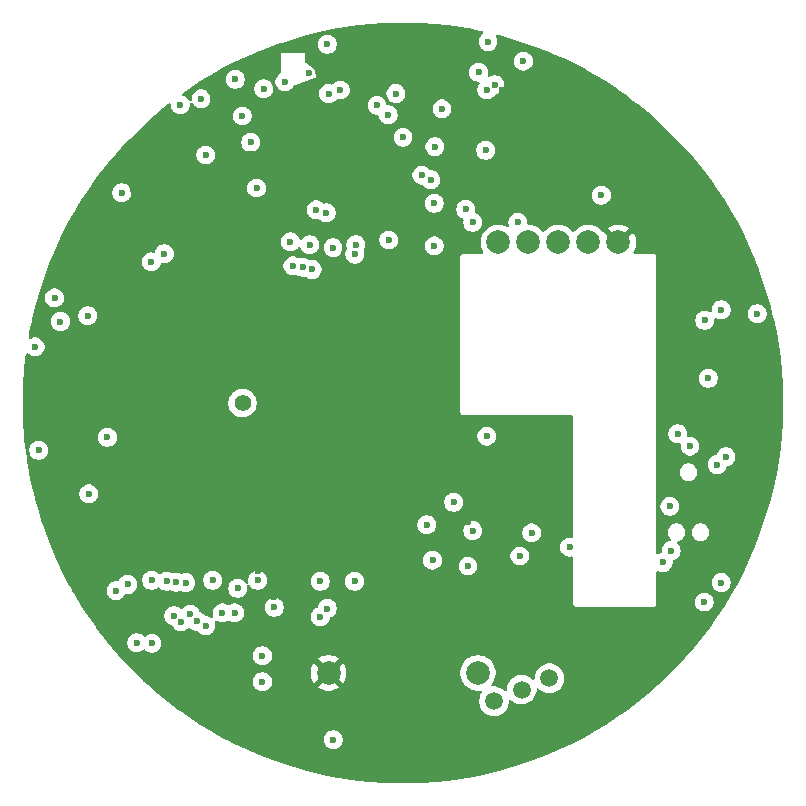
<source format=gbr>
%TF.GenerationSoftware,KiCad,Pcbnew,9.0.0*%
%TF.CreationDate,2025-02-26T14:49:23+01:00*%
%TF.ProjectId,relativeGPS,72656c61-7469-4766-9547-50532e6b6963,rev?*%
%TF.SameCoordinates,Original*%
%TF.FileFunction,Copper,L2,Inr*%
%TF.FilePolarity,Positive*%
%FSLAX46Y46*%
G04 Gerber Fmt 4.6, Leading zero omitted, Abs format (unit mm)*
G04 Created by KiCad (PCBNEW 9.0.0) date 2025-02-26 14:49:23*
%MOMM*%
%LPD*%
G01*
G04 APERTURE LIST*
%TA.AperFunction,ComponentPad*%
%ADD10C,1.500000*%
%TD*%
%TA.AperFunction,ComponentPad*%
%ADD11C,1.400000*%
%TD*%
%TA.AperFunction,ComponentPad*%
%ADD12C,2.000000*%
%TD*%
%TA.AperFunction,ViaPad*%
%ADD13C,0.600000*%
%TD*%
G04 APERTURE END LIST*
D10*
%TO.N,unconnected-(SW1-Pad1)*%
%TO.C,SW1*%
X107708353Y-125246951D03*
%TO.N,+BATT*%
X110055007Y-124274935D03*
%TO.N,+3V0*%
X112401661Y-123302919D03*
%TD*%
D11*
%TO.N,Net-(ANT1-Pad1)*%
%TO.C,ANT1*%
X86415000Y-100015000D03*
%TD*%
D12*
%TO.N,GND*%
%TO.C,U10*%
X118230000Y-86400000D03*
%TO.N,/RYLR998_TX*%
X115690000Y-86400000D03*
%TO.N,/RYLR998_RX*%
X113150000Y-86400000D03*
%TO.N,/RYLR998_NRST*%
X110610000Y-86400000D03*
%TO.N,Net-(U10-VDD)*%
X108070000Y-86400000D03*
%TD*%
%TO.N,+BATT*%
%TO.C,B7*%
X106350000Y-122850000D03*
%TO.N,GND*%
X93700000Y-122850000D03*
%TD*%
D13*
%TO.N,GND*%
X113800000Y-110100000D03*
X76300000Y-103700000D03*
X93700000Y-95900000D03*
X105500000Y-110100000D03*
X125700000Y-94300000D03*
X88700000Y-91400000D03*
X100300000Y-124100000D03*
X109200000Y-76500000D03*
X109000000Y-103600000D03*
X111899999Y-112000000D03*
X96800000Y-73300000D03*
X106300000Y-81300000D03*
X93700000Y-105500000D03*
X97500000Y-117400000D03*
X100600000Y-82000000D03*
X103600000Y-101900000D03*
X93700000Y-91300000D03*
X113300000Y-107400000D03*
X127900000Y-88600000D03*
X93700000Y-101500000D03*
X73400000Y-110300000D03*
X92500000Y-109000000D03*
X71400000Y-108500000D03*
X108412960Y-73530726D03*
X81600000Y-95800000D03*
X83786799Y-96550000D03*
X85000000Y-101300000D03*
X88700000Y-101600000D03*
X83800000Y-95400000D03*
X70500000Y-97500000D03*
X102500000Y-71100000D03*
X107500000Y-117400000D03*
X86100000Y-98000000D03*
X77700000Y-101200000D03*
X86100000Y-95800000D03*
X77900000Y-112700000D03*
X83800000Y-98200000D03*
X111899999Y-112700000D03*
X91900000Y-128600000D03*
X105430511Y-75725000D03*
X87200000Y-78900000D03*
X92000000Y-72100000D03*
X93400000Y-110100000D03*
X92001985Y-70775000D03*
X82300000Y-107800000D03*
X106300000Y-79800000D03*
X105100000Y-112400000D03*
X107430511Y-74950000D03*
X108500000Y-79900000D03*
X69800000Y-108800000D03*
X87900000Y-99100000D03*
X72300000Y-88600000D03*
X116800000Y-83900000D03*
X88600000Y-105700000D03*
X75200000Y-117400000D03*
X98700000Y-107000000D03*
X79705380Y-119005381D03*
X128656587Y-103156587D03*
X111300000Y-121600000D03*
X77800000Y-91500000D03*
X77100000Y-81900000D03*
X73350000Y-113275000D03*
X83800000Y-100000000D03*
X125700000Y-96800000D03*
X87600000Y-101000000D03*
X98800000Y-101600000D03*
X87100000Y-98300000D03*
X107800000Y-77600000D03*
X97600000Y-128900000D03*
X82300000Y-77100000D03*
X86400000Y-91300000D03*
X118550000Y-122100000D03*
X89100000Y-116400000D03*
X98600000Y-112600000D03*
X83550000Y-102850000D03*
X89200000Y-88200000D03*
X103800000Y-80600000D03*
X72800000Y-112125000D03*
X125700000Y-109650000D03*
X87713096Y-117277379D03*
X122300000Y-81300000D03*
X84200000Y-88500000D03*
X98900000Y-91100000D03*
X98700000Y-96000000D03*
X87709620Y-114190380D03*
X77600000Y-95800000D03*
X86100000Y-94000000D03*
X88400000Y-95900000D03*
%TO.N,+5V*%
X105900000Y-110800000D03*
X114099999Y-112200000D03*
X102500000Y-113300000D03*
X110899999Y-111000000D03*
%TO.N,/GPS/3V3_TESEO_FILTERED*%
X83300000Y-79000000D03*
%TO.N,+1V8*%
X103300000Y-75100000D03*
X106400000Y-72000000D03*
X107000000Y-78600000D03*
%TO.N,+3.3V*%
X74975000Y-102900000D03*
X90000000Y-72800000D03*
X93600000Y-69625000D03*
X94100000Y-128500000D03*
X123250000Y-102600000D03*
X99400000Y-73800000D03*
X87700000Y-115000000D03*
X100000000Y-77500000D03*
X75700000Y-115900000D03*
X102000000Y-110300000D03*
X69150000Y-104000000D03*
X73400000Y-107700000D03*
X124300000Y-103650000D03*
%TO.N,/3V3_RYLR_EN*%
X105500000Y-113800000D03*
X83900000Y-115000000D03*
X93600000Y-117400000D03*
%TO.N,/3V3_TESEO_EN*%
X93000000Y-118100000D03*
X107100000Y-102800000D03*
X89100000Y-117300000D03*
%TO.N,/SCL*%
X78722044Y-115000000D03*
X93500000Y-83900000D03*
X78700000Y-88050000D03*
X98750000Y-75600000D03*
%TO.N,/SDA*%
X97800000Y-74800000D03*
X79800000Y-87350000D03*
X76696987Y-115359231D03*
X92646270Y-83650311D03*
%TO.N,/MAG_ACC_INT1*%
X101600000Y-80700000D03*
X107100000Y-73500000D03*
X91500000Y-88506587D03*
%TO.N,/MAG_ACC_DRDY*%
X90680252Y-88393745D03*
%TO.N,/MAG_ACC_INT2*%
X102350000Y-81100000D03*
X107767170Y-73058541D03*
X92303686Y-88695497D03*
%TO.N,/TESEO_RX*%
X73300000Y-92600000D03*
%TO.N,/TESEO_TX*%
X76175000Y-82200000D03*
%TO.N,/NRST*%
X80000000Y-115100000D03*
X82000000Y-117900000D03*
%TO.N,/UART_RX*%
X125550000Y-93000000D03*
X81197995Y-118531773D03*
X81595624Y-115202621D03*
X126606587Y-105206587D03*
%TO.N,/1V8_ACC_MAG_EN*%
X95900000Y-115100000D03*
X102650000Y-86700000D03*
X93000000Y-115100000D03*
%TO.N,/RYLR998_RX*%
X105300000Y-83600000D03*
%TO.N,/RYLR998_TX*%
X105900000Y-84700000D03*
X109724087Y-84700913D03*
%TO.N,/UART_TX*%
X80795922Y-115180699D03*
X80600000Y-118000000D03*
X126950000Y-92100000D03*
X127350000Y-104550000D03*
%TO.N,/SWDIO*%
X82584456Y-118492228D03*
X86013973Y-115686027D03*
%TO.N,/SWCLK*%
X84700000Y-117775000D03*
X122706587Y-112493413D03*
X125850000Y-97900000D03*
X122025000Y-113500000D03*
X83300000Y-118850000D03*
X122600000Y-108750000D03*
%TO.N,/SD_DAT0*%
X93700000Y-73800000D03*
%TO.N,/SD_DAT3*%
X88200000Y-73400000D03*
X96000000Y-86600000D03*
X92100000Y-86600000D03*
%TO.N,/SD_CMD*%
X87600000Y-81800000D03*
%TO.N,/SD_DETECT*%
X94077360Y-86850000D03*
X102650000Y-83100000D03*
%TO.N,/SD_DAT1*%
X94700000Y-73500000D03*
%TO.N,/SD_DAT2*%
X86400000Y-75700000D03*
X90475001Y-86355839D03*
X95924999Y-87396479D03*
%TO.N,Net-(D2-DOUT)*%
X125500000Y-116850000D03*
X126950000Y-115200000D03*
%TO.N,Net-(D4-DOUT)*%
X110200000Y-71050000D03*
X107200000Y-69400000D03*
%TO.N,Net-(D5-DOUT)*%
X81150000Y-74750000D03*
X82900000Y-74250000D03*
%TO.N,Net-(D6-DOUT)*%
X68850000Y-95250000D03*
X71000000Y-93100000D03*
%TO.N,Net-(D7-DOUT)*%
X78750000Y-120350000D03*
X77450000Y-120300000D03*
%TO.N,/BUTTON_1*%
X70500000Y-91100000D03*
%TO.N,/BUTTON_2*%
X130000000Y-92450000D03*
%TO.N,/LED_DATA*%
X85750000Y-117775000D03*
X88100000Y-121400000D03*
X88100000Y-123600000D03*
%TO.N,+3V0*%
X109900000Y-112950000D03*
X102700000Y-78300000D03*
%TO.N,Net-(CN4-CLK)*%
X85800000Y-72600000D03*
%TO.N,+3.3V_GPS*%
X98800000Y-86200000D03*
X87113377Y-77935881D03*
%TO.N,+3.3V_LORA*%
X104300000Y-108400000D03*
X116800000Y-82400000D03*
%TD*%
%TA.AperFunction,Conductor*%
%TO.N,GND*%
G36*
X100551850Y-67805265D02*
G01*
X100577600Y-67806144D01*
X101646532Y-67842660D01*
X101650652Y-67842872D01*
X102743417Y-67917619D01*
X102747599Y-67917977D01*
X103837179Y-68029989D01*
X103841292Y-68030483D01*
X104926411Y-68179629D01*
X104930539Y-68180268D01*
X106009906Y-68366370D01*
X106014065Y-68367161D01*
X106129119Y-68391069D01*
X106709080Y-68511587D01*
X106770711Y-68544498D01*
X106804765Y-68605507D01*
X106800430Y-68675242D01*
X106759082Y-68731563D01*
X106752742Y-68736093D01*
X106689713Y-68778208D01*
X106689707Y-68778213D01*
X106578213Y-68889707D01*
X106578210Y-68889711D01*
X106490609Y-69020814D01*
X106490602Y-69020827D01*
X106430264Y-69166498D01*
X106430261Y-69166510D01*
X106399500Y-69321153D01*
X106399500Y-69478846D01*
X106430261Y-69633489D01*
X106430264Y-69633501D01*
X106490602Y-69779172D01*
X106490609Y-69779185D01*
X106578210Y-69910288D01*
X106578213Y-69910292D01*
X106689707Y-70021786D01*
X106689711Y-70021789D01*
X106820814Y-70109390D01*
X106820827Y-70109397D01*
X106890242Y-70138149D01*
X106966503Y-70169737D01*
X107121153Y-70200499D01*
X107121156Y-70200500D01*
X107121158Y-70200500D01*
X107278844Y-70200500D01*
X107278845Y-70200499D01*
X107433497Y-70169737D01*
X107579179Y-70109394D01*
X107710289Y-70021789D01*
X107821789Y-69910289D01*
X107909394Y-69779179D01*
X107969737Y-69633497D01*
X108000500Y-69478842D01*
X108000500Y-69321158D01*
X108000500Y-69321155D01*
X108000499Y-69321153D01*
X107992498Y-69280932D01*
X107969737Y-69166503D01*
X107948283Y-69114707D01*
X107909397Y-69020827D01*
X107909390Y-69020814D01*
X107902453Y-69010432D01*
X107895070Y-68986854D01*
X107883772Y-68964883D01*
X107884813Y-68954095D01*
X107881575Y-68943754D01*
X107888111Y-68919928D01*
X107890485Y-68895336D01*
X107897193Y-68886824D01*
X107900060Y-68876374D01*
X107918439Y-68859864D01*
X107933732Y-68840460D01*
X107943976Y-68836925D01*
X107952039Y-68829684D01*
X107976424Y-68825732D01*
X107999782Y-68817675D01*
X108016304Y-68819270D01*
X108021009Y-68818508D01*
X108034911Y-68821066D01*
X108154655Y-68850247D01*
X108158675Y-68851299D01*
X109213378Y-69146813D01*
X109217431Y-69148023D01*
X110261394Y-69479362D01*
X110265374Y-69480701D01*
X111297409Y-69847487D01*
X111301292Y-69848941D01*
X112320260Y-70250770D01*
X112324172Y-70252391D01*
X113328738Y-70688736D01*
X113332592Y-70690489D01*
X113597552Y-70816498D01*
X114321695Y-71160884D01*
X114325444Y-71162746D01*
X115297945Y-71666656D01*
X115301645Y-71668654D01*
X115696379Y-71890602D01*
X116256359Y-72205463D01*
X116260013Y-72207601D01*
X117195792Y-72776661D01*
X117199372Y-72778922D01*
X117690374Y-73100970D01*
X118100142Y-73369737D01*
X118115235Y-73379636D01*
X118118728Y-73382014D01*
X119013514Y-74013623D01*
X119016895Y-74016097D01*
X119515415Y-74394136D01*
X119889625Y-74677909D01*
X119892955Y-74680525D01*
X120742563Y-75371732D01*
X120745801Y-75374460D01*
X121571275Y-76094237D01*
X121574419Y-76097073D01*
X122374910Y-76844678D01*
X122377954Y-76847621D01*
X123152378Y-77622045D01*
X123155321Y-77625089D01*
X123902926Y-78425580D01*
X123905762Y-78428724D01*
X124625539Y-79254198D01*
X124628267Y-79257436D01*
X125319474Y-80107044D01*
X125322090Y-80110374D01*
X125647993Y-80540141D01*
X125895486Y-80866510D01*
X125983889Y-80983086D01*
X125986383Y-80986495D01*
X126121711Y-81178211D01*
X126617980Y-81881264D01*
X126620363Y-81884764D01*
X127221077Y-82800627D01*
X127223338Y-82804207D01*
X127792398Y-83739986D01*
X127794536Y-83743640D01*
X128331338Y-84698342D01*
X128333350Y-84702068D01*
X128837242Y-85674534D01*
X128839125Y-85678326D01*
X129309510Y-86667407D01*
X129311263Y-86671261D01*
X129747608Y-87675827D01*
X129749229Y-87679739D01*
X129999705Y-88314903D01*
X130122877Y-88627246D01*
X130151042Y-88698666D01*
X130152523Y-88702622D01*
X130172702Y-88759397D01*
X130519292Y-89734609D01*
X130520642Y-89738622D01*
X130851974Y-90782564D01*
X130853186Y-90786621D01*
X131083968Y-91610292D01*
X131145026Y-91828211D01*
X131148688Y-91841279D01*
X131149759Y-91845371D01*
X131363335Y-92721786D01*
X131409073Y-92909472D01*
X131410005Y-92913602D01*
X131632838Y-93985933D01*
X131633629Y-93990093D01*
X131819726Y-95069432D01*
X131820374Y-95073616D01*
X131969510Y-96158662D01*
X131970015Y-96162866D01*
X132082020Y-97252382D01*
X132082381Y-97256601D01*
X132157124Y-98349291D01*
X132157341Y-98353519D01*
X132194735Y-99448149D01*
X132194807Y-99452383D01*
X132194807Y-100547616D01*
X132194735Y-100551850D01*
X132157341Y-101646480D01*
X132157124Y-101650708D01*
X132082381Y-102743398D01*
X132082020Y-102747617D01*
X131970015Y-103837133D01*
X131969510Y-103841337D01*
X131820374Y-104926383D01*
X131819726Y-104930567D01*
X131633629Y-106009906D01*
X131632838Y-106014066D01*
X131410005Y-107086397D01*
X131409073Y-107090527D01*
X131149760Y-108154624D01*
X131148688Y-108158720D01*
X130853186Y-109213378D01*
X130851974Y-109217435D01*
X130520642Y-110261377D01*
X130519292Y-110265390D01*
X130152527Y-111297368D01*
X130151042Y-111301333D01*
X129749229Y-112320260D01*
X129747608Y-112324172D01*
X129311263Y-113328738D01*
X129309510Y-113332592D01*
X128839125Y-114321673D01*
X128837242Y-114325465D01*
X128333350Y-115297931D01*
X128331338Y-115301657D01*
X127794536Y-116256359D01*
X127792398Y-116260013D01*
X127223338Y-117195792D01*
X127221077Y-117199372D01*
X126620363Y-118115235D01*
X126617980Y-118118735D01*
X125986389Y-119013496D01*
X125983889Y-119016913D01*
X125322090Y-119889625D01*
X125319474Y-119892955D01*
X124628267Y-120742563D01*
X124625539Y-120745801D01*
X123905762Y-121571275D01*
X123902926Y-121574419D01*
X123155321Y-122374910D01*
X123152378Y-122377954D01*
X122377954Y-123152378D01*
X122374910Y-123155321D01*
X121574419Y-123902926D01*
X121571275Y-123905762D01*
X120745801Y-124625539D01*
X120742563Y-124628267D01*
X119892955Y-125319474D01*
X119889625Y-125322090D01*
X119016913Y-125983889D01*
X119013496Y-125986389D01*
X118118735Y-126617980D01*
X118115235Y-126620363D01*
X117199372Y-127221077D01*
X117195792Y-127223338D01*
X116260013Y-127792398D01*
X116256359Y-127794536D01*
X115301657Y-128331338D01*
X115297931Y-128333350D01*
X114325465Y-128837242D01*
X114321673Y-128839125D01*
X113332592Y-129309510D01*
X113328738Y-129311263D01*
X112324172Y-129747608D01*
X112320260Y-129749229D01*
X111301333Y-130151042D01*
X111297368Y-130152527D01*
X110265390Y-130519292D01*
X110261377Y-130520642D01*
X109217435Y-130851974D01*
X109213378Y-130853186D01*
X108158720Y-131148688D01*
X108154624Y-131149760D01*
X107090527Y-131409073D01*
X107086397Y-131410005D01*
X106014066Y-131632838D01*
X106009906Y-131633629D01*
X104930567Y-131819726D01*
X104926383Y-131820374D01*
X103841337Y-131969510D01*
X103837133Y-131970015D01*
X102747617Y-132082020D01*
X102743398Y-132082381D01*
X101650708Y-132157124D01*
X101646480Y-132157341D01*
X100551851Y-132194735D01*
X100547617Y-132194807D01*
X99452383Y-132194807D01*
X99448149Y-132194735D01*
X98353519Y-132157341D01*
X98349291Y-132157124D01*
X97256601Y-132082381D01*
X97252382Y-132082020D01*
X96162866Y-131970015D01*
X96158662Y-131969510D01*
X95073616Y-131820374D01*
X95069432Y-131819726D01*
X93990093Y-131633629D01*
X93985933Y-131632838D01*
X92913602Y-131410005D01*
X92909472Y-131409073D01*
X91845375Y-131149760D01*
X91841279Y-131148688D01*
X90786621Y-130853186D01*
X90782564Y-130851974D01*
X89738622Y-130520642D01*
X89734609Y-130519292D01*
X88702631Y-130152527D01*
X88698666Y-130151042D01*
X87679739Y-129749229D01*
X87675827Y-129747608D01*
X86671261Y-129311263D01*
X86667407Y-129309510D01*
X85678326Y-128839125D01*
X85674534Y-128837242D01*
X85072252Y-128525164D01*
X84871520Y-128421153D01*
X93299500Y-128421153D01*
X93299500Y-128578846D01*
X93330261Y-128733489D01*
X93330264Y-128733501D01*
X93390602Y-128879172D01*
X93390609Y-128879185D01*
X93478210Y-129010288D01*
X93478213Y-129010292D01*
X93589707Y-129121786D01*
X93589711Y-129121789D01*
X93720814Y-129209390D01*
X93720827Y-129209397D01*
X93866498Y-129269735D01*
X93866503Y-129269737D01*
X94021153Y-129300499D01*
X94021156Y-129300500D01*
X94021158Y-129300500D01*
X94178844Y-129300500D01*
X94178845Y-129300499D01*
X94333497Y-129269737D01*
X94479179Y-129209394D01*
X94610289Y-129121789D01*
X94721789Y-129010289D01*
X94809394Y-128879179D01*
X94869737Y-128733497D01*
X94900500Y-128578842D01*
X94900500Y-128421158D01*
X94900500Y-128421155D01*
X94900499Y-128421153D01*
X94882840Y-128332375D01*
X94869737Y-128266503D01*
X94869735Y-128266498D01*
X94809397Y-128120827D01*
X94809390Y-128120814D01*
X94721789Y-127989711D01*
X94721786Y-127989707D01*
X94610292Y-127878213D01*
X94610288Y-127878210D01*
X94479185Y-127790609D01*
X94479172Y-127790602D01*
X94333501Y-127730264D01*
X94333489Y-127730261D01*
X94178845Y-127699500D01*
X94178842Y-127699500D01*
X94021158Y-127699500D01*
X94021155Y-127699500D01*
X93866510Y-127730261D01*
X93866498Y-127730264D01*
X93720827Y-127790602D01*
X93720814Y-127790609D01*
X93589711Y-127878210D01*
X93589707Y-127878213D01*
X93478213Y-127989707D01*
X93478210Y-127989711D01*
X93390609Y-128120814D01*
X93390602Y-128120827D01*
X93330264Y-128266498D01*
X93330261Y-128266510D01*
X93299500Y-128421153D01*
X84871520Y-128421153D01*
X84702068Y-128333350D01*
X84698342Y-128331338D01*
X83743640Y-127794536D01*
X83739986Y-127792398D01*
X82804207Y-127223338D01*
X82800627Y-127221077D01*
X81884764Y-126620363D01*
X81881264Y-126617980D01*
X81290220Y-126200776D01*
X80986495Y-125986383D01*
X80983086Y-125983889D01*
X80110374Y-125322090D01*
X80107044Y-125319474D01*
X79257436Y-124628267D01*
X79254198Y-124625539D01*
X78428724Y-123905762D01*
X78425581Y-123902926D01*
X78107322Y-123605694D01*
X78107317Y-123605690D01*
X78016800Y-123521153D01*
X87299500Y-123521153D01*
X87299500Y-123678846D01*
X87330261Y-123833489D01*
X87330264Y-123833501D01*
X87390602Y-123979172D01*
X87390609Y-123979185D01*
X87478210Y-124110288D01*
X87478213Y-124110292D01*
X87589707Y-124221786D01*
X87589711Y-124221789D01*
X87720814Y-124309390D01*
X87720827Y-124309397D01*
X87864680Y-124368982D01*
X87866503Y-124369737D01*
X88008625Y-124398007D01*
X88021153Y-124400499D01*
X88021156Y-124400500D01*
X88021158Y-124400500D01*
X88178844Y-124400500D01*
X88178845Y-124400499D01*
X88333497Y-124369737D01*
X88469138Y-124313553D01*
X88479172Y-124309397D01*
X88479172Y-124309396D01*
X88479179Y-124309394D01*
X88610289Y-124221789D01*
X88721789Y-124110289D01*
X88809394Y-123979179D01*
X88869737Y-123833497D01*
X88900500Y-123678842D01*
X88900500Y-123521158D01*
X88900500Y-123521155D01*
X88900499Y-123521153D01*
X88879592Y-123416047D01*
X88869737Y-123366503D01*
X88869735Y-123366498D01*
X88809397Y-123220827D01*
X88809390Y-123220814D01*
X88721789Y-123089711D01*
X88721786Y-123089707D01*
X88610292Y-122978213D01*
X88610288Y-122978210D01*
X88479185Y-122890609D01*
X88479172Y-122890602D01*
X88360955Y-122841636D01*
X88333501Y-122830264D01*
X88333489Y-122830261D01*
X88178845Y-122799500D01*
X88178842Y-122799500D01*
X88021158Y-122799500D01*
X88021155Y-122799500D01*
X87866510Y-122830261D01*
X87866498Y-122830264D01*
X87720827Y-122890602D01*
X87720814Y-122890609D01*
X87589711Y-122978210D01*
X87589707Y-122978213D01*
X87478213Y-123089707D01*
X87478210Y-123089711D01*
X87390609Y-123220814D01*
X87390602Y-123220827D01*
X87330264Y-123366498D01*
X87330261Y-123366510D01*
X87299500Y-123521153D01*
X78016800Y-123521153D01*
X77625089Y-123155321D01*
X77622045Y-123152378D01*
X77201614Y-122731947D01*
X92200000Y-122731947D01*
X92200000Y-122968052D01*
X92236934Y-123201247D01*
X92309897Y-123425802D01*
X92417087Y-123636174D01*
X92477338Y-123719104D01*
X92477340Y-123719105D01*
X93155799Y-123040646D01*
X93164185Y-123071942D01*
X93239885Y-123203058D01*
X93346942Y-123310115D01*
X93478058Y-123385815D01*
X93509352Y-123394200D01*
X92830893Y-124072658D01*
X92913828Y-124132914D01*
X93124197Y-124240102D01*
X93348752Y-124313065D01*
X93348751Y-124313065D01*
X93581948Y-124350000D01*
X93818052Y-124350000D01*
X94051247Y-124313065D01*
X94275802Y-124240102D01*
X94486163Y-124132918D01*
X94486169Y-124132914D01*
X94569104Y-124072658D01*
X94569105Y-124072658D01*
X93890646Y-123394200D01*
X93921942Y-123385815D01*
X94053058Y-123310115D01*
X94160115Y-123203058D01*
X94235815Y-123071942D01*
X94244200Y-123040647D01*
X94922658Y-123719105D01*
X94922658Y-123719104D01*
X94982914Y-123636169D01*
X94982918Y-123636163D01*
X95090102Y-123425802D01*
X95163065Y-123201247D01*
X95200000Y-122968052D01*
X95200000Y-122731947D01*
X95199993Y-122731902D01*
X104849500Y-122731902D01*
X104849500Y-122968097D01*
X104886446Y-123201368D01*
X104959433Y-123425996D01*
X105007921Y-123521158D01*
X105066657Y-123636433D01*
X105205483Y-123827510D01*
X105372490Y-123994517D01*
X105563567Y-124133343D01*
X105599915Y-124151863D01*
X105774003Y-124240566D01*
X105774005Y-124240566D01*
X105774008Y-124240568D01*
X105880806Y-124275269D01*
X105998631Y-124313553D01*
X106231903Y-124350500D01*
X106231908Y-124350500D01*
X106468096Y-124350500D01*
X106516155Y-124342887D01*
X106563258Y-124335427D01*
X106632549Y-124344381D01*
X106686002Y-124389377D01*
X106706642Y-124456128D01*
X106687918Y-124523442D01*
X106682974Y-124530785D01*
X106638828Y-124591546D01*
X106549470Y-124766921D01*
X106488643Y-124954124D01*
X106457853Y-125148528D01*
X106457853Y-125345373D01*
X106488643Y-125539777D01*
X106549470Y-125726980D01*
X106638829Y-125902356D01*
X106754525Y-126061597D01*
X106893707Y-126200779D01*
X107052948Y-126316475D01*
X107135808Y-126358694D01*
X107228323Y-126405833D01*
X107228325Y-126405833D01*
X107228328Y-126405835D01*
X107328670Y-126438438D01*
X107415526Y-126466660D01*
X107609931Y-126497451D01*
X107609936Y-126497451D01*
X107806775Y-126497451D01*
X108001179Y-126466660D01*
X108188378Y-126405835D01*
X108363758Y-126316475D01*
X108522999Y-126200779D01*
X108662181Y-126061597D01*
X108777877Y-125902356D01*
X108867237Y-125726976D01*
X108928062Y-125539777D01*
X108944844Y-125433819D01*
X108958853Y-125345373D01*
X108958853Y-125246617D01*
X108978538Y-125179578D01*
X109031342Y-125133823D01*
X109100500Y-125123879D01*
X109164056Y-125152904D01*
X109170534Y-125158936D01*
X109240361Y-125228763D01*
X109399602Y-125344459D01*
X109482462Y-125386678D01*
X109574977Y-125433817D01*
X109574979Y-125433817D01*
X109574982Y-125433819D01*
X109675324Y-125466422D01*
X109762180Y-125494644D01*
X109956585Y-125525435D01*
X109956590Y-125525435D01*
X110153429Y-125525435D01*
X110347833Y-125494644D01*
X110535032Y-125433819D01*
X110710412Y-125344459D01*
X110869653Y-125228763D01*
X111008835Y-125089581D01*
X111124531Y-124930340D01*
X111213891Y-124754960D01*
X111274716Y-124567761D01*
X111276988Y-124553419D01*
X111305507Y-124373357D01*
X111305507Y-124274601D01*
X111325192Y-124207562D01*
X111377996Y-124161807D01*
X111447154Y-124151863D01*
X111510710Y-124180888D01*
X111517188Y-124186920D01*
X111587015Y-124256747D01*
X111746256Y-124372443D01*
X111829116Y-124414662D01*
X111921631Y-124461801D01*
X111921633Y-124461801D01*
X111921636Y-124461803D01*
X112021978Y-124494406D01*
X112108834Y-124522628D01*
X112303239Y-124553419D01*
X112303244Y-124553419D01*
X112500083Y-124553419D01*
X112694487Y-124522628D01*
X112881686Y-124461803D01*
X113057066Y-124372443D01*
X113216307Y-124256747D01*
X113355489Y-124117565D01*
X113471185Y-123958324D01*
X113560545Y-123782944D01*
X113621370Y-123595745D01*
X113622360Y-123589497D01*
X113652161Y-123401341D01*
X113652161Y-123204496D01*
X113621370Y-123010092D01*
X113582545Y-122890602D01*
X113560545Y-122822894D01*
X113560543Y-122822891D01*
X113560543Y-122822889D01*
X113471184Y-122647513D01*
X113457049Y-122628058D01*
X113355489Y-122488273D01*
X113216307Y-122349091D01*
X113057066Y-122233395D01*
X112992504Y-122200499D01*
X112881690Y-122144036D01*
X112694487Y-122083209D01*
X112500083Y-122052419D01*
X112500078Y-122052419D01*
X112303244Y-122052419D01*
X112303239Y-122052419D01*
X112108834Y-122083209D01*
X111921631Y-122144036D01*
X111746255Y-122233395D01*
X111690364Y-122274003D01*
X111587015Y-122349091D01*
X111587013Y-122349093D01*
X111587012Y-122349093D01*
X111447835Y-122488270D01*
X111447835Y-122488271D01*
X111447833Y-122488273D01*
X111440307Y-122498632D01*
X111332137Y-122647513D01*
X111242778Y-122822889D01*
X111181951Y-123010092D01*
X111151161Y-123204496D01*
X111151161Y-123303253D01*
X111131476Y-123370292D01*
X111078672Y-123416047D01*
X111009514Y-123425991D01*
X110945958Y-123396966D01*
X110939480Y-123390934D01*
X110869655Y-123321109D01*
X110869653Y-123321107D01*
X110710412Y-123205411D01*
X110702240Y-123201247D01*
X110535036Y-123116052D01*
X110347833Y-123055225D01*
X110153429Y-123024435D01*
X110153424Y-123024435D01*
X109956590Y-123024435D01*
X109956585Y-123024435D01*
X109762180Y-123055225D01*
X109574977Y-123116052D01*
X109399601Y-123205411D01*
X109308748Y-123271420D01*
X109240361Y-123321107D01*
X109240359Y-123321109D01*
X109240358Y-123321109D01*
X109101181Y-123460286D01*
X109101181Y-123460287D01*
X109101179Y-123460289D01*
X109056957Y-123521155D01*
X108985483Y-123619529D01*
X108896124Y-123794905D01*
X108835297Y-123982108D01*
X108804507Y-124176512D01*
X108804507Y-124275269D01*
X108784822Y-124342308D01*
X108732018Y-124388063D01*
X108662860Y-124398007D01*
X108599304Y-124368982D01*
X108592826Y-124362950D01*
X108523001Y-124293125D01*
X108522999Y-124293123D01*
X108363758Y-124177427D01*
X108313586Y-124151863D01*
X108188382Y-124088068D01*
X108001179Y-124027241D01*
X107806775Y-123996451D01*
X107806770Y-123996451D01*
X107615138Y-123996451D01*
X107548099Y-123976766D01*
X107502344Y-123923962D01*
X107492400Y-123854804D01*
X107514820Y-123799565D01*
X107526896Y-123782944D01*
X107633343Y-123636433D01*
X107740568Y-123425992D01*
X107813553Y-123201368D01*
X107831238Y-123089711D01*
X107850500Y-122968097D01*
X107850500Y-122731902D01*
X107813553Y-122498631D01*
X107740566Y-122274003D01*
X107674343Y-122144035D01*
X107633343Y-122063567D01*
X107494517Y-121872490D01*
X107327510Y-121705483D01*
X107136433Y-121566657D01*
X106925996Y-121459433D01*
X106701368Y-121386446D01*
X106468097Y-121349500D01*
X106468092Y-121349500D01*
X106231908Y-121349500D01*
X106231903Y-121349500D01*
X105998631Y-121386446D01*
X105774003Y-121459433D01*
X105563566Y-121566657D01*
X105480047Y-121627338D01*
X105372490Y-121705483D01*
X105372488Y-121705485D01*
X105372487Y-121705485D01*
X105205485Y-121872487D01*
X105205485Y-121872488D01*
X105205483Y-121872490D01*
X105178018Y-121910292D01*
X105066657Y-122063566D01*
X104959433Y-122274003D01*
X104886446Y-122498631D01*
X104849500Y-122731902D01*
X95199993Y-122731902D01*
X95163065Y-122498752D01*
X95090102Y-122274197D01*
X94982914Y-122063828D01*
X94922658Y-121980894D01*
X94922658Y-121980893D01*
X94244200Y-122659352D01*
X94235815Y-122628058D01*
X94160115Y-122496942D01*
X94053058Y-122389885D01*
X93921942Y-122314185D01*
X93890646Y-122305799D01*
X94569105Y-121627340D01*
X94569104Y-121627338D01*
X94486174Y-121567087D01*
X94275802Y-121459897D01*
X94051247Y-121386934D01*
X94051248Y-121386934D01*
X93818052Y-121350000D01*
X93581948Y-121350000D01*
X93348752Y-121386934D01*
X93124197Y-121459897D01*
X92913830Y-121567084D01*
X92830894Y-121627340D01*
X93509353Y-122305799D01*
X93478058Y-122314185D01*
X93346942Y-122389885D01*
X93239885Y-122496942D01*
X93164185Y-122628058D01*
X93155799Y-122659353D01*
X92477340Y-121980894D01*
X92417084Y-122063830D01*
X92309897Y-122274197D01*
X92236934Y-122498752D01*
X92200000Y-122731947D01*
X77201614Y-122731947D01*
X76847621Y-122377954D01*
X76844678Y-122374910D01*
X76097073Y-121574419D01*
X76094237Y-121571275D01*
X75941892Y-121396559D01*
X75876141Y-121321153D01*
X87299500Y-121321153D01*
X87299500Y-121478846D01*
X87330261Y-121633489D01*
X87330264Y-121633501D01*
X87390602Y-121779172D01*
X87390609Y-121779185D01*
X87478210Y-121910288D01*
X87478213Y-121910292D01*
X87589707Y-122021786D01*
X87589711Y-122021789D01*
X87720814Y-122109390D01*
X87720827Y-122109397D01*
X87866498Y-122169735D01*
X87866503Y-122169737D01*
X88021153Y-122200499D01*
X88021156Y-122200500D01*
X88021158Y-122200500D01*
X88178844Y-122200500D01*
X88178845Y-122200499D01*
X88333497Y-122169737D01*
X88479179Y-122109394D01*
X88610289Y-122021789D01*
X88721789Y-121910289D01*
X88809394Y-121779179D01*
X88869737Y-121633497D01*
X88900500Y-121478842D01*
X88900500Y-121321158D01*
X88900500Y-121321155D01*
X88900499Y-121321153D01*
X88869738Y-121166510D01*
X88869737Y-121166503D01*
X88869735Y-121166498D01*
X88809397Y-121020827D01*
X88809390Y-121020814D01*
X88721789Y-120889711D01*
X88721786Y-120889707D01*
X88610292Y-120778213D01*
X88610288Y-120778210D01*
X88479185Y-120690609D01*
X88479172Y-120690602D01*
X88333501Y-120630264D01*
X88333489Y-120630261D01*
X88178845Y-120599500D01*
X88178842Y-120599500D01*
X88021158Y-120599500D01*
X88021155Y-120599500D01*
X87866510Y-120630261D01*
X87866498Y-120630264D01*
X87720827Y-120690602D01*
X87720814Y-120690609D01*
X87589711Y-120778210D01*
X87589707Y-120778213D01*
X87478213Y-120889707D01*
X87478210Y-120889711D01*
X87390609Y-121020814D01*
X87390602Y-121020827D01*
X87330264Y-121166498D01*
X87330261Y-121166510D01*
X87299500Y-121321153D01*
X75876141Y-121321153D01*
X75374460Y-120745801D01*
X75371732Y-120742563D01*
X75006247Y-120293321D01*
X74947534Y-120221153D01*
X76649500Y-120221153D01*
X76649500Y-120378846D01*
X76680261Y-120533489D01*
X76680264Y-120533501D01*
X76740602Y-120679172D01*
X76740609Y-120679185D01*
X76828210Y-120810288D01*
X76828213Y-120810292D01*
X76939707Y-120921786D01*
X76939711Y-120921789D01*
X77070814Y-121009390D01*
X77070827Y-121009397D01*
X77216498Y-121069735D01*
X77216503Y-121069737D01*
X77371153Y-121100499D01*
X77371156Y-121100500D01*
X77371158Y-121100500D01*
X77528844Y-121100500D01*
X77528845Y-121100499D01*
X77683497Y-121069737D01*
X77801592Y-121020821D01*
X77829172Y-121009397D01*
X77829172Y-121009396D01*
X77829179Y-121009394D01*
X77960289Y-120921789D01*
X77987317Y-120894760D01*
X78048637Y-120861275D01*
X78118329Y-120866257D01*
X78162680Y-120894759D01*
X78239707Y-120971786D01*
X78239711Y-120971789D01*
X78370814Y-121059390D01*
X78370827Y-121059397D01*
X78470060Y-121100500D01*
X78516503Y-121119737D01*
X78671153Y-121150499D01*
X78671156Y-121150500D01*
X78671158Y-121150500D01*
X78828844Y-121150500D01*
X78828845Y-121150499D01*
X78983497Y-121119737D01*
X79129179Y-121059394D01*
X79260289Y-120971789D01*
X79371789Y-120860289D01*
X79459394Y-120729179D01*
X79519737Y-120583497D01*
X79550500Y-120428842D01*
X79550500Y-120271158D01*
X79550500Y-120271155D01*
X79550499Y-120271153D01*
X79519737Y-120116503D01*
X79519735Y-120116498D01*
X79459397Y-119970827D01*
X79459390Y-119970814D01*
X79371789Y-119839711D01*
X79371786Y-119839707D01*
X79260292Y-119728213D01*
X79260288Y-119728210D01*
X79129185Y-119640609D01*
X79129172Y-119640602D01*
X78983501Y-119580264D01*
X78983489Y-119580261D01*
X78828845Y-119549500D01*
X78828842Y-119549500D01*
X78671158Y-119549500D01*
X78671155Y-119549500D01*
X78516510Y-119580261D01*
X78516498Y-119580264D01*
X78370827Y-119640602D01*
X78370814Y-119640609D01*
X78239711Y-119728210D01*
X78239707Y-119728213D01*
X78212681Y-119755240D01*
X78151358Y-119788725D01*
X78081666Y-119783741D01*
X78037319Y-119755240D01*
X77960292Y-119678213D01*
X77960288Y-119678210D01*
X77829185Y-119590609D01*
X77829172Y-119590602D01*
X77683501Y-119530264D01*
X77683489Y-119530261D01*
X77528845Y-119499500D01*
X77528842Y-119499500D01*
X77371158Y-119499500D01*
X77371155Y-119499500D01*
X77216510Y-119530261D01*
X77216498Y-119530264D01*
X77070827Y-119590602D01*
X77070814Y-119590609D01*
X76939711Y-119678210D01*
X76939707Y-119678213D01*
X76828213Y-119789707D01*
X76828210Y-119789711D01*
X76740609Y-119920814D01*
X76740602Y-119920827D01*
X76680264Y-120066498D01*
X76680261Y-120066510D01*
X76649500Y-120221153D01*
X74947534Y-120221153D01*
X74680525Y-119892955D01*
X74677909Y-119889625D01*
X74276503Y-119360292D01*
X74016097Y-119016895D01*
X74013610Y-119013496D01*
X74005860Y-119002517D01*
X73382014Y-118118728D01*
X73379636Y-118115235D01*
X73369971Y-118100500D01*
X73310215Y-118009394D01*
X73292952Y-117983074D01*
X73252338Y-117921153D01*
X79799500Y-117921153D01*
X79799500Y-118078846D01*
X79830261Y-118233489D01*
X79830264Y-118233501D01*
X79890602Y-118379172D01*
X79890609Y-118379185D01*
X79978210Y-118510288D01*
X79978213Y-118510292D01*
X80089707Y-118621786D01*
X80089711Y-118621789D01*
X80220814Y-118709390D01*
X80220827Y-118709397D01*
X80250745Y-118721789D01*
X80366503Y-118769737D01*
X80370808Y-118770593D01*
X80432719Y-118802974D01*
X80461183Y-118844759D01*
X80488597Y-118910946D01*
X80488604Y-118910958D01*
X80576205Y-119042061D01*
X80576208Y-119042065D01*
X80687702Y-119153559D01*
X80687706Y-119153562D01*
X80818809Y-119241163D01*
X80818822Y-119241170D01*
X80943296Y-119292728D01*
X80964498Y-119301510D01*
X81119148Y-119332272D01*
X81119151Y-119332273D01*
X81119153Y-119332273D01*
X81276839Y-119332273D01*
X81276840Y-119332272D01*
X81431492Y-119301510D01*
X81577174Y-119241167D01*
X81708284Y-119153562D01*
X81747832Y-119114014D01*
X81823317Y-119038530D01*
X81884640Y-119005045D01*
X81954332Y-119010029D01*
X81998679Y-119038530D01*
X82074163Y-119114014D01*
X82074167Y-119114017D01*
X82205270Y-119201618D01*
X82205283Y-119201625D01*
X82300755Y-119241170D01*
X82350959Y-119261965D01*
X82505609Y-119292727D01*
X82505612Y-119292728D01*
X82505614Y-119292728D01*
X82566789Y-119292728D01*
X82633828Y-119312413D01*
X82669890Y-119347836D01*
X82678211Y-119360289D01*
X82678214Y-119360293D01*
X82789707Y-119471786D01*
X82789711Y-119471789D01*
X82920814Y-119559390D01*
X82920827Y-119559397D01*
X82996181Y-119590609D01*
X83066503Y-119619737D01*
X83221153Y-119650499D01*
X83221156Y-119650500D01*
X83221158Y-119650500D01*
X83378844Y-119650500D01*
X83378845Y-119650499D01*
X83533497Y-119619737D01*
X83679179Y-119559394D01*
X83810289Y-119471789D01*
X83921789Y-119360289D01*
X84009394Y-119229179D01*
X84069737Y-119083497D01*
X84100500Y-118928842D01*
X84100500Y-118771158D01*
X84100500Y-118771155D01*
X84100499Y-118771153D01*
X84070788Y-118621789D01*
X84069737Y-118616503D01*
X84067163Y-118610288D01*
X84054420Y-118579523D01*
X84046951Y-118510053D01*
X84078227Y-118447574D01*
X84138316Y-118411923D01*
X84208141Y-118414417D01*
X84237870Y-118428968D01*
X84320821Y-118484394D01*
X84320823Y-118484395D01*
X84320827Y-118484397D01*
X84466498Y-118544735D01*
X84466503Y-118544737D01*
X84621153Y-118575499D01*
X84621156Y-118575500D01*
X84621158Y-118575500D01*
X84778844Y-118575500D01*
X84778845Y-118575499D01*
X84933497Y-118544737D01*
X85079179Y-118484394D01*
X85156109Y-118432991D01*
X85222786Y-118412113D01*
X85290166Y-118430597D01*
X85293891Y-118432991D01*
X85370821Y-118484394D01*
X85370823Y-118484395D01*
X85370827Y-118484397D01*
X85516498Y-118544735D01*
X85516503Y-118544737D01*
X85671153Y-118575499D01*
X85671156Y-118575500D01*
X85671158Y-118575500D01*
X85828844Y-118575500D01*
X85828845Y-118575499D01*
X85983497Y-118544737D01*
X86129179Y-118484394D01*
X86260289Y-118396789D01*
X86371789Y-118285289D01*
X86459394Y-118154179D01*
X86519737Y-118008497D01*
X86550500Y-117853842D01*
X86550500Y-117696158D01*
X86550500Y-117696155D01*
X86550499Y-117696153D01*
X86538034Y-117633489D01*
X86519737Y-117541503D01*
X86519735Y-117541498D01*
X86459397Y-117395827D01*
X86459390Y-117395814D01*
X86384649Y-117283957D01*
X86384648Y-117283955D01*
X86371792Y-117264715D01*
X86371786Y-117264707D01*
X86328232Y-117221153D01*
X88299500Y-117221153D01*
X88299500Y-117378846D01*
X88330261Y-117533489D01*
X88330264Y-117533501D01*
X88390602Y-117679172D01*
X88390609Y-117679185D01*
X88478210Y-117810288D01*
X88478213Y-117810292D01*
X88589707Y-117921786D01*
X88589711Y-117921789D01*
X88720814Y-118009390D01*
X88720827Y-118009397D01*
X88807936Y-118045478D01*
X88866503Y-118069737D01*
X89021153Y-118100499D01*
X89021156Y-118100500D01*
X89021158Y-118100500D01*
X89178844Y-118100500D01*
X89178845Y-118100499D01*
X89333497Y-118069737D01*
X89450790Y-118021153D01*
X92199500Y-118021153D01*
X92199500Y-118178846D01*
X92230261Y-118333489D01*
X92230264Y-118333501D01*
X92290602Y-118479172D01*
X92290609Y-118479185D01*
X92378210Y-118610288D01*
X92378213Y-118610292D01*
X92489707Y-118721786D01*
X92489711Y-118721789D01*
X92620814Y-118809390D01*
X92620827Y-118809397D01*
X92706200Y-118844759D01*
X92766503Y-118869737D01*
X92921153Y-118900499D01*
X92921156Y-118900500D01*
X92921158Y-118900500D01*
X93078844Y-118900500D01*
X93078845Y-118900499D01*
X93233497Y-118869737D01*
X93379179Y-118809394D01*
X93510289Y-118721789D01*
X93621789Y-118610289D01*
X93709394Y-118479179D01*
X93769737Y-118333497D01*
X93786580Y-118248818D01*
X93818964Y-118186910D01*
X93860745Y-118158451D01*
X93979172Y-118109397D01*
X93979172Y-118109396D01*
X93979179Y-118109394D01*
X94110289Y-118021789D01*
X94221789Y-117910289D01*
X94309394Y-117779179D01*
X94369737Y-117633497D01*
X94400500Y-117478842D01*
X94400500Y-117321158D01*
X94400500Y-117321155D01*
X94400499Y-117321153D01*
X94382419Y-117230261D01*
X94369737Y-117166503D01*
X94356483Y-117134504D01*
X94309397Y-117020827D01*
X94309390Y-117020814D01*
X94221789Y-116889711D01*
X94221786Y-116889707D01*
X94110292Y-116778213D01*
X94110288Y-116778210D01*
X93979185Y-116690609D01*
X93979172Y-116690602D01*
X93833501Y-116630264D01*
X93833489Y-116630261D01*
X93678845Y-116599500D01*
X93678842Y-116599500D01*
X93521158Y-116599500D01*
X93521155Y-116599500D01*
X93366510Y-116630261D01*
X93366498Y-116630264D01*
X93220827Y-116690602D01*
X93220814Y-116690609D01*
X93089711Y-116778210D01*
X93089707Y-116778213D01*
X92978213Y-116889707D01*
X92978210Y-116889711D01*
X92890609Y-117020814D01*
X92890602Y-117020827D01*
X92830264Y-117166498D01*
X92830261Y-117166508D01*
X92813419Y-117251180D01*
X92781034Y-117313091D01*
X92739255Y-117341549D01*
X92620823Y-117390604D01*
X92620814Y-117390609D01*
X92489711Y-117478210D01*
X92489707Y-117478213D01*
X92378213Y-117589707D01*
X92378210Y-117589711D01*
X92290609Y-117720814D01*
X92290602Y-117720827D01*
X92230264Y-117866498D01*
X92230261Y-117866510D01*
X92199500Y-118021153D01*
X89450790Y-118021153D01*
X89479179Y-118009394D01*
X89610289Y-117921789D01*
X89721789Y-117810289D01*
X89809394Y-117679179D01*
X89869737Y-117533497D01*
X89900500Y-117378842D01*
X89900500Y-117221158D01*
X89900500Y-117221155D01*
X89900499Y-117221153D01*
X89894422Y-117190602D01*
X89869737Y-117066503D01*
X89869367Y-117065609D01*
X89809397Y-116920827D01*
X89809390Y-116920814D01*
X89721789Y-116789711D01*
X89721786Y-116789707D01*
X89610292Y-116678213D01*
X89610288Y-116678210D01*
X89479185Y-116590609D01*
X89479172Y-116590602D01*
X89333501Y-116530264D01*
X89333489Y-116530261D01*
X89178845Y-116499500D01*
X89178842Y-116499500D01*
X89021158Y-116499500D01*
X89021155Y-116499500D01*
X88866510Y-116530261D01*
X88866498Y-116530264D01*
X88720827Y-116590602D01*
X88720814Y-116590609D01*
X88589711Y-116678210D01*
X88589707Y-116678213D01*
X88478213Y-116789707D01*
X88478210Y-116789711D01*
X88390609Y-116920814D01*
X88390602Y-116920827D01*
X88330264Y-117066498D01*
X88330261Y-117066510D01*
X88299500Y-117221153D01*
X86328232Y-117221153D01*
X86260292Y-117153213D01*
X86260288Y-117153210D01*
X86129185Y-117065609D01*
X86129172Y-117065602D01*
X85983501Y-117005264D01*
X85983489Y-117005261D01*
X85828845Y-116974500D01*
X85828842Y-116974500D01*
X85671158Y-116974500D01*
X85671155Y-116974500D01*
X85516510Y-117005261D01*
X85516498Y-117005264D01*
X85370827Y-117065602D01*
X85370809Y-117065612D01*
X85293890Y-117117008D01*
X85227213Y-117137886D01*
X85159833Y-117119401D01*
X85156110Y-117117008D01*
X85079190Y-117065612D01*
X85079172Y-117065602D01*
X84933501Y-117005264D01*
X84933489Y-117005261D01*
X84778845Y-116974500D01*
X84778842Y-116974500D01*
X84621158Y-116974500D01*
X84621155Y-116974500D01*
X84466510Y-117005261D01*
X84466498Y-117005264D01*
X84320827Y-117065602D01*
X84320814Y-117065609D01*
X84189711Y-117153210D01*
X84189707Y-117153213D01*
X84078213Y-117264707D01*
X84078210Y-117264711D01*
X83990609Y-117395814D01*
X83990602Y-117395827D01*
X83930264Y-117541498D01*
X83930261Y-117541510D01*
X83899500Y-117696153D01*
X83899500Y-117853846D01*
X83930261Y-118008489D01*
X83930264Y-118008500D01*
X83945580Y-118045478D01*
X83953047Y-118114947D01*
X83921771Y-118177426D01*
X83861682Y-118213077D01*
X83791857Y-118210582D01*
X83762127Y-118196030D01*
X83679185Y-118140609D01*
X83679172Y-118140602D01*
X83533501Y-118080264D01*
X83533489Y-118080261D01*
X83378845Y-118049500D01*
X83378842Y-118049500D01*
X83317667Y-118049500D01*
X83250628Y-118029815D01*
X83214565Y-117994391D01*
X83206245Y-117981939D01*
X83206243Y-117981937D01*
X83206241Y-117981934D01*
X83094748Y-117870441D01*
X83094744Y-117870438D01*
X82963641Y-117782837D01*
X82963632Y-117782832D01*
X82835197Y-117729633D01*
X82780794Y-117685792D01*
X82768089Y-117662524D01*
X82709397Y-117520827D01*
X82709390Y-117520814D01*
X82621789Y-117389711D01*
X82621786Y-117389707D01*
X82510292Y-117278213D01*
X82510288Y-117278210D01*
X82379185Y-117190609D01*
X82379172Y-117190602D01*
X82233501Y-117130264D01*
X82233489Y-117130261D01*
X82078845Y-117099500D01*
X82078842Y-117099500D01*
X81921158Y-117099500D01*
X81921155Y-117099500D01*
X81766510Y-117130261D01*
X81766498Y-117130264D01*
X81620827Y-117190602D01*
X81620814Y-117190609D01*
X81489711Y-117278210D01*
X81489707Y-117278213D01*
X81378213Y-117389707D01*
X81378210Y-117389711D01*
X81359446Y-117417794D01*
X81305833Y-117462599D01*
X81236508Y-117471306D01*
X81173481Y-117441151D01*
X81168663Y-117436584D01*
X81110292Y-117378213D01*
X81110288Y-117378210D01*
X80979185Y-117290609D01*
X80979172Y-117290602D01*
X80833501Y-117230264D01*
X80833489Y-117230261D01*
X80678845Y-117199500D01*
X80678842Y-117199500D01*
X80521158Y-117199500D01*
X80521155Y-117199500D01*
X80366510Y-117230261D01*
X80366498Y-117230264D01*
X80220827Y-117290602D01*
X80220814Y-117290609D01*
X80089711Y-117378210D01*
X80089707Y-117378213D01*
X79978213Y-117489707D01*
X79978210Y-117489711D01*
X79890609Y-117620814D01*
X79890602Y-117620827D01*
X79830264Y-117766498D01*
X79830261Y-117766510D01*
X79799500Y-117921153D01*
X73252338Y-117921153D01*
X72778922Y-117199372D01*
X72776661Y-117195792D01*
X72207601Y-116260013D01*
X72205463Y-116256359D01*
X71991508Y-115875840D01*
X71960759Y-115821153D01*
X74899500Y-115821153D01*
X74899500Y-115978846D01*
X74930261Y-116133489D01*
X74930264Y-116133501D01*
X74990602Y-116279172D01*
X74990609Y-116279185D01*
X75078210Y-116410288D01*
X75078213Y-116410292D01*
X75189707Y-116521786D01*
X75189711Y-116521789D01*
X75320814Y-116609390D01*
X75320827Y-116609397D01*
X75417646Y-116649500D01*
X75466503Y-116669737D01*
X75621153Y-116700499D01*
X75621156Y-116700500D01*
X75621158Y-116700500D01*
X75778844Y-116700500D01*
X75778845Y-116700499D01*
X75933497Y-116669737D01*
X76079179Y-116609394D01*
X76210289Y-116521789D01*
X76321789Y-116410289D01*
X76409394Y-116279179D01*
X76432051Y-116224477D01*
X76475890Y-116170076D01*
X76542184Y-116148010D01*
X76570802Y-116150313D01*
X76597379Y-116155600D01*
X76618144Y-116159731D01*
X76618145Y-116159731D01*
X76775831Y-116159731D01*
X76775832Y-116159730D01*
X76930484Y-116128968D01*
X77076166Y-116068625D01*
X77207276Y-115981020D01*
X77318776Y-115869520D01*
X77406381Y-115738410D01*
X77466724Y-115592728D01*
X77497487Y-115438073D01*
X77497487Y-115280389D01*
X77497487Y-115280386D01*
X77497486Y-115280384D01*
X77493531Y-115260501D01*
X77466724Y-115125734D01*
X77441252Y-115064238D01*
X77406384Y-114980058D01*
X77406377Y-114980045D01*
X77367026Y-114921153D01*
X77921544Y-114921153D01*
X77921544Y-115078846D01*
X77952305Y-115233489D01*
X77952308Y-115233501D01*
X78012646Y-115379172D01*
X78012653Y-115379185D01*
X78100254Y-115510288D01*
X78100257Y-115510292D01*
X78211751Y-115621786D01*
X78211755Y-115621789D01*
X78342858Y-115709390D01*
X78342871Y-115709397D01*
X78476799Y-115764871D01*
X78488547Y-115769737D01*
X78643197Y-115800499D01*
X78643200Y-115800500D01*
X78643202Y-115800500D01*
X78800888Y-115800500D01*
X78800889Y-115800499D01*
X78955541Y-115769737D01*
X79101223Y-115709394D01*
X79101229Y-115709390D01*
X79237398Y-115618405D01*
X79238131Y-115619502D01*
X79296190Y-115594836D01*
X79365059Y-115606619D01*
X79398241Y-115630320D01*
X79489707Y-115721786D01*
X79489711Y-115721789D01*
X79620814Y-115809390D01*
X79620827Y-115809397D01*
X79733423Y-115856035D01*
X79766503Y-115869737D01*
X79921153Y-115900499D01*
X79921156Y-115900500D01*
X79921158Y-115900500D01*
X80078844Y-115900500D01*
X80078845Y-115900499D01*
X80233497Y-115869737D01*
X80234023Y-115869519D01*
X80266576Y-115856035D01*
X80336045Y-115848565D01*
X80382916Y-115867490D01*
X80416743Y-115890093D01*
X80416746Y-115890094D01*
X80416749Y-115890096D01*
X80562420Y-115950434D01*
X80562425Y-115950436D01*
X80672624Y-115972356D01*
X80717075Y-115981198D01*
X80717078Y-115981199D01*
X80717080Y-115981199D01*
X80874766Y-115981199D01*
X80874767Y-115981198D01*
X81029419Y-115950436D01*
X81121860Y-115912145D01*
X81191326Y-115904677D01*
X81216757Y-115912144D01*
X81362127Y-115972358D01*
X81516777Y-116003120D01*
X81516780Y-116003121D01*
X81516782Y-116003121D01*
X81674468Y-116003121D01*
X81674469Y-116003120D01*
X81829121Y-115972358D01*
X81974803Y-115912015D01*
X82105913Y-115824410D01*
X82217413Y-115712910D01*
X82305018Y-115581800D01*
X82365361Y-115436118D01*
X82396124Y-115281463D01*
X82396124Y-115123779D01*
X82396124Y-115123776D01*
X82396123Y-115123774D01*
X82375711Y-115021158D01*
X82365361Y-114969124D01*
X82364278Y-114966510D01*
X82362625Y-114962518D01*
X82345491Y-114921153D01*
X83099500Y-114921153D01*
X83099500Y-115078846D01*
X83130261Y-115233489D01*
X83130264Y-115233501D01*
X83190602Y-115379172D01*
X83190609Y-115379185D01*
X83278210Y-115510288D01*
X83278213Y-115510292D01*
X83389707Y-115621786D01*
X83389711Y-115621789D01*
X83520814Y-115709390D01*
X83520827Y-115709397D01*
X83654755Y-115764871D01*
X83666503Y-115769737D01*
X83821153Y-115800499D01*
X83821156Y-115800500D01*
X83821158Y-115800500D01*
X83978844Y-115800500D01*
X83978845Y-115800499D01*
X84133497Y-115769737D01*
X84279179Y-115709394D01*
X84410289Y-115621789D01*
X84424898Y-115607180D01*
X85213473Y-115607180D01*
X85213473Y-115764873D01*
X85244234Y-115919516D01*
X85244237Y-115919528D01*
X85304575Y-116065199D01*
X85304582Y-116065212D01*
X85392183Y-116196315D01*
X85392186Y-116196319D01*
X85503680Y-116307813D01*
X85503684Y-116307816D01*
X85634787Y-116395417D01*
X85634800Y-116395424D01*
X85780471Y-116455762D01*
X85780476Y-116455764D01*
X85935126Y-116486526D01*
X85935129Y-116486527D01*
X85935131Y-116486527D01*
X86092817Y-116486527D01*
X86092818Y-116486526D01*
X86247470Y-116455764D01*
X86393152Y-116395421D01*
X86524262Y-116307816D01*
X86635762Y-116196316D01*
X86723367Y-116065206D01*
X86783710Y-115919524D01*
X86814473Y-115764869D01*
X86814473Y-115607185D01*
X86814473Y-115607182D01*
X86796854Y-115518608D01*
X86803081Y-115449016D01*
X86845944Y-115393839D01*
X86911833Y-115370594D01*
X86979830Y-115386662D01*
X87021573Y-115425525D01*
X87078210Y-115510288D01*
X87078213Y-115510292D01*
X87189707Y-115621786D01*
X87189711Y-115621789D01*
X87320814Y-115709390D01*
X87320827Y-115709397D01*
X87454755Y-115764871D01*
X87466503Y-115769737D01*
X87621153Y-115800499D01*
X87621156Y-115800500D01*
X87621158Y-115800500D01*
X87778844Y-115800500D01*
X87778845Y-115800499D01*
X87933497Y-115769737D01*
X88079179Y-115709394D01*
X88210289Y-115621789D01*
X88321789Y-115510289D01*
X88409394Y-115379179D01*
X88469737Y-115233497D01*
X88500500Y-115078842D01*
X88500500Y-115021153D01*
X92199500Y-115021153D01*
X92199500Y-115178846D01*
X92230261Y-115333489D01*
X92230264Y-115333501D01*
X92290602Y-115479172D01*
X92290609Y-115479185D01*
X92378210Y-115610288D01*
X92378213Y-115610292D01*
X92489707Y-115721786D01*
X92489711Y-115721789D01*
X92620814Y-115809390D01*
X92620827Y-115809397D01*
X92733423Y-115856035D01*
X92766503Y-115869737D01*
X92921153Y-115900499D01*
X92921156Y-115900500D01*
X92921158Y-115900500D01*
X93078844Y-115900500D01*
X93078845Y-115900499D01*
X93233497Y-115869737D01*
X93379179Y-115809394D01*
X93510289Y-115721789D01*
X93621789Y-115610289D01*
X93709394Y-115479179D01*
X93769737Y-115333497D01*
X93800500Y-115178842D01*
X93800500Y-115021158D01*
X93800500Y-115021155D01*
X93800499Y-115021153D01*
X95099500Y-115021153D01*
X95099500Y-115178846D01*
X95130261Y-115333489D01*
X95130264Y-115333501D01*
X95190602Y-115479172D01*
X95190609Y-115479185D01*
X95278210Y-115610288D01*
X95278213Y-115610292D01*
X95389707Y-115721786D01*
X95389711Y-115721789D01*
X95520814Y-115809390D01*
X95520827Y-115809397D01*
X95633423Y-115856035D01*
X95666503Y-115869737D01*
X95821153Y-115900499D01*
X95821156Y-115900500D01*
X95821158Y-115900500D01*
X95978844Y-115900500D01*
X95978845Y-115900499D01*
X96133497Y-115869737D01*
X96279179Y-115809394D01*
X96410289Y-115721789D01*
X96521789Y-115610289D01*
X96609394Y-115479179D01*
X96669737Y-115333497D01*
X96700500Y-115178842D01*
X96700500Y-115021158D01*
X96700500Y-115021155D01*
X96700499Y-115021153D01*
X96691643Y-114976633D01*
X96669737Y-114866503D01*
X96662463Y-114848942D01*
X96609397Y-114720827D01*
X96609390Y-114720814D01*
X96521789Y-114589711D01*
X96521786Y-114589707D01*
X96410292Y-114478213D01*
X96410288Y-114478210D01*
X96279185Y-114390609D01*
X96279172Y-114390602D01*
X96133501Y-114330264D01*
X96133489Y-114330261D01*
X95978845Y-114299500D01*
X95978842Y-114299500D01*
X95821158Y-114299500D01*
X95821155Y-114299500D01*
X95666510Y-114330261D01*
X95666498Y-114330264D01*
X95520827Y-114390602D01*
X95520814Y-114390609D01*
X95389711Y-114478210D01*
X95389707Y-114478213D01*
X95278213Y-114589707D01*
X95278210Y-114589711D01*
X95190609Y-114720814D01*
X95190602Y-114720827D01*
X95130264Y-114866498D01*
X95130261Y-114866510D01*
X95099500Y-115021153D01*
X93800499Y-115021153D01*
X93791643Y-114976633D01*
X93769737Y-114866503D01*
X93762463Y-114848942D01*
X93709397Y-114720827D01*
X93709390Y-114720814D01*
X93621789Y-114589711D01*
X93621786Y-114589707D01*
X93510292Y-114478213D01*
X93510288Y-114478210D01*
X93379185Y-114390609D01*
X93379172Y-114390602D01*
X93233501Y-114330264D01*
X93233489Y-114330261D01*
X93078845Y-114299500D01*
X93078842Y-114299500D01*
X92921158Y-114299500D01*
X92921155Y-114299500D01*
X92766510Y-114330261D01*
X92766498Y-114330264D01*
X92620827Y-114390602D01*
X92620814Y-114390609D01*
X92489711Y-114478210D01*
X92489707Y-114478213D01*
X92378213Y-114589707D01*
X92378210Y-114589711D01*
X92290609Y-114720814D01*
X92290602Y-114720827D01*
X92230264Y-114866498D01*
X92230261Y-114866510D01*
X92199500Y-115021153D01*
X88500500Y-115021153D01*
X88500500Y-114921158D01*
X88500500Y-114921155D01*
X88500499Y-114921153D01*
X88499531Y-114916288D01*
X88469737Y-114766503D01*
X88469735Y-114766498D01*
X88409397Y-114620827D01*
X88409390Y-114620814D01*
X88321789Y-114489711D01*
X88321786Y-114489707D01*
X88210292Y-114378213D01*
X88210288Y-114378210D01*
X88079185Y-114290609D01*
X88079172Y-114290602D01*
X87933501Y-114230264D01*
X87933489Y-114230261D01*
X87778845Y-114199500D01*
X87778842Y-114199500D01*
X87621158Y-114199500D01*
X87621155Y-114199500D01*
X87466510Y-114230261D01*
X87466498Y-114230264D01*
X87320827Y-114290602D01*
X87320814Y-114290609D01*
X87189711Y-114378210D01*
X87189707Y-114378213D01*
X87078213Y-114489707D01*
X87078210Y-114489711D01*
X86990609Y-114620814D01*
X86990602Y-114620827D01*
X86930264Y-114766498D01*
X86930261Y-114766510D01*
X86899500Y-114921153D01*
X86899500Y-115078846D01*
X86917118Y-115167419D01*
X86910891Y-115237011D01*
X86868027Y-115292188D01*
X86802138Y-115315432D01*
X86734141Y-115299364D01*
X86692399Y-115260501D01*
X86635762Y-115175737D01*
X86524265Y-115064240D01*
X86524261Y-115064237D01*
X86393158Y-114976636D01*
X86393145Y-114976629D01*
X86247474Y-114916291D01*
X86247462Y-114916288D01*
X86092818Y-114885527D01*
X86092815Y-114885527D01*
X85935131Y-114885527D01*
X85935128Y-114885527D01*
X85780483Y-114916288D01*
X85780471Y-114916291D01*
X85634800Y-114976629D01*
X85634787Y-114976636D01*
X85503684Y-115064237D01*
X85503680Y-115064240D01*
X85392186Y-115175734D01*
X85392183Y-115175738D01*
X85304582Y-115306841D01*
X85304575Y-115306854D01*
X85244237Y-115452525D01*
X85244234Y-115452537D01*
X85213473Y-115607180D01*
X84424898Y-115607180D01*
X84452906Y-115579172D01*
X84518667Y-115513412D01*
X84521786Y-115510292D01*
X84521789Y-115510289D01*
X84609394Y-115379179D01*
X84669737Y-115233497D01*
X84700500Y-115078842D01*
X84700500Y-114921158D01*
X84700500Y-114921155D01*
X84700499Y-114921153D01*
X84699531Y-114916288D01*
X84669737Y-114766503D01*
X84669735Y-114766498D01*
X84609397Y-114620827D01*
X84609390Y-114620814D01*
X84521789Y-114489711D01*
X84521786Y-114489707D01*
X84410292Y-114378213D01*
X84410288Y-114378210D01*
X84279185Y-114290609D01*
X84279172Y-114290602D01*
X84133501Y-114230264D01*
X84133489Y-114230261D01*
X83978845Y-114199500D01*
X83978842Y-114199500D01*
X83821158Y-114199500D01*
X83821155Y-114199500D01*
X83666510Y-114230261D01*
X83666498Y-114230264D01*
X83520827Y-114290602D01*
X83520814Y-114290609D01*
X83389711Y-114378210D01*
X83389707Y-114378213D01*
X83278213Y-114489707D01*
X83278210Y-114489711D01*
X83190609Y-114620814D01*
X83190602Y-114620827D01*
X83130264Y-114766498D01*
X83130261Y-114766510D01*
X83099500Y-114921153D01*
X82345491Y-114921153D01*
X82305021Y-114823448D01*
X82305014Y-114823435D01*
X82217413Y-114692332D01*
X82217410Y-114692328D01*
X82105916Y-114580834D01*
X82105912Y-114580831D01*
X81974809Y-114493230D01*
X81974796Y-114493223D01*
X81829125Y-114432885D01*
X81829113Y-114432882D01*
X81674469Y-114402121D01*
X81674466Y-114402121D01*
X81516782Y-114402121D01*
X81516779Y-114402121D01*
X81362134Y-114432882D01*
X81362122Y-114432885D01*
X81269687Y-114471173D01*
X81200218Y-114478642D01*
X81174783Y-114471173D01*
X81029423Y-114410963D01*
X81029411Y-114410960D01*
X80874767Y-114380199D01*
X80874764Y-114380199D01*
X80717080Y-114380199D01*
X80717077Y-114380199D01*
X80562433Y-114410959D01*
X80562428Y-114410961D01*
X80562426Y-114410961D01*
X80562425Y-114410962D01*
X80536286Y-114421789D01*
X80529343Y-114424665D01*
X80459873Y-114432132D01*
X80413001Y-114413205D01*
X80379179Y-114390606D01*
X80379172Y-114390602D01*
X80233501Y-114330264D01*
X80233489Y-114330261D01*
X80078845Y-114299500D01*
X80078842Y-114299500D01*
X79921158Y-114299500D01*
X79921155Y-114299500D01*
X79766510Y-114330261D01*
X79766498Y-114330264D01*
X79620827Y-114390602D01*
X79620814Y-114390609D01*
X79484646Y-114481595D01*
X79483915Y-114480502D01*
X79425822Y-114505166D01*
X79356956Y-114493366D01*
X79323802Y-114469679D01*
X79232336Y-114378213D01*
X79232332Y-114378210D01*
X79101229Y-114290609D01*
X79101216Y-114290602D01*
X78955545Y-114230264D01*
X78955533Y-114230261D01*
X78800889Y-114199500D01*
X78800886Y-114199500D01*
X78643202Y-114199500D01*
X78643199Y-114199500D01*
X78488554Y-114230261D01*
X78488542Y-114230264D01*
X78342871Y-114290602D01*
X78342858Y-114290609D01*
X78211755Y-114378210D01*
X78211751Y-114378213D01*
X78100257Y-114489707D01*
X78100254Y-114489711D01*
X78012653Y-114620814D01*
X78012646Y-114620827D01*
X77952308Y-114766498D01*
X77952305Y-114766510D01*
X77921544Y-114921153D01*
X77367026Y-114921153D01*
X77318776Y-114848942D01*
X77318773Y-114848938D01*
X77207279Y-114737444D01*
X77207275Y-114737441D01*
X77076172Y-114649840D01*
X77076159Y-114649833D01*
X76930488Y-114589495D01*
X76930476Y-114589492D01*
X76775832Y-114558731D01*
X76775829Y-114558731D01*
X76618145Y-114558731D01*
X76618142Y-114558731D01*
X76463497Y-114589492D01*
X76463485Y-114589495D01*
X76317814Y-114649833D01*
X76317801Y-114649840D01*
X76186698Y-114737441D01*
X76186694Y-114737444D01*
X76075200Y-114848938D01*
X76075197Y-114848942D01*
X75987596Y-114980045D01*
X75987591Y-114980055D01*
X75964935Y-115034752D01*
X75921094Y-115089156D01*
X75854799Y-115111220D01*
X75826183Y-115108916D01*
X75778846Y-115099500D01*
X75778842Y-115099500D01*
X75621158Y-115099500D01*
X75621155Y-115099500D01*
X75466510Y-115130261D01*
X75466498Y-115130264D01*
X75320827Y-115190602D01*
X75320814Y-115190609D01*
X75189711Y-115278210D01*
X75189707Y-115278213D01*
X75078213Y-115389707D01*
X75078210Y-115389711D01*
X74990609Y-115520814D01*
X74990602Y-115520827D01*
X74930264Y-115666498D01*
X74930261Y-115666510D01*
X74899500Y-115821153D01*
X71960759Y-115821153D01*
X71791887Y-115520814D01*
X71668654Y-115301645D01*
X71666649Y-115297931D01*
X71162746Y-114325444D01*
X71160874Y-114321673D01*
X71155737Y-114310872D01*
X70801732Y-113566503D01*
X70690489Y-113332592D01*
X70688736Y-113328737D01*
X70660820Y-113264467D01*
X70642006Y-113221153D01*
X101699500Y-113221153D01*
X101699500Y-113378846D01*
X101730261Y-113533489D01*
X101730264Y-113533501D01*
X101790602Y-113679172D01*
X101790609Y-113679185D01*
X101878210Y-113810288D01*
X101878213Y-113810292D01*
X101989707Y-113921786D01*
X101989711Y-113921789D01*
X102120814Y-114009390D01*
X102120827Y-114009397D01*
X102237148Y-114057578D01*
X102266503Y-114069737D01*
X102421153Y-114100499D01*
X102421156Y-114100500D01*
X102421158Y-114100500D01*
X102578844Y-114100500D01*
X102578845Y-114100499D01*
X102733497Y-114069737D01*
X102879179Y-114009394D01*
X103010289Y-113921789D01*
X103121789Y-113810289D01*
X103181348Y-113721153D01*
X104699500Y-113721153D01*
X104699500Y-113878846D01*
X104730261Y-114033489D01*
X104730264Y-114033501D01*
X104790602Y-114179172D01*
X104790609Y-114179185D01*
X104878210Y-114310288D01*
X104878213Y-114310292D01*
X104989707Y-114421786D01*
X104989711Y-114421789D01*
X105120814Y-114509390D01*
X105120827Y-114509397D01*
X105239932Y-114558731D01*
X105266503Y-114569737D01*
X105421153Y-114600499D01*
X105421156Y-114600500D01*
X105421158Y-114600500D01*
X105578844Y-114600500D01*
X105578845Y-114600499D01*
X105733497Y-114569737D01*
X105879179Y-114509394D01*
X106010289Y-114421789D01*
X106121789Y-114310289D01*
X106209394Y-114179179D01*
X106269737Y-114033497D01*
X106300500Y-113878842D01*
X106300500Y-113721158D01*
X106300500Y-113721155D01*
X106300499Y-113721153D01*
X106288213Y-113659390D01*
X106269737Y-113566503D01*
X106256062Y-113533489D01*
X106209397Y-113420827D01*
X106209390Y-113420814D01*
X106121789Y-113289711D01*
X106121786Y-113289707D01*
X106010292Y-113178213D01*
X106010288Y-113178210D01*
X105879185Y-113090609D01*
X105879172Y-113090602D01*
X105733501Y-113030264D01*
X105733489Y-113030261D01*
X105578845Y-112999500D01*
X105578842Y-112999500D01*
X105421158Y-112999500D01*
X105421155Y-112999500D01*
X105266510Y-113030261D01*
X105266498Y-113030264D01*
X105120827Y-113090602D01*
X105120814Y-113090609D01*
X104989711Y-113178210D01*
X104989707Y-113178213D01*
X104878213Y-113289707D01*
X104878210Y-113289711D01*
X104790609Y-113420814D01*
X104790602Y-113420827D01*
X104730264Y-113566498D01*
X104730261Y-113566510D01*
X104699500Y-113721153D01*
X103181348Y-113721153D01*
X103209394Y-113679179D01*
X103269737Y-113533497D01*
X103300500Y-113378842D01*
X103300500Y-113221158D01*
X103300500Y-113221155D01*
X103300499Y-113221153D01*
X103296849Y-113202803D01*
X103269737Y-113066503D01*
X103256760Y-113035174D01*
X103209394Y-112920820D01*
X103176207Y-112871153D01*
X109099500Y-112871153D01*
X109099500Y-113028846D01*
X109130261Y-113183489D01*
X109130264Y-113183501D01*
X109190602Y-113329172D01*
X109190609Y-113329185D01*
X109278210Y-113460288D01*
X109278213Y-113460292D01*
X109389707Y-113571786D01*
X109389711Y-113571789D01*
X109520814Y-113659390D01*
X109520827Y-113659397D01*
X109666498Y-113719735D01*
X109666503Y-113719737D01*
X109821153Y-113750499D01*
X109821156Y-113750500D01*
X109821158Y-113750500D01*
X109978844Y-113750500D01*
X109978845Y-113750499D01*
X110133497Y-113719737D01*
X110246166Y-113673067D01*
X110279172Y-113659397D01*
X110279172Y-113659396D01*
X110279179Y-113659394D01*
X110410289Y-113571789D01*
X110521789Y-113460289D01*
X110609394Y-113329179D01*
X110669737Y-113183497D01*
X110700500Y-113028842D01*
X110700500Y-112871158D01*
X110700500Y-112871155D01*
X110700499Y-112871153D01*
X110688953Y-112813107D01*
X110669737Y-112716503D01*
X110642317Y-112650304D01*
X110609397Y-112570827D01*
X110609390Y-112570814D01*
X110521789Y-112439711D01*
X110521786Y-112439707D01*
X110410292Y-112328213D01*
X110410288Y-112328210D01*
X110279185Y-112240609D01*
X110279172Y-112240602D01*
X110133501Y-112180264D01*
X110133489Y-112180261D01*
X109978845Y-112149500D01*
X109978842Y-112149500D01*
X109821158Y-112149500D01*
X109821155Y-112149500D01*
X109666510Y-112180261D01*
X109666498Y-112180264D01*
X109520827Y-112240602D01*
X109520814Y-112240609D01*
X109389711Y-112328210D01*
X109389707Y-112328213D01*
X109278213Y-112439707D01*
X109278210Y-112439711D01*
X109190609Y-112570814D01*
X109190602Y-112570827D01*
X109130264Y-112716498D01*
X109130261Y-112716510D01*
X109099500Y-112871153D01*
X103176207Y-112871153D01*
X103121789Y-112789711D01*
X103121786Y-112789707D01*
X103010292Y-112678213D01*
X103010288Y-112678210D01*
X102879185Y-112590609D01*
X102879172Y-112590602D01*
X102733501Y-112530264D01*
X102733489Y-112530261D01*
X102578845Y-112499500D01*
X102578842Y-112499500D01*
X102421158Y-112499500D01*
X102421155Y-112499500D01*
X102266510Y-112530261D01*
X102266498Y-112530264D01*
X102120827Y-112590602D01*
X102120814Y-112590609D01*
X101989711Y-112678210D01*
X101989707Y-112678213D01*
X101878213Y-112789707D01*
X101878210Y-112789711D01*
X101790609Y-112920814D01*
X101790602Y-112920827D01*
X101730264Y-113066498D01*
X101730261Y-113066510D01*
X101699500Y-113221153D01*
X70642006Y-113221153D01*
X70252391Y-112324172D01*
X70250770Y-112320260D01*
X69848941Y-111301292D01*
X69847487Y-111297409D01*
X69480701Y-110265374D01*
X69479368Y-110261412D01*
X69466590Y-110221153D01*
X101199500Y-110221153D01*
X101199500Y-110378846D01*
X101230261Y-110533489D01*
X101230264Y-110533501D01*
X101290602Y-110679172D01*
X101290609Y-110679185D01*
X101378210Y-110810288D01*
X101378213Y-110810292D01*
X101489707Y-110921786D01*
X101489711Y-110921789D01*
X101620814Y-111009390D01*
X101620827Y-111009397D01*
X101766498Y-111069735D01*
X101766503Y-111069737D01*
X101921153Y-111100499D01*
X101921156Y-111100500D01*
X101921158Y-111100500D01*
X102078844Y-111100500D01*
X102078845Y-111100499D01*
X102233497Y-111069737D01*
X102379179Y-111009394D01*
X102510289Y-110921789D01*
X102621789Y-110810289D01*
X102681348Y-110721153D01*
X105099500Y-110721153D01*
X105099500Y-110878846D01*
X105130261Y-111033489D01*
X105130264Y-111033501D01*
X105190602Y-111179172D01*
X105190609Y-111179185D01*
X105278210Y-111310288D01*
X105278213Y-111310292D01*
X105389707Y-111421786D01*
X105389711Y-111421789D01*
X105520814Y-111509390D01*
X105520827Y-111509397D01*
X105620099Y-111550516D01*
X105666503Y-111569737D01*
X105821153Y-111600499D01*
X105821156Y-111600500D01*
X105821158Y-111600500D01*
X105978844Y-111600500D01*
X105978845Y-111600499D01*
X106133497Y-111569737D01*
X106279179Y-111509394D01*
X106410289Y-111421789D01*
X106521789Y-111310289D01*
X106609394Y-111179179D01*
X106669737Y-111033497D01*
X106684715Y-110958194D01*
X106692084Y-110921153D01*
X110099499Y-110921153D01*
X110099499Y-111078846D01*
X110130260Y-111233489D01*
X110130263Y-111233501D01*
X110190601Y-111379172D01*
X110190608Y-111379185D01*
X110278209Y-111510288D01*
X110278212Y-111510292D01*
X110389706Y-111621786D01*
X110389710Y-111621789D01*
X110520813Y-111709390D01*
X110520826Y-111709397D01*
X110666497Y-111769735D01*
X110666502Y-111769737D01*
X110821152Y-111800499D01*
X110821155Y-111800500D01*
X110821157Y-111800500D01*
X110978843Y-111800500D01*
X110978844Y-111800499D01*
X111133496Y-111769737D01*
X111279178Y-111709394D01*
X111410288Y-111621789D01*
X111521788Y-111510289D01*
X111609393Y-111379179D01*
X111669736Y-111233497D01*
X111700499Y-111078842D01*
X111700499Y-110921158D01*
X111700499Y-110921155D01*
X111700498Y-110921153D01*
X111694475Y-110890874D01*
X111669736Y-110766503D01*
X111650954Y-110721158D01*
X111609396Y-110620827D01*
X111609389Y-110620814D01*
X111521788Y-110489711D01*
X111521785Y-110489707D01*
X111410291Y-110378213D01*
X111410287Y-110378210D01*
X111279184Y-110290609D01*
X111279171Y-110290602D01*
X111133500Y-110230264D01*
X111133488Y-110230261D01*
X110978844Y-110199500D01*
X110978841Y-110199500D01*
X110821157Y-110199500D01*
X110821154Y-110199500D01*
X110666509Y-110230261D01*
X110666497Y-110230264D01*
X110520826Y-110290602D01*
X110520813Y-110290609D01*
X110389710Y-110378210D01*
X110389706Y-110378213D01*
X110278212Y-110489707D01*
X110278209Y-110489711D01*
X110190608Y-110620814D01*
X110190601Y-110620827D01*
X110130263Y-110766498D01*
X110130260Y-110766510D01*
X110099499Y-110921153D01*
X106692084Y-110921153D01*
X106698107Y-110890875D01*
X106698107Y-110890874D01*
X106700500Y-110878844D01*
X106700500Y-110721155D01*
X106700499Y-110721153D01*
X106680543Y-110620827D01*
X106669737Y-110566503D01*
X106637929Y-110489711D01*
X106609397Y-110420827D01*
X106609390Y-110420814D01*
X106521789Y-110289711D01*
X106521786Y-110289707D01*
X106410292Y-110178213D01*
X106410288Y-110178210D01*
X106279185Y-110090609D01*
X106279172Y-110090602D01*
X106133501Y-110030264D01*
X106133489Y-110030261D01*
X105978845Y-109999500D01*
X105978842Y-109999500D01*
X105821158Y-109999500D01*
X105821155Y-109999500D01*
X105666510Y-110030261D01*
X105666498Y-110030264D01*
X105520827Y-110090602D01*
X105520814Y-110090609D01*
X105389711Y-110178210D01*
X105389707Y-110178213D01*
X105278213Y-110289707D01*
X105278210Y-110289711D01*
X105190609Y-110420814D01*
X105190602Y-110420827D01*
X105130264Y-110566498D01*
X105130261Y-110566510D01*
X105099500Y-110721153D01*
X102681348Y-110721153D01*
X102709394Y-110679179D01*
X102769737Y-110533497D01*
X102800500Y-110378842D01*
X102800500Y-110221158D01*
X102800500Y-110221155D01*
X102800499Y-110221153D01*
X102774531Y-110090606D01*
X102769737Y-110066503D01*
X102769735Y-110066498D01*
X102709397Y-109920827D01*
X102709390Y-109920814D01*
X102621789Y-109789711D01*
X102621786Y-109789707D01*
X102510292Y-109678213D01*
X102510288Y-109678210D01*
X102379185Y-109590609D01*
X102379172Y-109590602D01*
X102233501Y-109530264D01*
X102233489Y-109530261D01*
X102078845Y-109499500D01*
X102078842Y-109499500D01*
X101921158Y-109499500D01*
X101921155Y-109499500D01*
X101766510Y-109530261D01*
X101766498Y-109530264D01*
X101620827Y-109590602D01*
X101620814Y-109590609D01*
X101489711Y-109678210D01*
X101489707Y-109678213D01*
X101378213Y-109789707D01*
X101378210Y-109789711D01*
X101290609Y-109920814D01*
X101290602Y-109920827D01*
X101230264Y-110066498D01*
X101230261Y-110066510D01*
X101199500Y-110221153D01*
X69466590Y-110221153D01*
X69148023Y-109217431D01*
X69146813Y-109213378D01*
X69143205Y-109200500D01*
X68851299Y-108158675D01*
X68850250Y-108154669D01*
X68720236Y-107621153D01*
X72599500Y-107621153D01*
X72599500Y-107778846D01*
X72630261Y-107933489D01*
X72630264Y-107933501D01*
X72690602Y-108079172D01*
X72690609Y-108079185D01*
X72778210Y-108210288D01*
X72778213Y-108210292D01*
X72889707Y-108321786D01*
X72889711Y-108321789D01*
X73020814Y-108409390D01*
X73020827Y-108409397D01*
X73166498Y-108469735D01*
X73166503Y-108469737D01*
X73321153Y-108500499D01*
X73321156Y-108500500D01*
X73321158Y-108500500D01*
X73478844Y-108500500D01*
X73478845Y-108500499D01*
X73633497Y-108469737D01*
X73779179Y-108409394D01*
X73910289Y-108321789D01*
X73910925Y-108321153D01*
X103499500Y-108321153D01*
X103499500Y-108478846D01*
X103530261Y-108633489D01*
X103530264Y-108633501D01*
X103590602Y-108779172D01*
X103590609Y-108779185D01*
X103678210Y-108910288D01*
X103678213Y-108910292D01*
X103789707Y-109021786D01*
X103789711Y-109021789D01*
X103920814Y-109109390D01*
X103920827Y-109109397D01*
X104066498Y-109169735D01*
X104066503Y-109169737D01*
X104221153Y-109200499D01*
X104221156Y-109200500D01*
X104221158Y-109200500D01*
X104378844Y-109200500D01*
X104378845Y-109200499D01*
X104533497Y-109169737D01*
X104679179Y-109109394D01*
X104810289Y-109021789D01*
X104921789Y-108910289D01*
X105009394Y-108779179D01*
X105069737Y-108633497D01*
X105100500Y-108478842D01*
X105100500Y-108321158D01*
X105100500Y-108321155D01*
X105100499Y-108321153D01*
X105078447Y-108210292D01*
X105069737Y-108166503D01*
X105033569Y-108079185D01*
X105009397Y-108020827D01*
X105009390Y-108020814D01*
X104921789Y-107889711D01*
X104921786Y-107889707D01*
X104810292Y-107778213D01*
X104810288Y-107778210D01*
X104679185Y-107690609D01*
X104679172Y-107690602D01*
X104533501Y-107630264D01*
X104533489Y-107630261D01*
X104378845Y-107599500D01*
X104378842Y-107599500D01*
X104221158Y-107599500D01*
X104221155Y-107599500D01*
X104066510Y-107630261D01*
X104066498Y-107630264D01*
X103920827Y-107690602D01*
X103920814Y-107690609D01*
X103789711Y-107778210D01*
X103789707Y-107778213D01*
X103678213Y-107889707D01*
X103678210Y-107889711D01*
X103590609Y-108020814D01*
X103590602Y-108020827D01*
X103530264Y-108166498D01*
X103530261Y-108166510D01*
X103499500Y-108321153D01*
X73910925Y-108321153D01*
X73921925Y-108310153D01*
X74004694Y-108227385D01*
X74021786Y-108210292D01*
X74021789Y-108210289D01*
X74109394Y-108079179D01*
X74169737Y-107933497D01*
X74200500Y-107778842D01*
X74200500Y-107621158D01*
X74200500Y-107621155D01*
X74200499Y-107621153D01*
X74169738Y-107466510D01*
X74169737Y-107466503D01*
X74169735Y-107466498D01*
X74109397Y-107320827D01*
X74109390Y-107320814D01*
X74021789Y-107189711D01*
X74021786Y-107189707D01*
X73910292Y-107078213D01*
X73910288Y-107078210D01*
X73779185Y-106990609D01*
X73779172Y-106990602D01*
X73633501Y-106930264D01*
X73633489Y-106930261D01*
X73478845Y-106899500D01*
X73478842Y-106899500D01*
X73321158Y-106899500D01*
X73321155Y-106899500D01*
X73166510Y-106930261D01*
X73166498Y-106930264D01*
X73020827Y-106990602D01*
X73020814Y-106990609D01*
X72889711Y-107078210D01*
X72889707Y-107078213D01*
X72778213Y-107189707D01*
X72778210Y-107189711D01*
X72690609Y-107320814D01*
X72690602Y-107320827D01*
X72630264Y-107466498D01*
X72630261Y-107466510D01*
X72599500Y-107621153D01*
X68720236Y-107621153D01*
X68590916Y-107090483D01*
X68590004Y-107086442D01*
X68367160Y-106014062D01*
X68366370Y-106009906D01*
X68315847Y-105716879D01*
X68180268Y-104930539D01*
X68179625Y-104926383D01*
X68166022Y-104827414D01*
X68041460Y-103921153D01*
X68349500Y-103921153D01*
X68349500Y-104078846D01*
X68380261Y-104233489D01*
X68380264Y-104233501D01*
X68440602Y-104379172D01*
X68440609Y-104379185D01*
X68528210Y-104510288D01*
X68528213Y-104510292D01*
X68639707Y-104621786D01*
X68639711Y-104621789D01*
X68770814Y-104709390D01*
X68770827Y-104709397D01*
X68916498Y-104769735D01*
X68916503Y-104769737D01*
X69071153Y-104800499D01*
X69071156Y-104800500D01*
X69071158Y-104800500D01*
X69228844Y-104800500D01*
X69228845Y-104800499D01*
X69383497Y-104769737D01*
X69529179Y-104709394D01*
X69660289Y-104621789D01*
X69771789Y-104510289D01*
X69859394Y-104379179D01*
X69919737Y-104233497D01*
X69950500Y-104078842D01*
X69950500Y-103921158D01*
X69950500Y-103921155D01*
X69950499Y-103921153D01*
X69948572Y-103911465D01*
X69919737Y-103766503D01*
X69904138Y-103728844D01*
X69859397Y-103620827D01*
X69859390Y-103620814D01*
X69771789Y-103489711D01*
X69771786Y-103489707D01*
X69660292Y-103378213D01*
X69660288Y-103378210D01*
X69529185Y-103290609D01*
X69529172Y-103290602D01*
X69383501Y-103230264D01*
X69383489Y-103230261D01*
X69228845Y-103199500D01*
X69228842Y-103199500D01*
X69071158Y-103199500D01*
X69071155Y-103199500D01*
X68916510Y-103230261D01*
X68916498Y-103230264D01*
X68770827Y-103290602D01*
X68770814Y-103290609D01*
X68639711Y-103378210D01*
X68639707Y-103378213D01*
X68528213Y-103489707D01*
X68528210Y-103489711D01*
X68440609Y-103620814D01*
X68440602Y-103620827D01*
X68380264Y-103766498D01*
X68380261Y-103766510D01*
X68349500Y-103921153D01*
X68041460Y-103921153D01*
X68030483Y-103841292D01*
X68029989Y-103837179D01*
X67931616Y-102880263D01*
X67926217Y-102827747D01*
X67925539Y-102821153D01*
X74174500Y-102821153D01*
X74174500Y-102978846D01*
X74205261Y-103133489D01*
X74205264Y-103133501D01*
X74265602Y-103279172D01*
X74265609Y-103279185D01*
X74353210Y-103410288D01*
X74353213Y-103410292D01*
X74464707Y-103521786D01*
X74464711Y-103521789D01*
X74595814Y-103609390D01*
X74595827Y-103609397D01*
X74741498Y-103669735D01*
X74741503Y-103669737D01*
X74896153Y-103700499D01*
X74896156Y-103700500D01*
X74896158Y-103700500D01*
X75053844Y-103700500D01*
X75053845Y-103700499D01*
X75208497Y-103669737D01*
X75326592Y-103620821D01*
X75354172Y-103609397D01*
X75354172Y-103609396D01*
X75354179Y-103609394D01*
X75485289Y-103521789D01*
X75596789Y-103410289D01*
X75684394Y-103279179D01*
X75687854Y-103270827D01*
X75704655Y-103230264D01*
X75744737Y-103133497D01*
X75775500Y-102978842D01*
X75775500Y-102821158D01*
X75775500Y-102821155D01*
X75759209Y-102739258D01*
X75759209Y-102739257D01*
X75755608Y-102721153D01*
X106299500Y-102721153D01*
X106299500Y-102878846D01*
X106330261Y-103033489D01*
X106330264Y-103033501D01*
X106390602Y-103179172D01*
X106390609Y-103179185D01*
X106478210Y-103310288D01*
X106478213Y-103310292D01*
X106589707Y-103421786D01*
X106589711Y-103421789D01*
X106720814Y-103509390D01*
X106720827Y-103509397D01*
X106795039Y-103540136D01*
X106866503Y-103569737D01*
X107021153Y-103600499D01*
X107021156Y-103600500D01*
X107021158Y-103600500D01*
X107178844Y-103600500D01*
X107178845Y-103600499D01*
X107333497Y-103569737D01*
X107479179Y-103509394D01*
X107610289Y-103421789D01*
X107721789Y-103310289D01*
X107809394Y-103179179D01*
X107869737Y-103033497D01*
X107900500Y-102878842D01*
X107900500Y-102721158D01*
X107900500Y-102721155D01*
X107900499Y-102721153D01*
X107898252Y-102709859D01*
X107869737Y-102566503D01*
X107850955Y-102521158D01*
X107809397Y-102420827D01*
X107809390Y-102420814D01*
X107721789Y-102289711D01*
X107721786Y-102289707D01*
X107610292Y-102178213D01*
X107610288Y-102178210D01*
X107479185Y-102090609D01*
X107479172Y-102090602D01*
X107333501Y-102030264D01*
X107333489Y-102030261D01*
X107178845Y-101999500D01*
X107178842Y-101999500D01*
X107021158Y-101999500D01*
X107021155Y-101999500D01*
X106866510Y-102030261D01*
X106866498Y-102030264D01*
X106720827Y-102090602D01*
X106720814Y-102090609D01*
X106589711Y-102178210D01*
X106589707Y-102178213D01*
X106478213Y-102289707D01*
X106478210Y-102289711D01*
X106390609Y-102420814D01*
X106390602Y-102420827D01*
X106330264Y-102566498D01*
X106330261Y-102566510D01*
X106299500Y-102721153D01*
X75755608Y-102721153D01*
X75744738Y-102666510D01*
X75744737Y-102666503D01*
X75684534Y-102521158D01*
X75684397Y-102520827D01*
X75684390Y-102520814D01*
X75596789Y-102389711D01*
X75596786Y-102389707D01*
X75485292Y-102278213D01*
X75485288Y-102278210D01*
X75354185Y-102190609D01*
X75354172Y-102190602D01*
X75208501Y-102130264D01*
X75208489Y-102130261D01*
X75053845Y-102099500D01*
X75053842Y-102099500D01*
X74896158Y-102099500D01*
X74896155Y-102099500D01*
X74741510Y-102130261D01*
X74741498Y-102130264D01*
X74595827Y-102190602D01*
X74595814Y-102190609D01*
X74464711Y-102278210D01*
X74464707Y-102278213D01*
X74353213Y-102389707D01*
X74353210Y-102389711D01*
X74265609Y-102520814D01*
X74265602Y-102520827D01*
X74205264Y-102666498D01*
X74205261Y-102666510D01*
X74174500Y-102821153D01*
X67925539Y-102821153D01*
X67917979Y-102747617D01*
X67917618Y-102743398D01*
X67916097Y-102721155D01*
X67842872Y-101650652D01*
X67842660Y-101646532D01*
X67805265Y-100551849D01*
X67805193Y-100547616D01*
X67805193Y-99920513D01*
X85214500Y-99920513D01*
X85214500Y-100109486D01*
X85244059Y-100296118D01*
X85302454Y-100475836D01*
X85345382Y-100560086D01*
X85388240Y-100644199D01*
X85499310Y-100797073D01*
X85632927Y-100930690D01*
X85785801Y-101041760D01*
X85865347Y-101082290D01*
X85954163Y-101127545D01*
X85954165Y-101127545D01*
X85954168Y-101127547D01*
X86050497Y-101158846D01*
X86133881Y-101185940D01*
X86320514Y-101215500D01*
X86320519Y-101215500D01*
X86509486Y-101215500D01*
X86696118Y-101185940D01*
X86731326Y-101174500D01*
X86875832Y-101127547D01*
X87044199Y-101041760D01*
X87197073Y-100930690D01*
X87330690Y-100797073D01*
X87441760Y-100644199D01*
X87527547Y-100475832D01*
X87585940Y-100296118D01*
X87615500Y-100109486D01*
X87615500Y-99920513D01*
X87585940Y-99733881D01*
X87527545Y-99554163D01*
X87441759Y-99385800D01*
X87330690Y-99232927D01*
X87197073Y-99099310D01*
X87044199Y-98988240D01*
X86875836Y-98902454D01*
X86696118Y-98844059D01*
X86509486Y-98814500D01*
X86509481Y-98814500D01*
X86320519Y-98814500D01*
X86320514Y-98814500D01*
X86133881Y-98844059D01*
X85954163Y-98902454D01*
X85785800Y-98988240D01*
X85698579Y-99051610D01*
X85632927Y-99099310D01*
X85632925Y-99099312D01*
X85632924Y-99099312D01*
X85499312Y-99232924D01*
X85499312Y-99232925D01*
X85499310Y-99232927D01*
X85451610Y-99298579D01*
X85388240Y-99385800D01*
X85302454Y-99554163D01*
X85244059Y-99733881D01*
X85214500Y-99920513D01*
X67805193Y-99920513D01*
X67805193Y-99452383D01*
X67805265Y-99448150D01*
X67812617Y-99232924D01*
X67842660Y-98353464D01*
X67842871Y-98349350D01*
X67917619Y-97256577D01*
X67917979Y-97252382D01*
X67924330Y-97190609D01*
X68029987Y-96162843D01*
X68030490Y-96158659D01*
X68068526Y-95881924D01*
X68097154Y-95818192D01*
X68155697Y-95780053D01*
X68225565Y-95779619D01*
X68279051Y-95811130D01*
X68339707Y-95871786D01*
X68339711Y-95871789D01*
X68470814Y-95959390D01*
X68470827Y-95959397D01*
X68616498Y-96019735D01*
X68616503Y-96019737D01*
X68771153Y-96050499D01*
X68771156Y-96050500D01*
X68771158Y-96050500D01*
X68928844Y-96050500D01*
X68928845Y-96050499D01*
X69083497Y-96019737D01*
X69229179Y-95959394D01*
X69360289Y-95871789D01*
X69471789Y-95760289D01*
X69559394Y-95629179D01*
X69619737Y-95483497D01*
X69650500Y-95328842D01*
X69650500Y-95171158D01*
X69650500Y-95171155D01*
X69650499Y-95171153D01*
X69619737Y-95016503D01*
X69619735Y-95016498D01*
X69559397Y-94870827D01*
X69559390Y-94870814D01*
X69471789Y-94739711D01*
X69471786Y-94739707D01*
X69360292Y-94628213D01*
X69360288Y-94628210D01*
X69229185Y-94540609D01*
X69229172Y-94540602D01*
X69083501Y-94480264D01*
X69083489Y-94480261D01*
X68928845Y-94449500D01*
X68928842Y-94449500D01*
X68771158Y-94449500D01*
X68771155Y-94449500D01*
X68616510Y-94480261D01*
X68616498Y-94480264D01*
X68465192Y-94542937D01*
X68464236Y-94540631D01*
X68406519Y-94552624D01*
X68341286Y-94527597D01*
X68299938Y-94471276D01*
X68294322Y-94407959D01*
X68366370Y-93990094D01*
X68367161Y-93985934D01*
X68367161Y-93985933D01*
X68567645Y-93021153D01*
X70199500Y-93021153D01*
X70199500Y-93178846D01*
X70230261Y-93333489D01*
X70230264Y-93333501D01*
X70290602Y-93479172D01*
X70290609Y-93479185D01*
X70378210Y-93610288D01*
X70378213Y-93610292D01*
X70489707Y-93721786D01*
X70489711Y-93721789D01*
X70620814Y-93809390D01*
X70620827Y-93809397D01*
X70766498Y-93869735D01*
X70766503Y-93869737D01*
X70921153Y-93900499D01*
X70921156Y-93900500D01*
X70921158Y-93900500D01*
X71078844Y-93900500D01*
X71078845Y-93900499D01*
X71233497Y-93869737D01*
X71379179Y-93809394D01*
X71510289Y-93721789D01*
X71621789Y-93610289D01*
X71709394Y-93479179D01*
X71769737Y-93333497D01*
X71800500Y-93178842D01*
X71800500Y-93021158D01*
X71800500Y-93021155D01*
X71800499Y-93021153D01*
X71780609Y-92921159D01*
X71769737Y-92866503D01*
X71769735Y-92866498D01*
X71709397Y-92720827D01*
X71709390Y-92720814D01*
X71621790Y-92589712D01*
X71621784Y-92589705D01*
X71553232Y-92521153D01*
X72499500Y-92521153D01*
X72499500Y-92678846D01*
X72530261Y-92833489D01*
X72530264Y-92833501D01*
X72590602Y-92979172D01*
X72590609Y-92979185D01*
X72678210Y-93110288D01*
X72678213Y-93110292D01*
X72789707Y-93221786D01*
X72789711Y-93221789D01*
X72920814Y-93309390D01*
X72920827Y-93309397D01*
X73066498Y-93369735D01*
X73066503Y-93369737D01*
X73221153Y-93400499D01*
X73221156Y-93400500D01*
X73221158Y-93400500D01*
X73378844Y-93400500D01*
X73378845Y-93400499D01*
X73533497Y-93369737D01*
X73679179Y-93309394D01*
X73810289Y-93221789D01*
X73921789Y-93110289D01*
X74009394Y-92979179D01*
X74069737Y-92833497D01*
X74100500Y-92678842D01*
X74100500Y-92521158D01*
X74100500Y-92521155D01*
X74100499Y-92521153D01*
X74074531Y-92390606D01*
X74069737Y-92366503D01*
X74055412Y-92331918D01*
X74009397Y-92220827D01*
X74009390Y-92220814D01*
X73921789Y-92089711D01*
X73921786Y-92089707D01*
X73810292Y-91978213D01*
X73810288Y-91978210D01*
X73679185Y-91890609D01*
X73679172Y-91890602D01*
X73533501Y-91830264D01*
X73533489Y-91830261D01*
X73378845Y-91799500D01*
X73378842Y-91799500D01*
X73221158Y-91799500D01*
X73221155Y-91799500D01*
X73066510Y-91830261D01*
X73066498Y-91830264D01*
X72920827Y-91890602D01*
X72920814Y-91890609D01*
X72789711Y-91978210D01*
X72789707Y-91978213D01*
X72678213Y-92089707D01*
X72678210Y-92089711D01*
X72590609Y-92220814D01*
X72590602Y-92220827D01*
X72530264Y-92366498D01*
X72530261Y-92366510D01*
X72499500Y-92521153D01*
X71553232Y-92521153D01*
X71510292Y-92478213D01*
X71510288Y-92478210D01*
X71379185Y-92390609D01*
X71379172Y-92390602D01*
X71233501Y-92330264D01*
X71233489Y-92330261D01*
X71078845Y-92299500D01*
X71078842Y-92299500D01*
X70921158Y-92299500D01*
X70921155Y-92299500D01*
X70766510Y-92330261D01*
X70766498Y-92330264D01*
X70620827Y-92390602D01*
X70620814Y-92390609D01*
X70489711Y-92478210D01*
X70489707Y-92478213D01*
X70378213Y-92589707D01*
X70378210Y-92589711D01*
X70290609Y-92720814D01*
X70290602Y-92720827D01*
X70230264Y-92866498D01*
X70230261Y-92866510D01*
X70199500Y-93021153D01*
X68567645Y-93021153D01*
X68590006Y-92913545D01*
X68590913Y-92909529D01*
X68850254Y-91845315D01*
X68851295Y-91841338D01*
X69081100Y-91021153D01*
X69699500Y-91021153D01*
X69699500Y-91178846D01*
X69730261Y-91333489D01*
X69730264Y-91333501D01*
X69790602Y-91479172D01*
X69790609Y-91479185D01*
X69878210Y-91610288D01*
X69878213Y-91610292D01*
X69989707Y-91721786D01*
X69989711Y-91721789D01*
X70120814Y-91809390D01*
X70120827Y-91809397D01*
X70202685Y-91843303D01*
X70266503Y-91869737D01*
X70421153Y-91900499D01*
X70421156Y-91900500D01*
X70421158Y-91900500D01*
X70578844Y-91900500D01*
X70578845Y-91900499D01*
X70733497Y-91869737D01*
X70879179Y-91809394D01*
X71010289Y-91721789D01*
X71121789Y-91610289D01*
X71209394Y-91479179D01*
X71269737Y-91333497D01*
X71300500Y-91178842D01*
X71300500Y-91021158D01*
X71300500Y-91021155D01*
X71300499Y-91021153D01*
X71269737Y-90866503D01*
X71234969Y-90782564D01*
X71209397Y-90720827D01*
X71209390Y-90720814D01*
X71121789Y-90589711D01*
X71121786Y-90589707D01*
X71010292Y-90478213D01*
X71010288Y-90478210D01*
X70879185Y-90390609D01*
X70879172Y-90390602D01*
X70733501Y-90330264D01*
X70733489Y-90330261D01*
X70578845Y-90299500D01*
X70578842Y-90299500D01*
X70421158Y-90299500D01*
X70421155Y-90299500D01*
X70266510Y-90330261D01*
X70266498Y-90330264D01*
X70120827Y-90390602D01*
X70120814Y-90390609D01*
X69989711Y-90478210D01*
X69989707Y-90478213D01*
X69878213Y-90589707D01*
X69878210Y-90589711D01*
X69790609Y-90720814D01*
X69790602Y-90720827D01*
X69730264Y-90866498D01*
X69730261Y-90866510D01*
X69699500Y-91021153D01*
X69081100Y-91021153D01*
X69146819Y-90786600D01*
X69148025Y-90782564D01*
X69479368Y-89738588D01*
X69480695Y-89734642D01*
X69847494Y-88702570D01*
X69848934Y-88698726D01*
X70135852Y-87971153D01*
X77899500Y-87971153D01*
X77899500Y-88128846D01*
X77930261Y-88283489D01*
X77930264Y-88283501D01*
X77990602Y-88429172D01*
X77990609Y-88429185D01*
X78078210Y-88560288D01*
X78078213Y-88560292D01*
X78189707Y-88671786D01*
X78189711Y-88671789D01*
X78320814Y-88759390D01*
X78320827Y-88759397D01*
X78466498Y-88819735D01*
X78466503Y-88819737D01*
X78621153Y-88850499D01*
X78621156Y-88850500D01*
X78621158Y-88850500D01*
X78778844Y-88850500D01*
X78778845Y-88850499D01*
X78933497Y-88819737D01*
X79079179Y-88759394D01*
X79210289Y-88671789D01*
X79321789Y-88560289D01*
X79409394Y-88429179D01*
X79456730Y-88314898D01*
X89879752Y-88314898D01*
X89879752Y-88472591D01*
X89910513Y-88627234D01*
X89910516Y-88627246D01*
X89970854Y-88772917D01*
X89970861Y-88772930D01*
X90058462Y-88904033D01*
X90058465Y-88904037D01*
X90169959Y-89015531D01*
X90169963Y-89015534D01*
X90301066Y-89103135D01*
X90301079Y-89103142D01*
X90446750Y-89163480D01*
X90446755Y-89163482D01*
X90601405Y-89194244D01*
X90601408Y-89194245D01*
X90601410Y-89194245D01*
X90759096Y-89194245D01*
X90759097Y-89194244D01*
X90913749Y-89163482D01*
X90931841Y-89155987D01*
X91001308Y-89148519D01*
X91048183Y-89167446D01*
X91120821Y-89215981D01*
X91266503Y-89276324D01*
X91421153Y-89307086D01*
X91421156Y-89307087D01*
X91421158Y-89307087D01*
X91578844Y-89307087D01*
X91684286Y-89286113D01*
X91753878Y-89292340D01*
X91787763Y-89314546D01*
X91788687Y-89313421D01*
X91793397Y-89317286D01*
X91924500Y-89404887D01*
X91924513Y-89404894D01*
X92070184Y-89465232D01*
X92070189Y-89465234D01*
X92224839Y-89495996D01*
X92224842Y-89495997D01*
X92224844Y-89495997D01*
X92382530Y-89495997D01*
X92382531Y-89495996D01*
X92537183Y-89465234D01*
X92682865Y-89404891D01*
X92813975Y-89317286D01*
X92925475Y-89205786D01*
X93013080Y-89074676D01*
X93073423Y-88928994D01*
X93104186Y-88774339D01*
X93104186Y-88616655D01*
X93104186Y-88616652D01*
X93104185Y-88616650D01*
X93073423Y-88462000D01*
X93059825Y-88429172D01*
X93013083Y-88316324D01*
X93013076Y-88316311D01*
X92925475Y-88185208D01*
X92925472Y-88185204D01*
X92813978Y-88073710D01*
X92813974Y-88073707D01*
X92682871Y-87986106D01*
X92682858Y-87986099D01*
X92537187Y-87925761D01*
X92537175Y-87925758D01*
X92382531Y-87894997D01*
X92382528Y-87894997D01*
X92224844Y-87894997D01*
X92224842Y-87894997D01*
X92119400Y-87915971D01*
X92049808Y-87909744D01*
X92015922Y-87887537D01*
X92014999Y-87888663D01*
X92010288Y-87884797D01*
X91879185Y-87797196D01*
X91879172Y-87797189D01*
X91733501Y-87736851D01*
X91733489Y-87736848D01*
X91578845Y-87706087D01*
X91578842Y-87706087D01*
X91421158Y-87706087D01*
X91421155Y-87706087D01*
X91266505Y-87736848D01*
X91266502Y-87736849D01*
X91248406Y-87744345D01*
X91178936Y-87751811D01*
X91132066Y-87732884D01*
X91059436Y-87684354D01*
X91059433Y-87684352D01*
X91059431Y-87684351D01*
X91059428Y-87684349D01*
X91059423Y-87684347D01*
X90913753Y-87624009D01*
X90913741Y-87624006D01*
X90759097Y-87593245D01*
X90759094Y-87593245D01*
X90601410Y-87593245D01*
X90601407Y-87593245D01*
X90446762Y-87624006D01*
X90446750Y-87624009D01*
X90301079Y-87684347D01*
X90301066Y-87684354D01*
X90169963Y-87771955D01*
X90169959Y-87771958D01*
X90058465Y-87883452D01*
X90058462Y-87883456D01*
X89970861Y-88014559D01*
X89970854Y-88014572D01*
X89910516Y-88160243D01*
X89910513Y-88160255D01*
X89879752Y-88314898D01*
X79456730Y-88314898D01*
X79469737Y-88283497D01*
X79480563Y-88229072D01*
X79512947Y-88167161D01*
X79573663Y-88132587D01*
X79626372Y-88131646D01*
X79721155Y-88150500D01*
X79721158Y-88150500D01*
X79878844Y-88150500D01*
X79878845Y-88150499D01*
X80033497Y-88119737D01*
X80179179Y-88059394D01*
X80310289Y-87971789D01*
X80421789Y-87860289D01*
X80509394Y-87729179D01*
X80569737Y-87583497D01*
X80591254Y-87475325D01*
X80600500Y-87428845D01*
X80600500Y-87271155D01*
X80600499Y-87271153D01*
X80580220Y-87169205D01*
X80569737Y-87116503D01*
X80556062Y-87083489D01*
X80509397Y-86970827D01*
X80509390Y-86970814D01*
X80421789Y-86839711D01*
X80421786Y-86839707D01*
X80310292Y-86728213D01*
X80310288Y-86728210D01*
X80179185Y-86640609D01*
X80179172Y-86640602D01*
X80033501Y-86580264D01*
X80033489Y-86580261D01*
X79878845Y-86549500D01*
X79878842Y-86549500D01*
X79721158Y-86549500D01*
X79721155Y-86549500D01*
X79566510Y-86580261D01*
X79566498Y-86580264D01*
X79420827Y-86640602D01*
X79420814Y-86640609D01*
X79289711Y-86728210D01*
X79289707Y-86728213D01*
X79178213Y-86839707D01*
X79178210Y-86839711D01*
X79090609Y-86970814D01*
X79090602Y-86970827D01*
X79030264Y-87116498D01*
X79030261Y-87116507D01*
X79019436Y-87170929D01*
X78987050Y-87232840D01*
X78926334Y-87267413D01*
X78873628Y-87268353D01*
X78778846Y-87249500D01*
X78778842Y-87249500D01*
X78621158Y-87249500D01*
X78621155Y-87249500D01*
X78466510Y-87280261D01*
X78466498Y-87280264D01*
X78320827Y-87340602D01*
X78320814Y-87340609D01*
X78189711Y-87428210D01*
X78189707Y-87428213D01*
X78078213Y-87539707D01*
X78078210Y-87539711D01*
X77990609Y-87670814D01*
X77990602Y-87670827D01*
X77930264Y-87816498D01*
X77930261Y-87816510D01*
X77899500Y-87971153D01*
X70135852Y-87971153D01*
X70196840Y-87816498D01*
X70250771Y-87679739D01*
X70252391Y-87675827D01*
X70254566Y-87670821D01*
X70688740Y-86671250D01*
X70690489Y-86667407D01*
X70712484Y-86621158D01*
X70876162Y-86276992D01*
X89674501Y-86276992D01*
X89674501Y-86434685D01*
X89705262Y-86589328D01*
X89705265Y-86589340D01*
X89765603Y-86735011D01*
X89765610Y-86735024D01*
X89853211Y-86866127D01*
X89853214Y-86866131D01*
X89964708Y-86977625D01*
X89964712Y-86977628D01*
X90095815Y-87065229D01*
X90095828Y-87065236D01*
X90241499Y-87125574D01*
X90241504Y-87125576D01*
X90396154Y-87156338D01*
X90396157Y-87156339D01*
X90396159Y-87156339D01*
X90553845Y-87156339D01*
X90553846Y-87156338D01*
X90708498Y-87125576D01*
X90854180Y-87065233D01*
X90985290Y-86977628D01*
X91096790Y-86866128D01*
X91120374Y-86830831D01*
X91173986Y-86786026D01*
X91243311Y-86777317D01*
X91306338Y-86807471D01*
X91338038Y-86852269D01*
X91390602Y-86979172D01*
X91390609Y-86979185D01*
X91478210Y-87110288D01*
X91478213Y-87110292D01*
X91589707Y-87221786D01*
X91589711Y-87221789D01*
X91720814Y-87309390D01*
X91720827Y-87309397D01*
X91866498Y-87369735D01*
X91866503Y-87369737D01*
X92021153Y-87400499D01*
X92021156Y-87400500D01*
X92021158Y-87400500D01*
X92178844Y-87400500D01*
X92178845Y-87400499D01*
X92333497Y-87369737D01*
X92449262Y-87321786D01*
X92479172Y-87309397D01*
X92479172Y-87309396D01*
X92479179Y-87309394D01*
X92610289Y-87221789D01*
X92721789Y-87110289D01*
X92809394Y-86979179D01*
X92810037Y-86977628D01*
X92853712Y-86872184D01*
X92869737Y-86833497D01*
X92882138Y-86771153D01*
X93276860Y-86771153D01*
X93276860Y-86928846D01*
X93307621Y-87083489D01*
X93307624Y-87083501D01*
X93367962Y-87229172D01*
X93367969Y-87229185D01*
X93455570Y-87360288D01*
X93455573Y-87360292D01*
X93567067Y-87471786D01*
X93567071Y-87471789D01*
X93698174Y-87559390D01*
X93698187Y-87559397D01*
X93779905Y-87593245D01*
X93843863Y-87619737D01*
X93998513Y-87650499D01*
X93998516Y-87650500D01*
X93998518Y-87650500D01*
X94156204Y-87650500D01*
X94156205Y-87650499D01*
X94310857Y-87619737D01*
X94456539Y-87559394D01*
X94587649Y-87471789D01*
X94699149Y-87360289D01*
X94727652Y-87317632D01*
X95124499Y-87317632D01*
X95124499Y-87475325D01*
X95155260Y-87629968D01*
X95155263Y-87629980D01*
X95215601Y-87775651D01*
X95215608Y-87775664D01*
X95303209Y-87906767D01*
X95303212Y-87906771D01*
X95414706Y-88018265D01*
X95414710Y-88018268D01*
X95545813Y-88105869D01*
X95545826Y-88105876D01*
X95691497Y-88166214D01*
X95691502Y-88166216D01*
X95786981Y-88185208D01*
X95846152Y-88196978D01*
X95846155Y-88196979D01*
X95846157Y-88196979D01*
X96003843Y-88196979D01*
X96003844Y-88196978D01*
X96158496Y-88166216D01*
X96304178Y-88105873D01*
X96435288Y-88018268D01*
X96546788Y-87906768D01*
X96634393Y-87775658D01*
X96694736Y-87629976D01*
X96698622Y-87610438D01*
X104849500Y-87610438D01*
X104849500Y-100710438D01*
X104849500Y-100789562D01*
X104863152Y-100840513D01*
X104869979Y-100865990D01*
X104869982Y-100865995D01*
X104909535Y-100934504D01*
X104909539Y-100934509D01*
X104909540Y-100934511D01*
X104965489Y-100990460D01*
X104965491Y-100990461D01*
X104965495Y-100990464D01*
X105034004Y-101030017D01*
X105034011Y-101030021D01*
X105110438Y-101050500D01*
X114275500Y-101050500D01*
X114342539Y-101070185D01*
X114388294Y-101122989D01*
X114399500Y-101174500D01*
X114399500Y-111292297D01*
X114379815Y-111359336D01*
X114327011Y-111405091D01*
X114257853Y-111415035D01*
X114251309Y-111413914D01*
X114178845Y-111399500D01*
X114178841Y-111399500D01*
X114021157Y-111399500D01*
X114021154Y-111399500D01*
X113866509Y-111430261D01*
X113866497Y-111430264D01*
X113720826Y-111490602D01*
X113720813Y-111490609D01*
X113589710Y-111578210D01*
X113589706Y-111578213D01*
X113478212Y-111689707D01*
X113478209Y-111689711D01*
X113390608Y-111820814D01*
X113390601Y-111820827D01*
X113330263Y-111966498D01*
X113330260Y-111966510D01*
X113299499Y-112121153D01*
X113299499Y-112278846D01*
X113330260Y-112433489D01*
X113330263Y-112433501D01*
X113390601Y-112579172D01*
X113390608Y-112579185D01*
X113478209Y-112710288D01*
X113478212Y-112710292D01*
X113589706Y-112821786D01*
X113589710Y-112821789D01*
X113720813Y-112909390D01*
X113720826Y-112909397D01*
X113800557Y-112942422D01*
X113866502Y-112969737D01*
X114016130Y-112999500D01*
X114021152Y-113000499D01*
X114021155Y-113000500D01*
X114021157Y-113000500D01*
X114178842Y-113000500D01*
X114198919Y-112996506D01*
X114251308Y-112986085D01*
X114320899Y-112992312D01*
X114376077Y-113035174D01*
X114399322Y-113101064D01*
X114399500Y-113107702D01*
X114399500Y-116910438D01*
X114399500Y-116989562D01*
X114407874Y-117020814D01*
X114419979Y-117065990D01*
X114419982Y-117065995D01*
X114459535Y-117134504D01*
X114459539Y-117134509D01*
X114459540Y-117134511D01*
X114515489Y-117190460D01*
X114515491Y-117190461D01*
X114515495Y-117190464D01*
X114582540Y-117229172D01*
X114584011Y-117230021D01*
X114660438Y-117250500D01*
X114660440Y-117250500D01*
X121189560Y-117250500D01*
X121189562Y-117250500D01*
X121265989Y-117230021D01*
X121334511Y-117190460D01*
X121390460Y-117134511D01*
X121430021Y-117065989D01*
X121450500Y-116989562D01*
X121450500Y-116771153D01*
X124699500Y-116771153D01*
X124699500Y-116928846D01*
X124730261Y-117083489D01*
X124730264Y-117083501D01*
X124790602Y-117229172D01*
X124790609Y-117229185D01*
X124878210Y-117360288D01*
X124878213Y-117360292D01*
X124989707Y-117471786D01*
X124989711Y-117471789D01*
X125120814Y-117559390D01*
X125120827Y-117559397D01*
X125194013Y-117589711D01*
X125266503Y-117619737D01*
X125421153Y-117650499D01*
X125421156Y-117650500D01*
X125421158Y-117650500D01*
X125578844Y-117650500D01*
X125578845Y-117650499D01*
X125733497Y-117619737D01*
X125846166Y-117573067D01*
X125879172Y-117559397D01*
X125879172Y-117559396D01*
X125879179Y-117559394D01*
X126010289Y-117471789D01*
X126121789Y-117360289D01*
X126209394Y-117229179D01*
X126212719Y-117221153D01*
X126240861Y-117153210D01*
X126269737Y-117083497D01*
X126300500Y-116928842D01*
X126300500Y-116771158D01*
X126300500Y-116771155D01*
X126300499Y-116771153D01*
X126286445Y-116700499D01*
X126269737Y-116616503D01*
X126262694Y-116599500D01*
X126209397Y-116470827D01*
X126209390Y-116470814D01*
X126121789Y-116339711D01*
X126121786Y-116339707D01*
X126010292Y-116228213D01*
X126010288Y-116228210D01*
X125879185Y-116140609D01*
X125879172Y-116140602D01*
X125733501Y-116080264D01*
X125733489Y-116080261D01*
X125578845Y-116049500D01*
X125578842Y-116049500D01*
X125421158Y-116049500D01*
X125421155Y-116049500D01*
X125266510Y-116080261D01*
X125266498Y-116080264D01*
X125120827Y-116140602D01*
X125120814Y-116140609D01*
X124989711Y-116228210D01*
X124989707Y-116228213D01*
X124878213Y-116339707D01*
X124878210Y-116339711D01*
X124790609Y-116470814D01*
X124790602Y-116470827D01*
X124730264Y-116616498D01*
X124730261Y-116616510D01*
X124699500Y-116771153D01*
X121450500Y-116771153D01*
X121450500Y-115121153D01*
X126149500Y-115121153D01*
X126149500Y-115278846D01*
X126180261Y-115433489D01*
X126180264Y-115433501D01*
X126240602Y-115579172D01*
X126240609Y-115579185D01*
X126328210Y-115710288D01*
X126328213Y-115710292D01*
X126439707Y-115821786D01*
X126439711Y-115821789D01*
X126570814Y-115909390D01*
X126570827Y-115909397D01*
X126669908Y-115950437D01*
X126716503Y-115969737D01*
X126871153Y-116000499D01*
X126871156Y-116000500D01*
X126871158Y-116000500D01*
X127028844Y-116000500D01*
X127028845Y-116000499D01*
X127183497Y-115969737D01*
X127329179Y-115909394D01*
X127460289Y-115821789D01*
X127571789Y-115710289D01*
X127659394Y-115579179D01*
X127719737Y-115433497D01*
X127750500Y-115278842D01*
X127750500Y-115121158D01*
X127750500Y-115121155D01*
X127750499Y-115121153D01*
X127744134Y-115089156D01*
X127719737Y-114966503D01*
X127700955Y-114921158D01*
X127659397Y-114820827D01*
X127659390Y-114820814D01*
X127571789Y-114689711D01*
X127571786Y-114689707D01*
X127460292Y-114578213D01*
X127460288Y-114578210D01*
X127329185Y-114490609D01*
X127329172Y-114490602D01*
X127183501Y-114430264D01*
X127183489Y-114430261D01*
X127028845Y-114399500D01*
X127028842Y-114399500D01*
X126871158Y-114399500D01*
X126871155Y-114399500D01*
X126716510Y-114430261D01*
X126716498Y-114430264D01*
X126570827Y-114490602D01*
X126570814Y-114490609D01*
X126439711Y-114578210D01*
X126439707Y-114578213D01*
X126328213Y-114689707D01*
X126328210Y-114689711D01*
X126240609Y-114820814D01*
X126240602Y-114820827D01*
X126180264Y-114966498D01*
X126180261Y-114966510D01*
X126149500Y-115121153D01*
X121450500Y-115121153D01*
X121450500Y-114310872D01*
X121470185Y-114243833D01*
X121522989Y-114198078D01*
X121592147Y-114188134D01*
X121640391Y-114206623D01*
X121640446Y-114206521D01*
X121641258Y-114206955D01*
X121643398Y-114207775D01*
X121644611Y-114208586D01*
X121645819Y-114209393D01*
X121645827Y-114209397D01*
X121791498Y-114269735D01*
X121791503Y-114269737D01*
X121941131Y-114299500D01*
X121946153Y-114300499D01*
X121946156Y-114300500D01*
X121946158Y-114300500D01*
X122103844Y-114300500D01*
X122103845Y-114300499D01*
X122258497Y-114269737D01*
X122404179Y-114209394D01*
X122535289Y-114121789D01*
X122646789Y-114010289D01*
X122734394Y-113879179D01*
X122794737Y-113733497D01*
X122825500Y-113578842D01*
X122825500Y-113421158D01*
X122823819Y-113412707D01*
X122830045Y-113343116D01*
X122872907Y-113287938D01*
X122921245Y-113266897D01*
X122940084Y-113263150D01*
X123085766Y-113202807D01*
X123216876Y-113115202D01*
X123328376Y-113003702D01*
X123415981Y-112872592D01*
X123476324Y-112726910D01*
X123507087Y-112572255D01*
X123507087Y-112414571D01*
X123507087Y-112414568D01*
X123507086Y-112414566D01*
X123489909Y-112328211D01*
X123476324Y-112259916D01*
X123468324Y-112240602D01*
X123415984Y-112114240D01*
X123415977Y-112114227D01*
X123328376Y-111983124D01*
X123328373Y-111983120D01*
X123230337Y-111885084D01*
X123196852Y-111823761D01*
X123201836Y-111754069D01*
X123243708Y-111698136D01*
X123293827Y-111675786D01*
X123334447Y-111667705D01*
X123386600Y-111657332D01*
X123522364Y-111601097D01*
X123644548Y-111519456D01*
X123748456Y-111415548D01*
X123830097Y-111293364D01*
X123886332Y-111157600D01*
X123915000Y-111013475D01*
X123915000Y-110866525D01*
X123914999Y-110866520D01*
X124455000Y-110866520D01*
X124455000Y-111013479D01*
X124483666Y-111157592D01*
X124483669Y-111157604D01*
X124539899Y-111293357D01*
X124539906Y-111293370D01*
X124621543Y-111415547D01*
X124621546Y-111415551D01*
X124725448Y-111519453D01*
X124725452Y-111519456D01*
X124847629Y-111601093D01*
X124847642Y-111601100D01*
X124983395Y-111657330D01*
X124983400Y-111657332D01*
X125127520Y-111685999D01*
X125127524Y-111686000D01*
X125127525Y-111686000D01*
X125274476Y-111686000D01*
X125274477Y-111685999D01*
X125418600Y-111657332D01*
X125554364Y-111601097D01*
X125676548Y-111519456D01*
X125780456Y-111415548D01*
X125862097Y-111293364D01*
X125918332Y-111157600D01*
X125947000Y-111013475D01*
X125947000Y-110866525D01*
X125918332Y-110722400D01*
X125917816Y-110721155D01*
X125862100Y-110586642D01*
X125862093Y-110586629D01*
X125780456Y-110464452D01*
X125780453Y-110464448D01*
X125676551Y-110360546D01*
X125676547Y-110360543D01*
X125554370Y-110278906D01*
X125554357Y-110278899D01*
X125418604Y-110222669D01*
X125418592Y-110222666D01*
X125274479Y-110194000D01*
X125274475Y-110194000D01*
X125127525Y-110194000D01*
X125127520Y-110194000D01*
X124983407Y-110222666D01*
X124983395Y-110222669D01*
X124847642Y-110278899D01*
X124847629Y-110278906D01*
X124725452Y-110360543D01*
X124725448Y-110360546D01*
X124621546Y-110464448D01*
X124621543Y-110464452D01*
X124539906Y-110586629D01*
X124539899Y-110586642D01*
X124483669Y-110722395D01*
X124483666Y-110722407D01*
X124455000Y-110866520D01*
X123914999Y-110866520D01*
X123886332Y-110722400D01*
X123885816Y-110721155D01*
X123830100Y-110586642D01*
X123830093Y-110586629D01*
X123748456Y-110464452D01*
X123748453Y-110464448D01*
X123644551Y-110360546D01*
X123644547Y-110360543D01*
X123522370Y-110278906D01*
X123522357Y-110278899D01*
X123386604Y-110222669D01*
X123386592Y-110222666D01*
X123242479Y-110194000D01*
X123242475Y-110194000D01*
X123095525Y-110194000D01*
X123095520Y-110194000D01*
X122951407Y-110222666D01*
X122951395Y-110222669D01*
X122815642Y-110278899D01*
X122815629Y-110278906D01*
X122693452Y-110360543D01*
X122693448Y-110360546D01*
X122589546Y-110464448D01*
X122589543Y-110464452D01*
X122507906Y-110586629D01*
X122507899Y-110586642D01*
X122451669Y-110722395D01*
X122451666Y-110722407D01*
X122423000Y-110866520D01*
X122423000Y-111013479D01*
X122451666Y-111157592D01*
X122451669Y-111157604D01*
X122507899Y-111293357D01*
X122507906Y-111293370D01*
X122589543Y-111415547D01*
X122589546Y-111415551D01*
X122663188Y-111489193D01*
X122696673Y-111550516D01*
X122691689Y-111620208D01*
X122649817Y-111676141D01*
X122599699Y-111698491D01*
X122473095Y-111723674D01*
X122473085Y-111723677D01*
X122327414Y-111784015D01*
X122327401Y-111784022D01*
X122196298Y-111871623D01*
X122196294Y-111871626D01*
X122084800Y-111983120D01*
X122084797Y-111983124D01*
X121997196Y-112114227D01*
X121997189Y-112114240D01*
X121936851Y-112259911D01*
X121936848Y-112259923D01*
X121906087Y-112414566D01*
X121906087Y-112414571D01*
X121906087Y-112572255D01*
X121906088Y-112572259D01*
X121907769Y-112580713D01*
X121901538Y-112650304D01*
X121858672Y-112705479D01*
X121832000Y-112720110D01*
X121821462Y-112724303D01*
X121791503Y-112730263D01*
X121645821Y-112790606D01*
X121632511Y-112799499D01*
X121620350Y-112804339D01*
X121598067Y-112806420D01*
X121576713Y-112813107D01*
X121563956Y-112809607D01*
X121550783Y-112810838D01*
X121530911Y-112800541D01*
X121509333Y-112794622D01*
X121500492Y-112784780D01*
X121488746Y-112778694D01*
X121477597Y-112759292D01*
X121462643Y-112742644D01*
X121459126Y-112727147D01*
X121453936Y-112718114D01*
X121454500Y-112706757D01*
X121450500Y-112689127D01*
X121450500Y-108671153D01*
X121799500Y-108671153D01*
X121799500Y-108828846D01*
X121830261Y-108983489D01*
X121830264Y-108983501D01*
X121890602Y-109129172D01*
X121890609Y-109129185D01*
X121978210Y-109260288D01*
X121978213Y-109260292D01*
X122089707Y-109371786D01*
X122089711Y-109371789D01*
X122220814Y-109459390D01*
X122220827Y-109459397D01*
X122317646Y-109499500D01*
X122366503Y-109519737D01*
X122521153Y-109550499D01*
X122521156Y-109550500D01*
X122521158Y-109550500D01*
X122678844Y-109550500D01*
X122678845Y-109550499D01*
X122833497Y-109519737D01*
X122979179Y-109459394D01*
X123110289Y-109371789D01*
X123221789Y-109260289D01*
X123309394Y-109129179D01*
X123369737Y-108983497D01*
X123400500Y-108828842D01*
X123400500Y-108671158D01*
X123400500Y-108671155D01*
X123400499Y-108671153D01*
X123369737Y-108516503D01*
X123369735Y-108516498D01*
X123309397Y-108370827D01*
X123309390Y-108370814D01*
X123221789Y-108239711D01*
X123221786Y-108239707D01*
X123110292Y-108128213D01*
X123110288Y-108128210D01*
X122979185Y-108040609D01*
X122979172Y-108040602D01*
X122833501Y-107980264D01*
X122833489Y-107980261D01*
X122678845Y-107949500D01*
X122678842Y-107949500D01*
X122521158Y-107949500D01*
X122521155Y-107949500D01*
X122366510Y-107980261D01*
X122366498Y-107980264D01*
X122220827Y-108040602D01*
X122220814Y-108040609D01*
X122089711Y-108128210D01*
X122089707Y-108128213D01*
X121978213Y-108239707D01*
X121978210Y-108239711D01*
X121890609Y-108370814D01*
X121890602Y-108370827D01*
X121830264Y-108516498D01*
X121830261Y-108516510D01*
X121799500Y-108671153D01*
X121450500Y-108671153D01*
X121450500Y-105786520D01*
X123439000Y-105786520D01*
X123439000Y-105933479D01*
X123467666Y-106077592D01*
X123467669Y-106077604D01*
X123523899Y-106213357D01*
X123523906Y-106213370D01*
X123605543Y-106335547D01*
X123605546Y-106335551D01*
X123709448Y-106439453D01*
X123709452Y-106439456D01*
X123831629Y-106521093D01*
X123831642Y-106521100D01*
X123967395Y-106577330D01*
X123967400Y-106577332D01*
X124111520Y-106605999D01*
X124111524Y-106606000D01*
X124111525Y-106606000D01*
X124258476Y-106606000D01*
X124258477Y-106605999D01*
X124402600Y-106577332D01*
X124538364Y-106521097D01*
X124660548Y-106439456D01*
X124764456Y-106335548D01*
X124846097Y-106213364D01*
X124902332Y-106077600D01*
X124931000Y-105933475D01*
X124931000Y-105786525D01*
X124902332Y-105642400D01*
X124878871Y-105585759D01*
X124846100Y-105506642D01*
X124846093Y-105506629D01*
X124764456Y-105384452D01*
X124764453Y-105384448D01*
X124660551Y-105280546D01*
X124660547Y-105280543D01*
X124577055Y-105224755D01*
X124538370Y-105198906D01*
X124538357Y-105198899D01*
X124402604Y-105142669D01*
X124402592Y-105142666D01*
X124327554Y-105127740D01*
X125806087Y-105127740D01*
X125806087Y-105285433D01*
X125836848Y-105440076D01*
X125836851Y-105440088D01*
X125897189Y-105585759D01*
X125897196Y-105585772D01*
X125984797Y-105716875D01*
X125984800Y-105716879D01*
X126096294Y-105828373D01*
X126096298Y-105828376D01*
X126227401Y-105915977D01*
X126227414Y-105915984D01*
X126373085Y-105976322D01*
X126373090Y-105976324D01*
X126527740Y-106007086D01*
X126527743Y-106007087D01*
X126527745Y-106007087D01*
X126685431Y-106007087D01*
X126685432Y-106007086D01*
X126840084Y-105976324D01*
X126985766Y-105915981D01*
X127116876Y-105828376D01*
X127228376Y-105716876D01*
X127315981Y-105585766D01*
X127376324Y-105440084D01*
X127376549Y-105438951D01*
X127376829Y-105438415D01*
X127378093Y-105434251D01*
X127378882Y-105434490D01*
X127408932Y-105377040D01*
X127469646Y-105342464D01*
X127473963Y-105341524D01*
X127583497Y-105319737D01*
X127729179Y-105259394D01*
X127860289Y-105171789D01*
X127971789Y-105060289D01*
X128059394Y-104929179D01*
X128119737Y-104783497D01*
X128150500Y-104628842D01*
X128150500Y-104471158D01*
X128150500Y-104471155D01*
X128150499Y-104471153D01*
X128132204Y-104379179D01*
X128119737Y-104316503D01*
X128085352Y-104233489D01*
X128059397Y-104170827D01*
X128059390Y-104170814D01*
X127971789Y-104039711D01*
X127971786Y-104039707D01*
X127860292Y-103928213D01*
X127860288Y-103928210D01*
X127729185Y-103840609D01*
X127729172Y-103840602D01*
X127583501Y-103780264D01*
X127583489Y-103780261D01*
X127428845Y-103749500D01*
X127428842Y-103749500D01*
X127271158Y-103749500D01*
X127271155Y-103749500D01*
X127116510Y-103780261D01*
X127116498Y-103780264D01*
X126970827Y-103840602D01*
X126970814Y-103840609D01*
X126839711Y-103928210D01*
X126839707Y-103928213D01*
X126728213Y-104039707D01*
X126728210Y-104039711D01*
X126640609Y-104170814D01*
X126640602Y-104170827D01*
X126580264Y-104316499D01*
X126580259Y-104316517D01*
X126580033Y-104317654D01*
X126579750Y-104318193D01*
X126578494Y-104322336D01*
X126577707Y-104322097D01*
X126547640Y-104379561D01*
X126486920Y-104414127D01*
X126482611Y-104415064D01*
X126373095Y-104436848D01*
X126373085Y-104436851D01*
X126227414Y-104497189D01*
X126227401Y-104497196D01*
X126096298Y-104584797D01*
X126096294Y-104584800D01*
X125984800Y-104696294D01*
X125984797Y-104696298D01*
X125897196Y-104827401D01*
X125897189Y-104827414D01*
X125836851Y-104973085D01*
X125836848Y-104973097D01*
X125806087Y-105127740D01*
X124327554Y-105127740D01*
X124258479Y-105114000D01*
X124258475Y-105114000D01*
X124111525Y-105114000D01*
X124111520Y-105114000D01*
X123967407Y-105142666D01*
X123967395Y-105142669D01*
X123831642Y-105198899D01*
X123831629Y-105198906D01*
X123709452Y-105280543D01*
X123709448Y-105280546D01*
X123605546Y-105384448D01*
X123605543Y-105384452D01*
X123523906Y-105506629D01*
X123523899Y-105506642D01*
X123467669Y-105642395D01*
X123467666Y-105642407D01*
X123439000Y-105786520D01*
X121450500Y-105786520D01*
X121450500Y-102521153D01*
X122449500Y-102521153D01*
X122449500Y-102678846D01*
X122480261Y-102833489D01*
X122480264Y-102833501D01*
X122540602Y-102979172D01*
X122540609Y-102979185D01*
X122628210Y-103110288D01*
X122628213Y-103110292D01*
X122739707Y-103221786D01*
X122739711Y-103221789D01*
X122870814Y-103309390D01*
X122870827Y-103309397D01*
X123016498Y-103369735D01*
X123016503Y-103369737D01*
X123140140Y-103394330D01*
X123171153Y-103400499D01*
X123171156Y-103400500D01*
X123171158Y-103400500D01*
X123328843Y-103400500D01*
X123341374Y-103398007D01*
X123359860Y-103394330D01*
X123429450Y-103400556D01*
X123484628Y-103443419D01*
X123507874Y-103509308D01*
X123505670Y-103540136D01*
X123499500Y-103571157D01*
X123499500Y-103728846D01*
X123530261Y-103883489D01*
X123530264Y-103883501D01*
X123590602Y-104029172D01*
X123590609Y-104029185D01*
X123678210Y-104160288D01*
X123678213Y-104160292D01*
X123789707Y-104271786D01*
X123789711Y-104271789D01*
X123920814Y-104359390D01*
X123920827Y-104359397D01*
X124052959Y-104414127D01*
X124066503Y-104419737D01*
X124221153Y-104450499D01*
X124221156Y-104450500D01*
X124221158Y-104450500D01*
X124378844Y-104450500D01*
X124378845Y-104450499D01*
X124533497Y-104419737D01*
X124679179Y-104359394D01*
X124810289Y-104271789D01*
X124921789Y-104160289D01*
X125009394Y-104029179D01*
X125069737Y-103883497D01*
X125100500Y-103728842D01*
X125100500Y-103571158D01*
X125100500Y-103571157D01*
X125100500Y-103571155D01*
X125100499Y-103571153D01*
X125070788Y-103421789D01*
X125069737Y-103416503D01*
X125063132Y-103400556D01*
X125009397Y-103270827D01*
X125009390Y-103270814D01*
X124921789Y-103139711D01*
X124921786Y-103139707D01*
X124810292Y-103028213D01*
X124810288Y-103028210D01*
X124679185Y-102940609D01*
X124679172Y-102940602D01*
X124533501Y-102880264D01*
X124533489Y-102880261D01*
X124378845Y-102849500D01*
X124378842Y-102849500D01*
X124221158Y-102849500D01*
X124221157Y-102849500D01*
X124190136Y-102855670D01*
X124120545Y-102849441D01*
X124065368Y-102806577D01*
X124042125Y-102740687D01*
X124044330Y-102709859D01*
X124050500Y-102678842D01*
X124050500Y-102521155D01*
X124050499Y-102521153D01*
X124030543Y-102420827D01*
X124019737Y-102366503D01*
X123987929Y-102289711D01*
X123959397Y-102220827D01*
X123959390Y-102220814D01*
X123871789Y-102089711D01*
X123871786Y-102089707D01*
X123760292Y-101978213D01*
X123760288Y-101978210D01*
X123629185Y-101890609D01*
X123629172Y-101890602D01*
X123483501Y-101830264D01*
X123483489Y-101830261D01*
X123328845Y-101799500D01*
X123328842Y-101799500D01*
X123171158Y-101799500D01*
X123171155Y-101799500D01*
X123016510Y-101830261D01*
X123016498Y-101830264D01*
X122870827Y-101890602D01*
X122870814Y-101890609D01*
X122739711Y-101978210D01*
X122739707Y-101978213D01*
X122628213Y-102089707D01*
X122628210Y-102089711D01*
X122540609Y-102220814D01*
X122540602Y-102220827D01*
X122480264Y-102366498D01*
X122480261Y-102366510D01*
X122449500Y-102521153D01*
X121450500Y-102521153D01*
X121450500Y-97821153D01*
X125049500Y-97821153D01*
X125049500Y-97978846D01*
X125080261Y-98133489D01*
X125080264Y-98133501D01*
X125140602Y-98279172D01*
X125140609Y-98279185D01*
X125228210Y-98410288D01*
X125228213Y-98410292D01*
X125339707Y-98521786D01*
X125339711Y-98521789D01*
X125470814Y-98609390D01*
X125470827Y-98609397D01*
X125616498Y-98669735D01*
X125616503Y-98669737D01*
X125771153Y-98700499D01*
X125771156Y-98700500D01*
X125771158Y-98700500D01*
X125928844Y-98700500D01*
X125928845Y-98700499D01*
X126083497Y-98669737D01*
X126229179Y-98609394D01*
X126360289Y-98521789D01*
X126471789Y-98410289D01*
X126559394Y-98279179D01*
X126619737Y-98133497D01*
X126650500Y-97978842D01*
X126650500Y-97821158D01*
X126650500Y-97821155D01*
X126650499Y-97821153D01*
X126619738Y-97666510D01*
X126619737Y-97666503D01*
X126619735Y-97666498D01*
X126559397Y-97520827D01*
X126559390Y-97520814D01*
X126471789Y-97389711D01*
X126471786Y-97389707D01*
X126360292Y-97278213D01*
X126360288Y-97278210D01*
X126229185Y-97190609D01*
X126229172Y-97190602D01*
X126083501Y-97130264D01*
X126083489Y-97130261D01*
X125928845Y-97099500D01*
X125928842Y-97099500D01*
X125771158Y-97099500D01*
X125771155Y-97099500D01*
X125616510Y-97130261D01*
X125616498Y-97130264D01*
X125470827Y-97190602D01*
X125470814Y-97190609D01*
X125339711Y-97278210D01*
X125339707Y-97278213D01*
X125228213Y-97389707D01*
X125228210Y-97389711D01*
X125140609Y-97520814D01*
X125140602Y-97520827D01*
X125080264Y-97666498D01*
X125080261Y-97666510D01*
X125049500Y-97821153D01*
X121450500Y-97821153D01*
X121450500Y-92921153D01*
X124749500Y-92921153D01*
X124749500Y-93078846D01*
X124780261Y-93233489D01*
X124780264Y-93233501D01*
X124840602Y-93379172D01*
X124840609Y-93379185D01*
X124928210Y-93510288D01*
X124928213Y-93510292D01*
X125039707Y-93621786D01*
X125039711Y-93621789D01*
X125170814Y-93709390D01*
X125170827Y-93709397D01*
X125316498Y-93769735D01*
X125316503Y-93769737D01*
X125471153Y-93800499D01*
X125471156Y-93800500D01*
X125471158Y-93800500D01*
X125628844Y-93800500D01*
X125628845Y-93800499D01*
X125783497Y-93769737D01*
X125929179Y-93709394D01*
X126060289Y-93621789D01*
X126171789Y-93510289D01*
X126259394Y-93379179D01*
X126319737Y-93233497D01*
X126350500Y-93078842D01*
X126350500Y-92921158D01*
X126349493Y-92916096D01*
X126355719Y-92846507D01*
X126398580Y-92791328D01*
X126464469Y-92768081D01*
X126532466Y-92784147D01*
X126539994Y-92788796D01*
X126570821Y-92809394D01*
X126570823Y-92809395D01*
X126570827Y-92809397D01*
X126660420Y-92846507D01*
X126716503Y-92869737D01*
X126871153Y-92900499D01*
X126871156Y-92900500D01*
X126871158Y-92900500D01*
X127028844Y-92900500D01*
X127028845Y-92900499D01*
X127183497Y-92869737D01*
X127329179Y-92809394D01*
X127460289Y-92721789D01*
X127571789Y-92610289D01*
X127659394Y-92479179D01*
X127704139Y-92371153D01*
X129199500Y-92371153D01*
X129199500Y-92528846D01*
X129230261Y-92683489D01*
X129230264Y-92683501D01*
X129290602Y-92829172D01*
X129290609Y-92829185D01*
X129378210Y-92960288D01*
X129378213Y-92960292D01*
X129489707Y-93071786D01*
X129489711Y-93071789D01*
X129620814Y-93159390D01*
X129620827Y-93159397D01*
X129766498Y-93219735D01*
X129766503Y-93219737D01*
X129921153Y-93250499D01*
X129921156Y-93250500D01*
X129921158Y-93250500D01*
X130078844Y-93250500D01*
X130078845Y-93250499D01*
X130233497Y-93219737D01*
X130379179Y-93159394D01*
X130510289Y-93071789D01*
X130621789Y-92960289D01*
X130709394Y-92829179D01*
X130769737Y-92683497D01*
X130800500Y-92528842D01*
X130800500Y-92371158D01*
X130800500Y-92371155D01*
X130800499Y-92371153D01*
X130799573Y-92366498D01*
X130769737Y-92216503D01*
X130754138Y-92178844D01*
X130709397Y-92070827D01*
X130709390Y-92070814D01*
X130621789Y-91939711D01*
X130621786Y-91939707D01*
X130510292Y-91828213D01*
X130510288Y-91828210D01*
X130379185Y-91740609D01*
X130379172Y-91740602D01*
X130233501Y-91680264D01*
X130233489Y-91680261D01*
X130078845Y-91649500D01*
X130078842Y-91649500D01*
X129921158Y-91649500D01*
X129921155Y-91649500D01*
X129766510Y-91680261D01*
X129766498Y-91680264D01*
X129620827Y-91740602D01*
X129620814Y-91740609D01*
X129489711Y-91828210D01*
X129489707Y-91828213D01*
X129378213Y-91939707D01*
X129378210Y-91939711D01*
X129290609Y-92070814D01*
X129290602Y-92070827D01*
X129230264Y-92216498D01*
X129230261Y-92216510D01*
X129199500Y-92371153D01*
X127704139Y-92371153D01*
X127719737Y-92333497D01*
X127750500Y-92178842D01*
X127750500Y-92021158D01*
X127750500Y-92021155D01*
X127750499Y-92021153D01*
X127724531Y-91890606D01*
X127719737Y-91866503D01*
X127709289Y-91841279D01*
X127659397Y-91720827D01*
X127659390Y-91720814D01*
X127571789Y-91589711D01*
X127571786Y-91589707D01*
X127460292Y-91478213D01*
X127460288Y-91478210D01*
X127329185Y-91390609D01*
X127329172Y-91390602D01*
X127183501Y-91330264D01*
X127183489Y-91330261D01*
X127028845Y-91299500D01*
X127028842Y-91299500D01*
X126871158Y-91299500D01*
X126871155Y-91299500D01*
X126716510Y-91330261D01*
X126716498Y-91330264D01*
X126570827Y-91390602D01*
X126570814Y-91390609D01*
X126439711Y-91478210D01*
X126439707Y-91478213D01*
X126328213Y-91589707D01*
X126328210Y-91589711D01*
X126240609Y-91720814D01*
X126240602Y-91720827D01*
X126180264Y-91866498D01*
X126180261Y-91866510D01*
X126149500Y-92021153D01*
X126149500Y-92178846D01*
X126150507Y-92183909D01*
X126144277Y-92253500D01*
X126101412Y-92308676D01*
X126035522Y-92331918D01*
X125967525Y-92315848D01*
X125959998Y-92311198D01*
X125929185Y-92290609D01*
X125929172Y-92290602D01*
X125783501Y-92230264D01*
X125783489Y-92230261D01*
X125628845Y-92199500D01*
X125628842Y-92199500D01*
X125471158Y-92199500D01*
X125471155Y-92199500D01*
X125316510Y-92230261D01*
X125316498Y-92230264D01*
X125170827Y-92290602D01*
X125170814Y-92290609D01*
X125039711Y-92378210D01*
X125039707Y-92378213D01*
X124928213Y-92489707D01*
X124928210Y-92489711D01*
X124840609Y-92620814D01*
X124840602Y-92620827D01*
X124780264Y-92766498D01*
X124780261Y-92766510D01*
X124749500Y-92921153D01*
X121450500Y-92921153D01*
X121450500Y-87610439D01*
X121436823Y-87559397D01*
X121430021Y-87534011D01*
X121396138Y-87475323D01*
X121390464Y-87465495D01*
X121390458Y-87465487D01*
X121334512Y-87409541D01*
X121334504Y-87409535D01*
X121265995Y-87369982D01*
X121265990Y-87369979D01*
X121229822Y-87360288D01*
X121189562Y-87349500D01*
X121189560Y-87349500D01*
X119632044Y-87349500D01*
X119565005Y-87329815D01*
X119519250Y-87277011D01*
X119509306Y-87207853D01*
X119521559Y-87169205D01*
X119620102Y-86975802D01*
X119693065Y-86751247D01*
X119730000Y-86518052D01*
X119730000Y-86281947D01*
X119693065Y-86048752D01*
X119620102Y-85824197D01*
X119512914Y-85613828D01*
X119452658Y-85530894D01*
X119452658Y-85530893D01*
X118774200Y-86209351D01*
X118765815Y-86178058D01*
X118690115Y-86046942D01*
X118583058Y-85939885D01*
X118451942Y-85864185D01*
X118420646Y-85855799D01*
X119099105Y-85177340D01*
X119099104Y-85177338D01*
X119016174Y-85117087D01*
X118805802Y-85009897D01*
X118581247Y-84936934D01*
X118581248Y-84936934D01*
X118348052Y-84900000D01*
X118111948Y-84900000D01*
X117878752Y-84936934D01*
X117654197Y-85009897D01*
X117443830Y-85117084D01*
X117360894Y-85177340D01*
X118039353Y-85855799D01*
X118008058Y-85864185D01*
X117876942Y-85939885D01*
X117769885Y-86046942D01*
X117694185Y-86178058D01*
X117685799Y-86209352D01*
X117007340Y-85530893D01*
X116987593Y-85532448D01*
X116983860Y-85531663D01*
X116980222Y-85532808D01*
X116949936Y-85524537D01*
X116919215Y-85518084D01*
X116915429Y-85515114D01*
X116912821Y-85514402D01*
X116903431Y-85505701D01*
X116885712Y-85491800D01*
X116881370Y-85486978D01*
X116834517Y-85422490D01*
X116667510Y-85255483D01*
X116476433Y-85116657D01*
X116265996Y-85009433D01*
X116041368Y-84936446D01*
X115808097Y-84899500D01*
X115808092Y-84899500D01*
X115571908Y-84899500D01*
X115571903Y-84899500D01*
X115338631Y-84936446D01*
X115114003Y-85009433D01*
X114903566Y-85116657D01*
X114820047Y-85177338D01*
X114712490Y-85255483D01*
X114712488Y-85255485D01*
X114712487Y-85255485D01*
X114545484Y-85422488D01*
X114520318Y-85457127D01*
X114464987Y-85499792D01*
X114395374Y-85505771D01*
X114333579Y-85473165D01*
X114319682Y-85457127D01*
X114300164Y-85430263D01*
X114294517Y-85422490D01*
X114127510Y-85255483D01*
X113936433Y-85116657D01*
X113725996Y-85009433D01*
X113501368Y-84936446D01*
X113268097Y-84899500D01*
X113268092Y-84899500D01*
X113031908Y-84899500D01*
X113031903Y-84899500D01*
X112798631Y-84936446D01*
X112574003Y-85009433D01*
X112363566Y-85116657D01*
X112280047Y-85177338D01*
X112172490Y-85255483D01*
X112172488Y-85255485D01*
X112172487Y-85255485D01*
X112005484Y-85422488D01*
X111980318Y-85457127D01*
X111924987Y-85499792D01*
X111855374Y-85505771D01*
X111793579Y-85473165D01*
X111779682Y-85457127D01*
X111760164Y-85430263D01*
X111754517Y-85422490D01*
X111587510Y-85255483D01*
X111396433Y-85116657D01*
X111185996Y-85009433D01*
X110961368Y-84936446D01*
X110728097Y-84899500D01*
X110728092Y-84899500D01*
X110648587Y-84899500D01*
X110581548Y-84879815D01*
X110535793Y-84827011D01*
X110524587Y-84775500D01*
X110524587Y-84622068D01*
X110524586Y-84622066D01*
X110522065Y-84609390D01*
X110493824Y-84467416D01*
X110474203Y-84420046D01*
X110433484Y-84321740D01*
X110433477Y-84321727D01*
X110345876Y-84190624D01*
X110345873Y-84190620D01*
X110234379Y-84079126D01*
X110234375Y-84079123D01*
X110103272Y-83991522D01*
X110103259Y-83991515D01*
X109957588Y-83931177D01*
X109957576Y-83931174D01*
X109802932Y-83900413D01*
X109802929Y-83900413D01*
X109645245Y-83900413D01*
X109645242Y-83900413D01*
X109490597Y-83931174D01*
X109490585Y-83931177D01*
X109344914Y-83991515D01*
X109344901Y-83991522D01*
X109213798Y-84079123D01*
X109213794Y-84079126D01*
X109102300Y-84190620D01*
X109102297Y-84190624D01*
X109014696Y-84321727D01*
X109014689Y-84321740D01*
X108954351Y-84467411D01*
X108954348Y-84467423D01*
X108923587Y-84622066D01*
X108923587Y-84779759D01*
X108955538Y-84940385D01*
X108953195Y-84940850D01*
X108953718Y-85000166D01*
X108916464Y-85059275D01*
X108853166Y-85088859D01*
X108783923Y-85079525D01*
X108778143Y-85076766D01*
X108645996Y-85009433D01*
X108421368Y-84936446D01*
X108188097Y-84899500D01*
X108188092Y-84899500D01*
X107951908Y-84899500D01*
X107951903Y-84899500D01*
X107718631Y-84936446D01*
X107494003Y-85009433D01*
X107283566Y-85116657D01*
X107200047Y-85177338D01*
X107092490Y-85255483D01*
X107092488Y-85255485D01*
X107092487Y-85255485D01*
X106925485Y-85422487D01*
X106925485Y-85422488D01*
X106925483Y-85422490D01*
X106875126Y-85491800D01*
X106786657Y-85613566D01*
X106679433Y-85824003D01*
X106606446Y-86048631D01*
X106569500Y-86281902D01*
X106569500Y-86518097D01*
X106606446Y-86751368D01*
X106679433Y-86975996D01*
X106777879Y-87169205D01*
X106790775Y-87237874D01*
X106764499Y-87302615D01*
X106707392Y-87342872D01*
X106667394Y-87349500D01*
X105189562Y-87349500D01*
X105110438Y-87349500D01*
X105072224Y-87359739D01*
X105034009Y-87369979D01*
X105034004Y-87369982D01*
X104965495Y-87409535D01*
X104965487Y-87409541D01*
X104909541Y-87465487D01*
X104909535Y-87465495D01*
X104869982Y-87534004D01*
X104869979Y-87534009D01*
X104856721Y-87583489D01*
X104849500Y-87610438D01*
X96698622Y-87610438D01*
X96725499Y-87475321D01*
X96725499Y-87317637D01*
X96725499Y-87317634D01*
X96725498Y-87317632D01*
X96715509Y-87267413D01*
X96694736Y-87162982D01*
X96678709Y-87124292D01*
X96671241Y-87054824D01*
X96690167Y-87007952D01*
X96709394Y-86979179D01*
X96769737Y-86833497D01*
X96800500Y-86678842D01*
X96800500Y-86521158D01*
X96800500Y-86521155D01*
X96800499Y-86521153D01*
X96783299Y-86434685D01*
X96769737Y-86366503D01*
X96769735Y-86366498D01*
X96709397Y-86220827D01*
X96709390Y-86220814D01*
X96684763Y-86183957D01*
X96642798Y-86121153D01*
X97999500Y-86121153D01*
X97999500Y-86278846D01*
X98030261Y-86433489D01*
X98030264Y-86433501D01*
X98090602Y-86579172D01*
X98090609Y-86579185D01*
X98178210Y-86710288D01*
X98178213Y-86710292D01*
X98289707Y-86821786D01*
X98289711Y-86821789D01*
X98420814Y-86909390D01*
X98420827Y-86909397D01*
X98566498Y-86969735D01*
X98566503Y-86969737D01*
X98721153Y-87000499D01*
X98721156Y-87000500D01*
X98721158Y-87000500D01*
X98878844Y-87000500D01*
X98878845Y-87000499D01*
X99033497Y-86969737D01*
X99179179Y-86909394D01*
X99310289Y-86821789D01*
X99421789Y-86710289D01*
X99481348Y-86621153D01*
X101849500Y-86621153D01*
X101849500Y-86778846D01*
X101880261Y-86933489D01*
X101880264Y-86933501D01*
X101940602Y-87079172D01*
X101940609Y-87079185D01*
X102028210Y-87210288D01*
X102028213Y-87210292D01*
X102139707Y-87321786D01*
X102139711Y-87321789D01*
X102270814Y-87409390D01*
X102270827Y-87409397D01*
X102406247Y-87465489D01*
X102416503Y-87469737D01*
X102571153Y-87500499D01*
X102571156Y-87500500D01*
X102571158Y-87500500D01*
X102728844Y-87500500D01*
X102728845Y-87500499D01*
X102760671Y-87494168D01*
X102828415Y-87480694D01*
X102828420Y-87480693D01*
X102873196Y-87471786D01*
X102883497Y-87469737D01*
X103029179Y-87409394D01*
X103160289Y-87321789D01*
X103271789Y-87210289D01*
X103359394Y-87079179D01*
X103419737Y-86933497D01*
X103450500Y-86778842D01*
X103450500Y-86621158D01*
X103450500Y-86621155D01*
X103450499Y-86621153D01*
X103444170Y-86589336D01*
X103419737Y-86466503D01*
X103378314Y-86366498D01*
X103359397Y-86320827D01*
X103359390Y-86320814D01*
X103271789Y-86189711D01*
X103271786Y-86189707D01*
X103160292Y-86078213D01*
X103160288Y-86078210D01*
X103029185Y-85990609D01*
X103029172Y-85990602D01*
X102883501Y-85930264D01*
X102883489Y-85930261D01*
X102728845Y-85899500D01*
X102728842Y-85899500D01*
X102571158Y-85899500D01*
X102571155Y-85899500D01*
X102416510Y-85930261D01*
X102416498Y-85930264D01*
X102270827Y-85990602D01*
X102270814Y-85990609D01*
X102139711Y-86078210D01*
X102139707Y-86078213D01*
X102028213Y-86189707D01*
X102028210Y-86189711D01*
X101940609Y-86320814D01*
X101940602Y-86320827D01*
X101880264Y-86466498D01*
X101880261Y-86466510D01*
X101849500Y-86621153D01*
X99481348Y-86621153D01*
X99509394Y-86579179D01*
X99569737Y-86433497D01*
X99600500Y-86278842D01*
X99600500Y-86121158D01*
X99600500Y-86121155D01*
X99600499Y-86121153D01*
X99586097Y-86048752D01*
X99569737Y-85966503D01*
X99558712Y-85939885D01*
X99509397Y-85820827D01*
X99509390Y-85820814D01*
X99421789Y-85689711D01*
X99421786Y-85689707D01*
X99310292Y-85578213D01*
X99310288Y-85578210D01*
X99179185Y-85490609D01*
X99179172Y-85490602D01*
X99033501Y-85430264D01*
X99033489Y-85430261D01*
X98878845Y-85399500D01*
X98878842Y-85399500D01*
X98721158Y-85399500D01*
X98721155Y-85399500D01*
X98566510Y-85430261D01*
X98566498Y-85430264D01*
X98420827Y-85490602D01*
X98420814Y-85490609D01*
X98289711Y-85578210D01*
X98289707Y-85578213D01*
X98178213Y-85689707D01*
X98178210Y-85689711D01*
X98090609Y-85820814D01*
X98090602Y-85820827D01*
X98030264Y-85966498D01*
X98030261Y-85966510D01*
X97999500Y-86121153D01*
X96642798Y-86121153D01*
X96621789Y-86089711D01*
X96621786Y-86089707D01*
X96510292Y-85978213D01*
X96510288Y-85978210D01*
X96379185Y-85890609D01*
X96379172Y-85890602D01*
X96233501Y-85830264D01*
X96233489Y-85830261D01*
X96078845Y-85799500D01*
X96078842Y-85799500D01*
X95921158Y-85799500D01*
X95921155Y-85799500D01*
X95766510Y-85830261D01*
X95766498Y-85830264D01*
X95620827Y-85890602D01*
X95620814Y-85890609D01*
X95489711Y-85978210D01*
X95489707Y-85978213D01*
X95378213Y-86089707D01*
X95378210Y-86089711D01*
X95290609Y-86220814D01*
X95290602Y-86220827D01*
X95230264Y-86366498D01*
X95230261Y-86366510D01*
X95199500Y-86521153D01*
X95199500Y-86678846D01*
X95230261Y-86833489D01*
X95230263Y-86833497D01*
X95243780Y-86866131D01*
X95246288Y-86872184D01*
X95253757Y-86941653D01*
X95234830Y-86988526D01*
X95215610Y-87017291D01*
X95215601Y-87017307D01*
X95155263Y-87162977D01*
X95155260Y-87162989D01*
X95124499Y-87317632D01*
X94727652Y-87317632D01*
X94754794Y-87277011D01*
X94777751Y-87242654D01*
X94786750Y-87229185D01*
X94786750Y-87229184D01*
X94786754Y-87229179D01*
X94847097Y-87083497D01*
X94877860Y-86928842D01*
X94877860Y-86771158D01*
X94877860Y-86771155D01*
X94877859Y-86771153D01*
X94857989Y-86671261D01*
X94847097Y-86616503D01*
X94835841Y-86589328D01*
X94786757Y-86470827D01*
X94786750Y-86470814D01*
X94699149Y-86339711D01*
X94699146Y-86339707D01*
X94587652Y-86228213D01*
X94587648Y-86228210D01*
X94456545Y-86140609D01*
X94456532Y-86140602D01*
X94310861Y-86080264D01*
X94310849Y-86080261D01*
X94156205Y-86049500D01*
X94156202Y-86049500D01*
X93998518Y-86049500D01*
X93998515Y-86049500D01*
X93843870Y-86080261D01*
X93843858Y-86080264D01*
X93698187Y-86140602D01*
X93698174Y-86140609D01*
X93567071Y-86228210D01*
X93567067Y-86228213D01*
X93455573Y-86339707D01*
X93455570Y-86339711D01*
X93367969Y-86470814D01*
X93367962Y-86470827D01*
X93307624Y-86616498D01*
X93307621Y-86616510D01*
X93276860Y-86771153D01*
X92882138Y-86771153D01*
X92883261Y-86765506D01*
X92888161Y-86740875D01*
X92888161Y-86740874D01*
X92900500Y-86678844D01*
X92900500Y-86521155D01*
X92900499Y-86521153D01*
X92883299Y-86434685D01*
X92869737Y-86366503D01*
X92869735Y-86366498D01*
X92809397Y-86220827D01*
X92809390Y-86220814D01*
X92721789Y-86089711D01*
X92721786Y-86089707D01*
X92610292Y-85978213D01*
X92610288Y-85978210D01*
X92479185Y-85890609D01*
X92479172Y-85890602D01*
X92333501Y-85830264D01*
X92333489Y-85830261D01*
X92178845Y-85799500D01*
X92178842Y-85799500D01*
X92021158Y-85799500D01*
X92021155Y-85799500D01*
X91866510Y-85830261D01*
X91866498Y-85830264D01*
X91720827Y-85890602D01*
X91720814Y-85890609D01*
X91589711Y-85978210D01*
X91589707Y-85978213D01*
X91478213Y-86089707D01*
X91478208Y-86089714D01*
X91454624Y-86125009D01*
X91401011Y-86169814D01*
X91331686Y-86178520D01*
X91268659Y-86148364D01*
X91236962Y-86103569D01*
X91184398Y-85976666D01*
X91184391Y-85976653D01*
X91096790Y-85845550D01*
X91096787Y-85845546D01*
X90985293Y-85734052D01*
X90985289Y-85734049D01*
X90854186Y-85646448D01*
X90854173Y-85646441D01*
X90708502Y-85586103D01*
X90708490Y-85586100D01*
X90553846Y-85555339D01*
X90553843Y-85555339D01*
X90396159Y-85555339D01*
X90396156Y-85555339D01*
X90241511Y-85586100D01*
X90241499Y-85586103D01*
X90095828Y-85646441D01*
X90095815Y-85646448D01*
X89964712Y-85734049D01*
X89964708Y-85734052D01*
X89853214Y-85845546D01*
X89853211Y-85845550D01*
X89765610Y-85976653D01*
X89765603Y-85976666D01*
X89705265Y-86122337D01*
X89705262Y-86122349D01*
X89674501Y-86276992D01*
X70876162Y-86276992D01*
X71160896Y-85678281D01*
X71162734Y-85674578D01*
X71666669Y-84702030D01*
X71668640Y-84698379D01*
X72205472Y-83743624D01*
X72207576Y-83740027D01*
X72310081Y-83571464D01*
X91845770Y-83571464D01*
X91845770Y-83729157D01*
X91876531Y-83883800D01*
X91876534Y-83883812D01*
X91936872Y-84029483D01*
X91936879Y-84029496D01*
X92024480Y-84160599D01*
X92024483Y-84160603D01*
X92135977Y-84272097D01*
X92135981Y-84272100D01*
X92267084Y-84359701D01*
X92267097Y-84359708D01*
X92412768Y-84420046D01*
X92412773Y-84420048D01*
X92567423Y-84450810D01*
X92567426Y-84450811D01*
X92567428Y-84450811D01*
X92725113Y-84450811D01*
X92740924Y-84447665D01*
X92821604Y-84431617D01*
X92891193Y-84437844D01*
X92933473Y-84465551D01*
X92969232Y-84501310D01*
X92989712Y-84521790D01*
X93120814Y-84609390D01*
X93120827Y-84609397D01*
X93266498Y-84669735D01*
X93266503Y-84669737D01*
X93410309Y-84698342D01*
X93421153Y-84700499D01*
X93421156Y-84700500D01*
X93421158Y-84700500D01*
X93578844Y-84700500D01*
X93578845Y-84700499D01*
X93733497Y-84669737D01*
X93879179Y-84609394D01*
X94010289Y-84521789D01*
X94121789Y-84410289D01*
X94209394Y-84279179D01*
X94212328Y-84272097D01*
X94223067Y-84246166D01*
X94269737Y-84133497D01*
X94300500Y-83978842D01*
X94300500Y-83821158D01*
X94300500Y-83821155D01*
X94300499Y-83821153D01*
X94296030Y-83798687D01*
X94269737Y-83666503D01*
X94209534Y-83521158D01*
X94209397Y-83520827D01*
X94209390Y-83520814D01*
X94121789Y-83389711D01*
X94121786Y-83389707D01*
X94010292Y-83278213D01*
X94010288Y-83278210D01*
X93879185Y-83190609D01*
X93879172Y-83190602D01*
X93733501Y-83130264D01*
X93733489Y-83130261D01*
X93578845Y-83099500D01*
X93578842Y-83099500D01*
X93421158Y-83099500D01*
X93324665Y-83118693D01*
X93255074Y-83112464D01*
X93212794Y-83084756D01*
X93156562Y-83028524D01*
X93156558Y-83028521D01*
X93145531Y-83021153D01*
X101849500Y-83021153D01*
X101849500Y-83178846D01*
X101880261Y-83333489D01*
X101880264Y-83333501D01*
X101940602Y-83479172D01*
X101940609Y-83479185D01*
X102028210Y-83610288D01*
X102028213Y-83610292D01*
X102139707Y-83721786D01*
X102139711Y-83721789D01*
X102270814Y-83809390D01*
X102270827Y-83809397D01*
X102416498Y-83869735D01*
X102416503Y-83869737D01*
X102536465Y-83893599D01*
X102571153Y-83900499D01*
X102571156Y-83900500D01*
X102571158Y-83900500D01*
X102728844Y-83900500D01*
X102728845Y-83900499D01*
X102883497Y-83869737D01*
X103029179Y-83809394D01*
X103160289Y-83721789D01*
X103271789Y-83610289D01*
X103331348Y-83521153D01*
X104499500Y-83521153D01*
X104499500Y-83678846D01*
X104530261Y-83833489D01*
X104530264Y-83833501D01*
X104590602Y-83979172D01*
X104590609Y-83979185D01*
X104678210Y-84110288D01*
X104678213Y-84110292D01*
X104789707Y-84221786D01*
X104789711Y-84221789D01*
X104920814Y-84309390D01*
X104920821Y-84309394D01*
X105049175Y-84362559D01*
X105103576Y-84406398D01*
X105125642Y-84472692D01*
X105123338Y-84501310D01*
X105099500Y-84621153D01*
X105099500Y-84778846D01*
X105130261Y-84933489D01*
X105130264Y-84933501D01*
X105190602Y-85079172D01*
X105190609Y-85079185D01*
X105278210Y-85210288D01*
X105278213Y-85210292D01*
X105389707Y-85321786D01*
X105389711Y-85321789D01*
X105520814Y-85409390D01*
X105520827Y-85409397D01*
X105666498Y-85469735D01*
X105666503Y-85469737D01*
X105817599Y-85499792D01*
X105821153Y-85500499D01*
X105821156Y-85500500D01*
X105821158Y-85500500D01*
X105978844Y-85500500D01*
X105978845Y-85500499D01*
X106133497Y-85469737D01*
X106279179Y-85409394D01*
X106410289Y-85321789D01*
X106521789Y-85210289D01*
X106609394Y-85079179D01*
X106610394Y-85076766D01*
X106638091Y-85009897D01*
X106669737Y-84933497D01*
X106700500Y-84778842D01*
X106700500Y-84621158D01*
X106700500Y-84621155D01*
X106700499Y-84621153D01*
X106680734Y-84521789D01*
X106669737Y-84466503D01*
X106629656Y-84369737D01*
X106609397Y-84320827D01*
X106609390Y-84320814D01*
X106521789Y-84189711D01*
X106521786Y-84189707D01*
X106410292Y-84078213D01*
X106410288Y-84078210D01*
X106279185Y-83990609D01*
X106279176Y-83990604D01*
X106150825Y-83937440D01*
X106096422Y-83893599D01*
X106074357Y-83827305D01*
X106076661Y-83798687D01*
X106100500Y-83678844D01*
X106100500Y-83521155D01*
X106100499Y-83521153D01*
X106079746Y-83416821D01*
X106069737Y-83366503D01*
X106056062Y-83333489D01*
X106009397Y-83220827D01*
X106009390Y-83220814D01*
X105921789Y-83089711D01*
X105921786Y-83089707D01*
X105810292Y-82978213D01*
X105810288Y-82978210D01*
X105679185Y-82890609D01*
X105679172Y-82890602D01*
X105533501Y-82830264D01*
X105533489Y-82830261D01*
X105378845Y-82799500D01*
X105378842Y-82799500D01*
X105221158Y-82799500D01*
X105221155Y-82799500D01*
X105066510Y-82830261D01*
X105066498Y-82830264D01*
X104920827Y-82890602D01*
X104920814Y-82890609D01*
X104789711Y-82978210D01*
X104789707Y-82978213D01*
X104678213Y-83089707D01*
X104678210Y-83089711D01*
X104590609Y-83220814D01*
X104590602Y-83220827D01*
X104530264Y-83366498D01*
X104530261Y-83366510D01*
X104499500Y-83521153D01*
X103331348Y-83521153D01*
X103359394Y-83479179D01*
X103419737Y-83333497D01*
X103450500Y-83178842D01*
X103450500Y-83021158D01*
X103450500Y-83021155D01*
X103450499Y-83021153D01*
X103440271Y-82969735D01*
X103419737Y-82866503D01*
X103412823Y-82849811D01*
X103359397Y-82720827D01*
X103359390Y-82720814D01*
X103271789Y-82589711D01*
X103271786Y-82589707D01*
X103160292Y-82478213D01*
X103160288Y-82478210D01*
X103070429Y-82418168D01*
X103029185Y-82390609D01*
X103029172Y-82390602D01*
X102883501Y-82330264D01*
X102883489Y-82330261D01*
X102837701Y-82321153D01*
X115999500Y-82321153D01*
X115999500Y-82478846D01*
X116030261Y-82633489D01*
X116030264Y-82633501D01*
X116090602Y-82779172D01*
X116090609Y-82779185D01*
X116178210Y-82910288D01*
X116178213Y-82910292D01*
X116289707Y-83021786D01*
X116289711Y-83021789D01*
X116420814Y-83109390D01*
X116420827Y-83109397D01*
X116566498Y-83169735D01*
X116566503Y-83169737D01*
X116721153Y-83200499D01*
X116721156Y-83200500D01*
X116721158Y-83200500D01*
X116878844Y-83200500D01*
X116878845Y-83200499D01*
X117033497Y-83169737D01*
X117179179Y-83109394D01*
X117310289Y-83021789D01*
X117421789Y-82910289D01*
X117509394Y-82779179D01*
X117569737Y-82633497D01*
X117600500Y-82478842D01*
X117600500Y-82321158D01*
X117600500Y-82321155D01*
X117600499Y-82321153D01*
X117596192Y-82299500D01*
X117569737Y-82166503D01*
X117550955Y-82121158D01*
X117509397Y-82020827D01*
X117509390Y-82020814D01*
X117421789Y-81889711D01*
X117421786Y-81889707D01*
X117310292Y-81778213D01*
X117310288Y-81778210D01*
X117179185Y-81690609D01*
X117179172Y-81690602D01*
X117033501Y-81630264D01*
X117033489Y-81630261D01*
X116878845Y-81599500D01*
X116878842Y-81599500D01*
X116721158Y-81599500D01*
X116721155Y-81599500D01*
X116566510Y-81630261D01*
X116566498Y-81630264D01*
X116420827Y-81690602D01*
X116420814Y-81690609D01*
X116289711Y-81778210D01*
X116289707Y-81778213D01*
X116178213Y-81889707D01*
X116178210Y-81889711D01*
X116090609Y-82020814D01*
X116090602Y-82020827D01*
X116030264Y-82166498D01*
X116030261Y-82166510D01*
X115999500Y-82321153D01*
X102837701Y-82321153D01*
X102728845Y-82299500D01*
X102728842Y-82299500D01*
X102571158Y-82299500D01*
X102571155Y-82299500D01*
X102416510Y-82330261D01*
X102416498Y-82330264D01*
X102270827Y-82390602D01*
X102270814Y-82390609D01*
X102139711Y-82478210D01*
X102139707Y-82478213D01*
X102028213Y-82589707D01*
X102028210Y-82589711D01*
X101940609Y-82720814D01*
X101940602Y-82720827D01*
X101880264Y-82866498D01*
X101880261Y-82866510D01*
X101849500Y-83021153D01*
X93145531Y-83021153D01*
X93025455Y-82940920D01*
X93025442Y-82940913D01*
X92879771Y-82880575D01*
X92879759Y-82880572D01*
X92725115Y-82849811D01*
X92725112Y-82849811D01*
X92567428Y-82849811D01*
X92567425Y-82849811D01*
X92412780Y-82880572D01*
X92412768Y-82880575D01*
X92267097Y-82940913D01*
X92267084Y-82940920D01*
X92135981Y-83028521D01*
X92135977Y-83028524D01*
X92024483Y-83140018D01*
X92024480Y-83140022D01*
X91936879Y-83271125D01*
X91936872Y-83271138D01*
X91876534Y-83416809D01*
X91876531Y-83416821D01*
X91845770Y-83571464D01*
X72310081Y-83571464D01*
X72776672Y-82804189D01*
X72778922Y-82800627D01*
X73224589Y-82121153D01*
X75374500Y-82121153D01*
X75374500Y-82278846D01*
X75405261Y-82433489D01*
X75405264Y-82433501D01*
X75465602Y-82579172D01*
X75465609Y-82579185D01*
X75553210Y-82710288D01*
X75553213Y-82710292D01*
X75664707Y-82821786D01*
X75664711Y-82821789D01*
X75795814Y-82909390D01*
X75795827Y-82909397D01*
X75941498Y-82969735D01*
X75941503Y-82969737D01*
X76096153Y-83000499D01*
X76096156Y-83000500D01*
X76096158Y-83000500D01*
X76253844Y-83000500D01*
X76253845Y-83000499D01*
X76408497Y-82969737D01*
X76554179Y-82909394D01*
X76685289Y-82821789D01*
X76796789Y-82710289D01*
X76884394Y-82579179D01*
X76944737Y-82433497D01*
X76975500Y-82278842D01*
X76975500Y-82121158D01*
X76975500Y-82121155D01*
X76975499Y-82121153D01*
X76955543Y-82020827D01*
X76944737Y-81966503D01*
X76917398Y-81900500D01*
X76884397Y-81820827D01*
X76884390Y-81820814D01*
X76859763Y-81783957D01*
X76817798Y-81721153D01*
X86799500Y-81721153D01*
X86799500Y-81878846D01*
X86830261Y-82033489D01*
X86830264Y-82033501D01*
X86890602Y-82179172D01*
X86890609Y-82179185D01*
X86978210Y-82310288D01*
X86978213Y-82310292D01*
X87089707Y-82421786D01*
X87089711Y-82421789D01*
X87220814Y-82509390D01*
X87220827Y-82509397D01*
X87366498Y-82569735D01*
X87366503Y-82569737D01*
X87521153Y-82600499D01*
X87521156Y-82600500D01*
X87521158Y-82600500D01*
X87678844Y-82600500D01*
X87678845Y-82600499D01*
X87833497Y-82569737D01*
X87979179Y-82509394D01*
X88110289Y-82421789D01*
X88221789Y-82310289D01*
X88309394Y-82179179D01*
X88369737Y-82033497D01*
X88400500Y-81878842D01*
X88400500Y-81721158D01*
X88400500Y-81721155D01*
X88400499Y-81721153D01*
X88378447Y-81610292D01*
X88369737Y-81566503D01*
X88342398Y-81500500D01*
X88309397Y-81420827D01*
X88309390Y-81420814D01*
X88221789Y-81289711D01*
X88221786Y-81289707D01*
X88110292Y-81178213D01*
X88110288Y-81178210D01*
X87979185Y-81090609D01*
X87979172Y-81090602D01*
X87833501Y-81030264D01*
X87833489Y-81030261D01*
X87678845Y-80999500D01*
X87678842Y-80999500D01*
X87521158Y-80999500D01*
X87521155Y-80999500D01*
X87366510Y-81030261D01*
X87366498Y-81030264D01*
X87220827Y-81090602D01*
X87220814Y-81090609D01*
X87089711Y-81178210D01*
X87089707Y-81178213D01*
X86978213Y-81289707D01*
X86978210Y-81289711D01*
X86890609Y-81420814D01*
X86890602Y-81420827D01*
X86830264Y-81566498D01*
X86830261Y-81566510D01*
X86799500Y-81721153D01*
X76817798Y-81721153D01*
X76796789Y-81689711D01*
X76796786Y-81689707D01*
X76685292Y-81578213D01*
X76685288Y-81578210D01*
X76554185Y-81490609D01*
X76554172Y-81490602D01*
X76408501Y-81430264D01*
X76408489Y-81430261D01*
X76253845Y-81399500D01*
X76253842Y-81399500D01*
X76096158Y-81399500D01*
X76096155Y-81399500D01*
X75941510Y-81430261D01*
X75941498Y-81430264D01*
X75795827Y-81490602D01*
X75795814Y-81490609D01*
X75664711Y-81578210D01*
X75664707Y-81578213D01*
X75553213Y-81689707D01*
X75553210Y-81689711D01*
X75465609Y-81820814D01*
X75465602Y-81820827D01*
X75405264Y-81966498D01*
X75405261Y-81966510D01*
X75374500Y-82121153D01*
X73224589Y-82121153D01*
X73379637Y-81884764D01*
X73381995Y-81881298D01*
X74013643Y-80986456D01*
X74016076Y-80983131D01*
X74290573Y-80621153D01*
X100799500Y-80621153D01*
X100799500Y-80778846D01*
X100830261Y-80933489D01*
X100830264Y-80933501D01*
X100890602Y-81079172D01*
X100890609Y-81079185D01*
X100978210Y-81210288D01*
X100978213Y-81210292D01*
X101089707Y-81321786D01*
X101089711Y-81321789D01*
X101220814Y-81409390D01*
X101220827Y-81409397D01*
X101366498Y-81469735D01*
X101366503Y-81469737D01*
X101521153Y-81500499D01*
X101521156Y-81500500D01*
X101521158Y-81500500D01*
X101588573Y-81500500D01*
X101655612Y-81520185D01*
X101691675Y-81555610D01*
X101728207Y-81610284D01*
X101728213Y-81610292D01*
X101839707Y-81721786D01*
X101839711Y-81721789D01*
X101970814Y-81809390D01*
X101970827Y-81809397D01*
X102116498Y-81869735D01*
X102116503Y-81869737D01*
X102271153Y-81900499D01*
X102271156Y-81900500D01*
X102271158Y-81900500D01*
X102428844Y-81900500D01*
X102428845Y-81900499D01*
X102583497Y-81869737D01*
X102701592Y-81820821D01*
X102729172Y-81809397D01*
X102729172Y-81809396D01*
X102729179Y-81809394D01*
X102860289Y-81721789D01*
X102971789Y-81610289D01*
X103059394Y-81479179D01*
X103119737Y-81333497D01*
X103150500Y-81178842D01*
X103150500Y-81021158D01*
X103150500Y-81021155D01*
X103150499Y-81021153D01*
X103119738Y-80866510D01*
X103119737Y-80866503D01*
X103083427Y-80778842D01*
X103059397Y-80720827D01*
X103059390Y-80720814D01*
X102971789Y-80589711D01*
X102971786Y-80589707D01*
X102860292Y-80478213D01*
X102860288Y-80478210D01*
X102729185Y-80390609D01*
X102729172Y-80390602D01*
X102583501Y-80330264D01*
X102583489Y-80330261D01*
X102428845Y-80299500D01*
X102428842Y-80299500D01*
X102361427Y-80299500D01*
X102294388Y-80279815D01*
X102258325Y-80244390D01*
X102221792Y-80189715D01*
X102221786Y-80189707D01*
X102110292Y-80078213D01*
X102110288Y-80078210D01*
X101979185Y-79990609D01*
X101979172Y-79990602D01*
X101833501Y-79930264D01*
X101833489Y-79930261D01*
X101678845Y-79899500D01*
X101678842Y-79899500D01*
X101521158Y-79899500D01*
X101521155Y-79899500D01*
X101366510Y-79930261D01*
X101366498Y-79930264D01*
X101220827Y-79990602D01*
X101220814Y-79990609D01*
X101089711Y-80078210D01*
X101089707Y-80078213D01*
X100978213Y-80189707D01*
X100978210Y-80189711D01*
X100890609Y-80320814D01*
X100890602Y-80320827D01*
X100830264Y-80466498D01*
X100830261Y-80466510D01*
X100799500Y-80621153D01*
X74290573Y-80621153D01*
X74677922Y-80110356D01*
X74680525Y-80107044D01*
X74703983Y-80078211D01*
X75371745Y-79257420D01*
X75374460Y-79254198D01*
X75392507Y-79233501D01*
X75664861Y-78921153D01*
X82499500Y-78921153D01*
X82499500Y-79078846D01*
X82530261Y-79233489D01*
X82530264Y-79233501D01*
X82590602Y-79379172D01*
X82590609Y-79379185D01*
X82678210Y-79510288D01*
X82678213Y-79510292D01*
X82789707Y-79621786D01*
X82789711Y-79621789D01*
X82920814Y-79709390D01*
X82920827Y-79709397D01*
X83066498Y-79769735D01*
X83066503Y-79769737D01*
X83221153Y-79800499D01*
X83221156Y-79800500D01*
X83221158Y-79800500D01*
X83378844Y-79800500D01*
X83378845Y-79800499D01*
X83533497Y-79769737D01*
X83679179Y-79709394D01*
X83810289Y-79621789D01*
X83921789Y-79510289D01*
X84009394Y-79379179D01*
X84069737Y-79233497D01*
X84100500Y-79078842D01*
X84100500Y-78921158D01*
X84100500Y-78921155D01*
X84100499Y-78921153D01*
X84078447Y-78810292D01*
X84069737Y-78766503D01*
X84033569Y-78679185D01*
X84009397Y-78620827D01*
X84009390Y-78620814D01*
X83921789Y-78489711D01*
X83921786Y-78489707D01*
X83810292Y-78378213D01*
X83810288Y-78378210D01*
X83679185Y-78290609D01*
X83679172Y-78290602D01*
X83533501Y-78230264D01*
X83533489Y-78230261D01*
X83378845Y-78199500D01*
X83378842Y-78199500D01*
X83221158Y-78199500D01*
X83221155Y-78199500D01*
X83066510Y-78230261D01*
X83066498Y-78230264D01*
X82920827Y-78290602D01*
X82920814Y-78290609D01*
X82789711Y-78378210D01*
X82789707Y-78378213D01*
X82678213Y-78489707D01*
X82678210Y-78489711D01*
X82590609Y-78620814D01*
X82590602Y-78620827D01*
X82530264Y-78766498D01*
X82530261Y-78766510D01*
X82499500Y-78921153D01*
X75664861Y-78921153D01*
X76094242Y-78428718D01*
X76097073Y-78425580D01*
X76628057Y-77857034D01*
X86312877Y-77857034D01*
X86312877Y-78014727D01*
X86343638Y-78169370D01*
X86343641Y-78169382D01*
X86403979Y-78315053D01*
X86403986Y-78315066D01*
X86491587Y-78446169D01*
X86491590Y-78446173D01*
X86603084Y-78557667D01*
X86603088Y-78557670D01*
X86734191Y-78645271D01*
X86734204Y-78645278D01*
X86879875Y-78705616D01*
X86879880Y-78705618D01*
X87034530Y-78736380D01*
X87034533Y-78736381D01*
X87034535Y-78736381D01*
X87192221Y-78736381D01*
X87192222Y-78736380D01*
X87346874Y-78705618D01*
X87492556Y-78645275D01*
X87623666Y-78557670D01*
X87735166Y-78446170D01*
X87822771Y-78315060D01*
X87883114Y-78169378D01*
X87913877Y-78014723D01*
X87913877Y-77857039D01*
X87913877Y-77857036D01*
X87913876Y-77857034D01*
X87902432Y-77799500D01*
X87883114Y-77702384D01*
X87836816Y-77590609D01*
X87822774Y-77556708D01*
X87822767Y-77556695D01*
X87774165Y-77483957D01*
X87735166Y-77425592D01*
X87735163Y-77425588D01*
X87730728Y-77421153D01*
X99199500Y-77421153D01*
X99199500Y-77578846D01*
X99230261Y-77733489D01*
X99230264Y-77733501D01*
X99290602Y-77879172D01*
X99290609Y-77879185D01*
X99378210Y-78010288D01*
X99378213Y-78010292D01*
X99489707Y-78121786D01*
X99489711Y-78121789D01*
X99620814Y-78209390D01*
X99620827Y-78209397D01*
X99766498Y-78269735D01*
X99766503Y-78269737D01*
X99921153Y-78300499D01*
X99921156Y-78300500D01*
X99921158Y-78300500D01*
X100078844Y-78300500D01*
X100078845Y-78300499D01*
X100233497Y-78269737D01*
X100350790Y-78221153D01*
X101899500Y-78221153D01*
X101899500Y-78378846D01*
X101930261Y-78533489D01*
X101930264Y-78533501D01*
X101990602Y-78679172D01*
X101990609Y-78679185D01*
X102078210Y-78810288D01*
X102078213Y-78810292D01*
X102189707Y-78921786D01*
X102189711Y-78921789D01*
X102320814Y-79009390D01*
X102320827Y-79009397D01*
X102466498Y-79069735D01*
X102466503Y-79069737D01*
X102621153Y-79100499D01*
X102621156Y-79100500D01*
X102621158Y-79100500D01*
X102778844Y-79100500D01*
X102778845Y-79100499D01*
X102933497Y-79069737D01*
X103079179Y-79009394D01*
X103210289Y-78921789D01*
X103321789Y-78810289D01*
X103409394Y-78679179D01*
X103469737Y-78533497D01*
X103472192Y-78521153D01*
X106199500Y-78521153D01*
X106199500Y-78678846D01*
X106230261Y-78833489D01*
X106230264Y-78833501D01*
X106290602Y-78979172D01*
X106290609Y-78979185D01*
X106378210Y-79110288D01*
X106378213Y-79110292D01*
X106489707Y-79221786D01*
X106489711Y-79221789D01*
X106620814Y-79309390D01*
X106620827Y-79309397D01*
X106766498Y-79369735D01*
X106766503Y-79369737D01*
X106921153Y-79400499D01*
X106921156Y-79400500D01*
X106921158Y-79400500D01*
X107078844Y-79400500D01*
X107078845Y-79400499D01*
X107233497Y-79369737D01*
X107379179Y-79309394D01*
X107510289Y-79221789D01*
X107621789Y-79110289D01*
X107709394Y-78979179D01*
X107769737Y-78833497D01*
X107800500Y-78678842D01*
X107800500Y-78521158D01*
X107800500Y-78521155D01*
X107800499Y-78521153D01*
X107785584Y-78446170D01*
X107769737Y-78366503D01*
X107742398Y-78300500D01*
X107709397Y-78220827D01*
X107709390Y-78220814D01*
X107621789Y-78089711D01*
X107621786Y-78089707D01*
X107510292Y-77978213D01*
X107510288Y-77978210D01*
X107379185Y-77890609D01*
X107379172Y-77890602D01*
X107233501Y-77830264D01*
X107233489Y-77830261D01*
X107078845Y-77799500D01*
X107078842Y-77799500D01*
X106921158Y-77799500D01*
X106921155Y-77799500D01*
X106766510Y-77830261D01*
X106766498Y-77830264D01*
X106620827Y-77890602D01*
X106620814Y-77890609D01*
X106489711Y-77978210D01*
X106489707Y-77978213D01*
X106378213Y-78089707D01*
X106378210Y-78089711D01*
X106290609Y-78220814D01*
X106290602Y-78220827D01*
X106230264Y-78366498D01*
X106230261Y-78366510D01*
X106199500Y-78521153D01*
X103472192Y-78521153D01*
X103478216Y-78490874D01*
X103478216Y-78490873D01*
X103500499Y-78378846D01*
X103500500Y-78378844D01*
X103500500Y-78221155D01*
X103500499Y-78221153D01*
X103480734Y-78121788D01*
X103469737Y-78066503D01*
X103446452Y-78010288D01*
X103409397Y-77920827D01*
X103409390Y-77920814D01*
X103321789Y-77789711D01*
X103321786Y-77789707D01*
X103210292Y-77678213D01*
X103210288Y-77678210D01*
X103079185Y-77590609D01*
X103079172Y-77590602D01*
X102933501Y-77530264D01*
X102933489Y-77530261D01*
X102778845Y-77499500D01*
X102778842Y-77499500D01*
X102621158Y-77499500D01*
X102621155Y-77499500D01*
X102466510Y-77530261D01*
X102466498Y-77530264D01*
X102320827Y-77590602D01*
X102320814Y-77590609D01*
X102189711Y-77678210D01*
X102189707Y-77678213D01*
X102078213Y-77789707D01*
X102078210Y-77789711D01*
X101990609Y-77920814D01*
X101990602Y-77920827D01*
X101930264Y-78066498D01*
X101930261Y-78066510D01*
X101899500Y-78221153D01*
X100350790Y-78221153D01*
X100351592Y-78220821D01*
X100379172Y-78209397D01*
X100379172Y-78209396D01*
X100379179Y-78209394D01*
X100510289Y-78121789D01*
X100621789Y-78010289D01*
X100709394Y-77879179D01*
X100769737Y-77733497D01*
X100800500Y-77578842D01*
X100800500Y-77421158D01*
X100800500Y-77421155D01*
X100800499Y-77421153D01*
X100769737Y-77266503D01*
X100728168Y-77166145D01*
X100709397Y-77120827D01*
X100709390Y-77120814D01*
X100621789Y-76989711D01*
X100621786Y-76989707D01*
X100510292Y-76878213D01*
X100510288Y-76878210D01*
X100379185Y-76790609D01*
X100379172Y-76790602D01*
X100233501Y-76730264D01*
X100233489Y-76730261D01*
X100078845Y-76699500D01*
X100078842Y-76699500D01*
X99921158Y-76699500D01*
X99921155Y-76699500D01*
X99766510Y-76730261D01*
X99766498Y-76730264D01*
X99620827Y-76790602D01*
X99620814Y-76790609D01*
X99489711Y-76878210D01*
X99489707Y-76878213D01*
X99378213Y-76989707D01*
X99378210Y-76989711D01*
X99290609Y-77120814D01*
X99290602Y-77120827D01*
X99230264Y-77266498D01*
X99230261Y-77266510D01*
X99199500Y-77421153D01*
X87730728Y-77421153D01*
X87623669Y-77314094D01*
X87623665Y-77314091D01*
X87492562Y-77226490D01*
X87492549Y-77226483D01*
X87346878Y-77166145D01*
X87346866Y-77166142D01*
X87192222Y-77135381D01*
X87192219Y-77135381D01*
X87034535Y-77135381D01*
X87034532Y-77135381D01*
X86879887Y-77166142D01*
X86879875Y-77166145D01*
X86734204Y-77226483D01*
X86734191Y-77226490D01*
X86603088Y-77314091D01*
X86603084Y-77314094D01*
X86491590Y-77425588D01*
X86491587Y-77425592D01*
X86403986Y-77556695D01*
X86403979Y-77556708D01*
X86343641Y-77702379D01*
X86343638Y-77702391D01*
X86312877Y-77857034D01*
X76628057Y-77857034D01*
X76844705Y-77625060D01*
X76847591Y-77622075D01*
X77622075Y-76847591D01*
X77625060Y-76844705D01*
X78425585Y-76097067D01*
X78428724Y-76094237D01*
X78971279Y-75621153D01*
X85599500Y-75621153D01*
X85599500Y-75778846D01*
X85630261Y-75933489D01*
X85630264Y-75933501D01*
X85690602Y-76079172D01*
X85690609Y-76079185D01*
X85778210Y-76210288D01*
X85778213Y-76210292D01*
X85889707Y-76321786D01*
X85889711Y-76321789D01*
X86020814Y-76409390D01*
X86020827Y-76409397D01*
X86166498Y-76469735D01*
X86166503Y-76469737D01*
X86321153Y-76500499D01*
X86321156Y-76500500D01*
X86321158Y-76500500D01*
X86478844Y-76500500D01*
X86478845Y-76500499D01*
X86633497Y-76469737D01*
X86779179Y-76409394D01*
X86910289Y-76321789D01*
X87021789Y-76210289D01*
X87109394Y-76079179D01*
X87169737Y-75933497D01*
X87200500Y-75778842D01*
X87200500Y-75621158D01*
X87200500Y-75621155D01*
X87200499Y-75621153D01*
X87186445Y-75550499D01*
X87169737Y-75466503D01*
X87131612Y-75374460D01*
X87109397Y-75320827D01*
X87109390Y-75320814D01*
X87021789Y-75189711D01*
X87021786Y-75189707D01*
X86910292Y-75078213D01*
X86910288Y-75078210D01*
X86779185Y-74990609D01*
X86779172Y-74990602D01*
X86633501Y-74930264D01*
X86633489Y-74930261D01*
X86478845Y-74899500D01*
X86478842Y-74899500D01*
X86321158Y-74899500D01*
X86321155Y-74899500D01*
X86166510Y-74930261D01*
X86166498Y-74930264D01*
X86020827Y-74990602D01*
X86020814Y-74990609D01*
X85889711Y-75078210D01*
X85889707Y-75078213D01*
X85778213Y-75189707D01*
X85778210Y-75189711D01*
X85690609Y-75320814D01*
X85690602Y-75320827D01*
X85630264Y-75466498D01*
X85630261Y-75466510D01*
X85599500Y-75621153D01*
X78971279Y-75621153D01*
X79254214Y-75374446D01*
X79257420Y-75371745D01*
X80107061Y-74680511D01*
X80110360Y-74677920D01*
X80150575Y-74647424D01*
X80215886Y-74622601D01*
X80284250Y-74637029D01*
X80333961Y-74686127D01*
X80349500Y-74746228D01*
X80349500Y-74828846D01*
X80380261Y-74983489D01*
X80380264Y-74983501D01*
X80440602Y-75129172D01*
X80440609Y-75129185D01*
X80528210Y-75260288D01*
X80528213Y-75260292D01*
X80639707Y-75371786D01*
X80639711Y-75371789D01*
X80770814Y-75459390D01*
X80770827Y-75459397D01*
X80916498Y-75519735D01*
X80916503Y-75519737D01*
X81071153Y-75550499D01*
X81071156Y-75550500D01*
X81071158Y-75550500D01*
X81228844Y-75550500D01*
X81228845Y-75550499D01*
X81383497Y-75519737D01*
X81529179Y-75459394D01*
X81660289Y-75371789D01*
X81771789Y-75260289D01*
X81859394Y-75129179D01*
X81919737Y-74983497D01*
X81950500Y-74828842D01*
X81950500Y-74672902D01*
X81970185Y-74605863D01*
X82022989Y-74560108D01*
X82092147Y-74550164D01*
X82155703Y-74579189D01*
X82189062Y-74625451D01*
X82190605Y-74629178D01*
X82190609Y-74629185D01*
X82278210Y-74760288D01*
X82278213Y-74760292D01*
X82389707Y-74871786D01*
X82389711Y-74871789D01*
X82520814Y-74959390D01*
X82520827Y-74959397D01*
X82596181Y-74990609D01*
X82666503Y-75019737D01*
X82821153Y-75050499D01*
X82821156Y-75050500D01*
X82821158Y-75050500D01*
X82978844Y-75050500D01*
X82978845Y-75050499D01*
X83133497Y-75019737D01*
X83279179Y-74959394D01*
X83410289Y-74871789D01*
X83521789Y-74760289D01*
X83547939Y-74721153D01*
X96999500Y-74721153D01*
X96999500Y-74878846D01*
X97030261Y-75033489D01*
X97030264Y-75033501D01*
X97090602Y-75179172D01*
X97090609Y-75179185D01*
X97178210Y-75310288D01*
X97178213Y-75310292D01*
X97289707Y-75421786D01*
X97289711Y-75421789D01*
X97420814Y-75509390D01*
X97420827Y-75509397D01*
X97520060Y-75550500D01*
X97566503Y-75569737D01*
X97721153Y-75600499D01*
X97721156Y-75600500D01*
X97832152Y-75600500D01*
X97899191Y-75620185D01*
X97944946Y-75672989D01*
X97953769Y-75700308D01*
X97980261Y-75833491D01*
X97980264Y-75833501D01*
X98040602Y-75979172D01*
X98040609Y-75979185D01*
X98128210Y-76110288D01*
X98128213Y-76110292D01*
X98239707Y-76221786D01*
X98239711Y-76221789D01*
X98370814Y-76309390D01*
X98370827Y-76309397D01*
X98516498Y-76369735D01*
X98516503Y-76369737D01*
X98671153Y-76400499D01*
X98671156Y-76400500D01*
X98671158Y-76400500D01*
X98828844Y-76400500D01*
X98828845Y-76400499D01*
X98983497Y-76369737D01*
X99129179Y-76309394D01*
X99260289Y-76221789D01*
X99371789Y-76110289D01*
X99459394Y-75979179D01*
X99519737Y-75833497D01*
X99550500Y-75678842D01*
X99550500Y-75521158D01*
X99550500Y-75521155D01*
X99550499Y-75521153D01*
X99530734Y-75421789D01*
X99519737Y-75366503D01*
X99496452Y-75310288D01*
X99459397Y-75220827D01*
X99459390Y-75220814D01*
X99371790Y-75089712D01*
X99371784Y-75089705D01*
X99303232Y-75021153D01*
X102499500Y-75021153D01*
X102499500Y-75178846D01*
X102530261Y-75333489D01*
X102530264Y-75333501D01*
X102590602Y-75479172D01*
X102590609Y-75479185D01*
X102678210Y-75610288D01*
X102678213Y-75610292D01*
X102789707Y-75721786D01*
X102789711Y-75721789D01*
X102920814Y-75809390D01*
X102920827Y-75809397D01*
X103066498Y-75869735D01*
X103066503Y-75869737D01*
X103221153Y-75900499D01*
X103221156Y-75900500D01*
X103221158Y-75900500D01*
X103378844Y-75900500D01*
X103378845Y-75900499D01*
X103533497Y-75869737D01*
X103679179Y-75809394D01*
X103810289Y-75721789D01*
X103921789Y-75610289D01*
X104009394Y-75479179D01*
X104069737Y-75333497D01*
X104100500Y-75178842D01*
X104100500Y-75021158D01*
X104100500Y-75021155D01*
X104100499Y-75021153D01*
X104094422Y-74990602D01*
X104069737Y-74866503D01*
X104069735Y-74866498D01*
X104009397Y-74720827D01*
X104009390Y-74720814D01*
X103921789Y-74589711D01*
X103921786Y-74589707D01*
X103810292Y-74478213D01*
X103810288Y-74478210D01*
X103679185Y-74390609D01*
X103679172Y-74390602D01*
X103533501Y-74330264D01*
X103533489Y-74330261D01*
X103378845Y-74299500D01*
X103378842Y-74299500D01*
X103221158Y-74299500D01*
X103221155Y-74299500D01*
X103066510Y-74330261D01*
X103066498Y-74330264D01*
X102920827Y-74390602D01*
X102920814Y-74390609D01*
X102789711Y-74478210D01*
X102789707Y-74478213D01*
X102678213Y-74589707D01*
X102678210Y-74589711D01*
X102590609Y-74720814D01*
X102590602Y-74720827D01*
X102530264Y-74866498D01*
X102530261Y-74866510D01*
X102499500Y-75021153D01*
X99303232Y-75021153D01*
X99260292Y-74978213D01*
X99260288Y-74978210D01*
X99129185Y-74890609D01*
X99129172Y-74890602D01*
X98983501Y-74830264D01*
X98983489Y-74830261D01*
X98828845Y-74799500D01*
X98828842Y-74799500D01*
X98717848Y-74799500D01*
X98650809Y-74779815D01*
X98605054Y-74727011D01*
X98596231Y-74699692D01*
X98569738Y-74566508D01*
X98569737Y-74566507D01*
X98569737Y-74566503D01*
X98562969Y-74550164D01*
X98509397Y-74420827D01*
X98509390Y-74420814D01*
X98421789Y-74289711D01*
X98421786Y-74289707D01*
X98310292Y-74178213D01*
X98310288Y-74178210D01*
X98179185Y-74090609D01*
X98179172Y-74090602D01*
X98033501Y-74030264D01*
X98033489Y-74030261D01*
X97878845Y-73999500D01*
X97878842Y-73999500D01*
X97721158Y-73999500D01*
X97721155Y-73999500D01*
X97566510Y-74030261D01*
X97566498Y-74030264D01*
X97420827Y-74090602D01*
X97420814Y-74090609D01*
X97289711Y-74178210D01*
X97289707Y-74178213D01*
X97178213Y-74289707D01*
X97178210Y-74289711D01*
X97090609Y-74420814D01*
X97090602Y-74420827D01*
X97030264Y-74566498D01*
X97030261Y-74566510D01*
X96999500Y-74721153D01*
X83547939Y-74721153D01*
X83609394Y-74629179D01*
X83669737Y-74483497D01*
X83700500Y-74328842D01*
X83700500Y-74171158D01*
X83700500Y-74171155D01*
X83700499Y-74171153D01*
X83688213Y-74109390D01*
X83669737Y-74016503D01*
X83654265Y-73979149D01*
X83609397Y-73870827D01*
X83609390Y-73870814D01*
X83521789Y-73739711D01*
X83521786Y-73739707D01*
X83410292Y-73628213D01*
X83410288Y-73628210D01*
X83279185Y-73540609D01*
X83279172Y-73540602D01*
X83133501Y-73480264D01*
X83133489Y-73480261D01*
X82978845Y-73449500D01*
X82978842Y-73449500D01*
X82821158Y-73449500D01*
X82821155Y-73449500D01*
X82666510Y-73480261D01*
X82666498Y-73480264D01*
X82520827Y-73540602D01*
X82520814Y-73540609D01*
X82389711Y-73628210D01*
X82389707Y-73628213D01*
X82278213Y-73739707D01*
X82278210Y-73739711D01*
X82190609Y-73870814D01*
X82190602Y-73870827D01*
X82130264Y-74016498D01*
X82130261Y-74016510D01*
X82099500Y-74171153D01*
X82099500Y-74327097D01*
X82079815Y-74394136D01*
X82027011Y-74439891D01*
X81957853Y-74449835D01*
X81894297Y-74420810D01*
X81860940Y-74374552D01*
X81859396Y-74370826D01*
X81859390Y-74370814D01*
X81771789Y-74239711D01*
X81771786Y-74239707D01*
X81660292Y-74128213D01*
X81660288Y-74128210D01*
X81529185Y-74040609D01*
X81529172Y-74040602D01*
X81383492Y-73980260D01*
X81381654Y-73979703D01*
X81380809Y-73979149D01*
X81377870Y-73977932D01*
X81378101Y-73977374D01*
X81323219Y-73941401D01*
X81294768Y-73877586D01*
X81305335Y-73808520D01*
X81346149Y-73759745D01*
X81881298Y-73381995D01*
X81884729Y-73379659D01*
X82800644Y-72778911D01*
X82804189Y-72776672D01*
X83224372Y-72521153D01*
X84999500Y-72521153D01*
X84999500Y-72678846D01*
X85030261Y-72833489D01*
X85030264Y-72833501D01*
X85090602Y-72979172D01*
X85090609Y-72979185D01*
X85178210Y-73110288D01*
X85178213Y-73110292D01*
X85289707Y-73221786D01*
X85289711Y-73221789D01*
X85420814Y-73309390D01*
X85420827Y-73309397D01*
X85566498Y-73369735D01*
X85566503Y-73369737D01*
X85721153Y-73400499D01*
X85721156Y-73400500D01*
X85721158Y-73400500D01*
X85878844Y-73400500D01*
X85878845Y-73400499D01*
X86033497Y-73369737D01*
X86150790Y-73321153D01*
X87399500Y-73321153D01*
X87399500Y-73478846D01*
X87430261Y-73633489D01*
X87430264Y-73633501D01*
X87490602Y-73779172D01*
X87490609Y-73779185D01*
X87578210Y-73910288D01*
X87578213Y-73910292D01*
X87689707Y-74021786D01*
X87689711Y-74021789D01*
X87820814Y-74109390D01*
X87820827Y-74109397D01*
X87866254Y-74128213D01*
X87966503Y-74169737D01*
X88121153Y-74200499D01*
X88121156Y-74200500D01*
X88121158Y-74200500D01*
X88278844Y-74200500D01*
X88278845Y-74200499D01*
X88433497Y-74169737D01*
X88579179Y-74109394D01*
X88710289Y-74021789D01*
X88821789Y-73910289D01*
X88909394Y-73779179D01*
X88933429Y-73721153D01*
X92899500Y-73721153D01*
X92899500Y-73878846D01*
X92930261Y-74033489D01*
X92930264Y-74033501D01*
X92990602Y-74179172D01*
X92990609Y-74179185D01*
X93078210Y-74310288D01*
X93078213Y-74310292D01*
X93189707Y-74421786D01*
X93189711Y-74421789D01*
X93320814Y-74509390D01*
X93320827Y-74509397D01*
X93419249Y-74550164D01*
X93466503Y-74569737D01*
X93621153Y-74600499D01*
X93621156Y-74600500D01*
X93621158Y-74600500D01*
X93778844Y-74600500D01*
X93778845Y-74600499D01*
X93789179Y-74598443D01*
X93814287Y-74593450D01*
X93814292Y-74593449D01*
X93899800Y-74576439D01*
X93933497Y-74569737D01*
X94079179Y-74509394D01*
X94210289Y-74421789D01*
X94321789Y-74310289D01*
X94321792Y-74310284D01*
X94324991Y-74306387D01*
X94382733Y-74267047D01*
X94452578Y-74265170D01*
X94462501Y-74268522D01*
X94466492Y-74269732D01*
X94466503Y-74269737D01*
X94616131Y-74299500D01*
X94621153Y-74300499D01*
X94621156Y-74300500D01*
X94621158Y-74300500D01*
X94778844Y-74300500D01*
X94778845Y-74300499D01*
X94933497Y-74269737D01*
X95079179Y-74209394D01*
X95210289Y-74121789D01*
X95321789Y-74010289D01*
X95409394Y-73879179D01*
X95412854Y-73870827D01*
X95430478Y-73828278D01*
X95469737Y-73733497D01*
X95472192Y-73721153D01*
X98599500Y-73721153D01*
X98599500Y-73878846D01*
X98630261Y-74033489D01*
X98630264Y-74033501D01*
X98690602Y-74179172D01*
X98690609Y-74179185D01*
X98778210Y-74310288D01*
X98778213Y-74310292D01*
X98889707Y-74421786D01*
X98889711Y-74421789D01*
X99020814Y-74509390D01*
X99020827Y-74509397D01*
X99119249Y-74550164D01*
X99166503Y-74569737D01*
X99321153Y-74600499D01*
X99321156Y-74600500D01*
X99321158Y-74600500D01*
X99478844Y-74600500D01*
X99478845Y-74600499D01*
X99633497Y-74569737D01*
X99779179Y-74509394D01*
X99910289Y-74421789D01*
X100021789Y-74310289D01*
X100109394Y-74179179D01*
X100112719Y-74171153D01*
X100130506Y-74128210D01*
X100169737Y-74033497D01*
X100200500Y-73878842D01*
X100200500Y-73721158D01*
X100200500Y-73721155D01*
X100200499Y-73721153D01*
X100182012Y-73628213D01*
X100169737Y-73566503D01*
X100169735Y-73566498D01*
X100109397Y-73420827D01*
X100109390Y-73420814D01*
X100021789Y-73289711D01*
X100021786Y-73289707D01*
X99910292Y-73178213D01*
X99910288Y-73178210D01*
X99779185Y-73090609D01*
X99779172Y-73090602D01*
X99633501Y-73030264D01*
X99633489Y-73030261D01*
X99478845Y-72999500D01*
X99478842Y-72999500D01*
X99321158Y-72999500D01*
X99321155Y-72999500D01*
X99166510Y-73030261D01*
X99166498Y-73030264D01*
X99020827Y-73090602D01*
X99020814Y-73090609D01*
X98889711Y-73178210D01*
X98889707Y-73178213D01*
X98778213Y-73289707D01*
X98778210Y-73289711D01*
X98690609Y-73420814D01*
X98690602Y-73420827D01*
X98630264Y-73566498D01*
X98630261Y-73566510D01*
X98599500Y-73721153D01*
X95472192Y-73721153D01*
X95478216Y-73690874D01*
X95478216Y-73690873D01*
X95500499Y-73578846D01*
X95500500Y-73578844D01*
X95500500Y-73421155D01*
X95500499Y-73421153D01*
X95490271Y-73369735D01*
X95469737Y-73266503D01*
X95433569Y-73179185D01*
X95409397Y-73120827D01*
X95409390Y-73120814D01*
X95321789Y-72989711D01*
X95321786Y-72989707D01*
X95210292Y-72878213D01*
X95210288Y-72878210D01*
X95079185Y-72790609D01*
X95079172Y-72790602D01*
X94933501Y-72730264D01*
X94933489Y-72730261D01*
X94778845Y-72699500D01*
X94778842Y-72699500D01*
X94621158Y-72699500D01*
X94621155Y-72699500D01*
X94466510Y-72730261D01*
X94466498Y-72730264D01*
X94320827Y-72790602D01*
X94320814Y-72790609D01*
X94189712Y-72878209D01*
X94078205Y-72989717D01*
X94074993Y-72993631D01*
X94017243Y-73032959D01*
X93947398Y-73034822D01*
X93937485Y-73031473D01*
X93933488Y-73030260D01*
X93778845Y-72999500D01*
X93778842Y-72999500D01*
X93621158Y-72999500D01*
X93621155Y-72999500D01*
X93466510Y-73030261D01*
X93466498Y-73030264D01*
X93320827Y-73090602D01*
X93320814Y-73090609D01*
X93189711Y-73178210D01*
X93189707Y-73178213D01*
X93078213Y-73289707D01*
X93078210Y-73289711D01*
X92990609Y-73420814D01*
X92990602Y-73420827D01*
X92930264Y-73566498D01*
X92930261Y-73566510D01*
X92899500Y-73721153D01*
X88933429Y-73721153D01*
X88969737Y-73633497D01*
X89000500Y-73478842D01*
X89000500Y-73321158D01*
X89000500Y-73321155D01*
X89000499Y-73321153D01*
X88980734Y-73221788D01*
X88969737Y-73166503D01*
X88929110Y-73068420D01*
X88909397Y-73020827D01*
X88909390Y-73020814D01*
X88821789Y-72889711D01*
X88821786Y-72889707D01*
X88710292Y-72778213D01*
X88710288Y-72778210D01*
X88624897Y-72721153D01*
X89199500Y-72721153D01*
X89199500Y-72878846D01*
X89230261Y-73033489D01*
X89230264Y-73033501D01*
X89290602Y-73179172D01*
X89290609Y-73179185D01*
X89378210Y-73310288D01*
X89378213Y-73310292D01*
X89489710Y-73421789D01*
X89577220Y-73480261D01*
X89620821Y-73509394D01*
X89677643Y-73532930D01*
X89700000Y-73600000D01*
X89772617Y-73570953D01*
X89905438Y-73597373D01*
X89921157Y-73600500D01*
X89921158Y-73600500D01*
X90078844Y-73600500D01*
X90078845Y-73600499D01*
X90089179Y-73598443D01*
X90114287Y-73593450D01*
X90114292Y-73593449D01*
X90199800Y-73576439D01*
X90233497Y-73569737D01*
X90379179Y-73509394D01*
X90510289Y-73421789D01*
X90621789Y-73310289D01*
X90672477Y-73234426D01*
X90726087Y-73189624D01*
X90729479Y-73188207D01*
X92700000Y-72400000D01*
X92658301Y-72288802D01*
X92534477Y-71958605D01*
X92520433Y-71921153D01*
X105599500Y-71921153D01*
X105599500Y-72078846D01*
X105630261Y-72233489D01*
X105630264Y-72233501D01*
X105690602Y-72379172D01*
X105690609Y-72379185D01*
X105778210Y-72510288D01*
X105778213Y-72510292D01*
X105889707Y-72621786D01*
X105889711Y-72621789D01*
X106020814Y-72709390D01*
X106020827Y-72709397D01*
X106166498Y-72769735D01*
X106166503Y-72769737D01*
X106321153Y-72800499D01*
X106321156Y-72800500D01*
X106372650Y-72800500D01*
X106439689Y-72820185D01*
X106485444Y-72872989D01*
X106495388Y-72942147D01*
X106475752Y-72993391D01*
X106390609Y-73120814D01*
X106390602Y-73120827D01*
X106330264Y-73266498D01*
X106330261Y-73266510D01*
X106299500Y-73421153D01*
X106299500Y-73578846D01*
X106330261Y-73733489D01*
X106330264Y-73733501D01*
X106390602Y-73879172D01*
X106390609Y-73879185D01*
X106478210Y-74010288D01*
X106478213Y-74010292D01*
X106589707Y-74121786D01*
X106589711Y-74121789D01*
X106720814Y-74209390D01*
X106720827Y-74209397D01*
X106863570Y-74268522D01*
X106866503Y-74269737D01*
X107016131Y-74299500D01*
X107021153Y-74300499D01*
X107021156Y-74300500D01*
X107021158Y-74300500D01*
X107178844Y-74300500D01*
X107178845Y-74300499D01*
X107333497Y-74269737D01*
X107479179Y-74209394D01*
X107610289Y-74121789D01*
X107721789Y-74010289D01*
X107790764Y-73907059D01*
X107844375Y-73862255D01*
X107869674Y-73854334D01*
X108000667Y-73828278D01*
X108146349Y-73767935D01*
X108277459Y-73680330D01*
X108388959Y-73568830D01*
X108476564Y-73437720D01*
X108536907Y-73292038D01*
X108567670Y-73137383D01*
X108567670Y-72979699D01*
X108567670Y-72979696D01*
X108567669Y-72979694D01*
X108547483Y-72878213D01*
X108536907Y-72825044D01*
X108522644Y-72790609D01*
X108476567Y-72679368D01*
X108476560Y-72679355D01*
X108388959Y-72548252D01*
X108388956Y-72548248D01*
X108277462Y-72436754D01*
X108277458Y-72436751D01*
X108146355Y-72349150D01*
X108146342Y-72349143D01*
X108000671Y-72288805D01*
X108000659Y-72288802D01*
X107846015Y-72258041D01*
X107846012Y-72258041D01*
X107688328Y-72258041D01*
X107688325Y-72258041D01*
X107533680Y-72288802D01*
X107533668Y-72288805D01*
X107387997Y-72349143D01*
X107387981Y-72349152D01*
X107358402Y-72368916D01*
X107291724Y-72389793D01*
X107224345Y-72371307D01*
X107177655Y-72319328D01*
X107166480Y-72250358D01*
X107168789Y-72239519D01*
X107168549Y-72239472D01*
X107198160Y-72090606D01*
X107200500Y-72078842D01*
X107200500Y-71921158D01*
X107200500Y-71921155D01*
X107200499Y-71921153D01*
X107180326Y-71819737D01*
X107169737Y-71766503D01*
X107166791Y-71759390D01*
X107109397Y-71620827D01*
X107109390Y-71620814D01*
X107021789Y-71489711D01*
X107021786Y-71489707D01*
X106910292Y-71378213D01*
X106910288Y-71378210D01*
X106779185Y-71290609D01*
X106779172Y-71290602D01*
X106633501Y-71230264D01*
X106633489Y-71230261D01*
X106478845Y-71199500D01*
X106478842Y-71199500D01*
X106321158Y-71199500D01*
X106321155Y-71199500D01*
X106166510Y-71230261D01*
X106166498Y-71230264D01*
X106020827Y-71290602D01*
X106020814Y-71290609D01*
X105889711Y-71378210D01*
X105889707Y-71378213D01*
X105778213Y-71489707D01*
X105778210Y-71489711D01*
X105690609Y-71620814D01*
X105690602Y-71620827D01*
X105630264Y-71766498D01*
X105630261Y-71766510D01*
X105599500Y-71921153D01*
X92520433Y-71921153D01*
X92400000Y-71599999D01*
X91762479Y-71235702D01*
X91753967Y-71226854D01*
X91742797Y-71221753D01*
X91730194Y-71202143D01*
X91714039Y-71185350D01*
X91710735Y-71171863D01*
X91705023Y-71162975D01*
X91700000Y-71128040D01*
X91700000Y-70971153D01*
X109399500Y-70971153D01*
X109399500Y-71128846D01*
X109430261Y-71283489D01*
X109430264Y-71283501D01*
X109490602Y-71429172D01*
X109490609Y-71429185D01*
X109578210Y-71560288D01*
X109578213Y-71560292D01*
X109689707Y-71671786D01*
X109689711Y-71671789D01*
X109820814Y-71759390D01*
X109820827Y-71759397D01*
X109917646Y-71799500D01*
X109966503Y-71819737D01*
X110121153Y-71850499D01*
X110121156Y-71850500D01*
X110121158Y-71850500D01*
X110278844Y-71850500D01*
X110278845Y-71850499D01*
X110433497Y-71819737D01*
X110579179Y-71759394D01*
X110710289Y-71671789D01*
X110821789Y-71560289D01*
X110909394Y-71429179D01*
X110969737Y-71283497D01*
X111000500Y-71128842D01*
X111000500Y-70971158D01*
X111000500Y-70971155D01*
X111000499Y-70971153D01*
X110969738Y-70816510D01*
X110969737Y-70816503D01*
X110917541Y-70690489D01*
X110909397Y-70670827D01*
X110909390Y-70670814D01*
X110821789Y-70539711D01*
X110821786Y-70539707D01*
X110710292Y-70428213D01*
X110710288Y-70428210D01*
X110579185Y-70340609D01*
X110579172Y-70340602D01*
X110433501Y-70280264D01*
X110433489Y-70280261D01*
X110278845Y-70249500D01*
X110278842Y-70249500D01*
X110121158Y-70249500D01*
X110121155Y-70249500D01*
X109966510Y-70280261D01*
X109966498Y-70280264D01*
X109820827Y-70340602D01*
X109820814Y-70340609D01*
X109689711Y-70428210D01*
X109689707Y-70428213D01*
X109578213Y-70539707D01*
X109578210Y-70539711D01*
X109490609Y-70670814D01*
X109490602Y-70670827D01*
X109430264Y-70816498D01*
X109430261Y-70816510D01*
X109399500Y-70971153D01*
X91700000Y-70971153D01*
X91700000Y-70400000D01*
X89700000Y-70400000D01*
X89700000Y-71974546D01*
X89698139Y-71983595D01*
X89699108Y-71989393D01*
X89689938Y-72023475D01*
X89689725Y-72023971D01*
X89645185Y-72077804D01*
X89623250Y-72089599D01*
X89620825Y-72090603D01*
X89620818Y-72090607D01*
X89489715Y-72178207D01*
X89489707Y-72178213D01*
X89378213Y-72289707D01*
X89378210Y-72289711D01*
X89290609Y-72420814D01*
X89290602Y-72420827D01*
X89230264Y-72566498D01*
X89230261Y-72566510D01*
X89199500Y-72721153D01*
X88624897Y-72721153D01*
X88579185Y-72690609D01*
X88579172Y-72690602D01*
X88433501Y-72630264D01*
X88433489Y-72630261D01*
X88278845Y-72599500D01*
X88278842Y-72599500D01*
X88121158Y-72599500D01*
X88121155Y-72599500D01*
X87966510Y-72630261D01*
X87966498Y-72630264D01*
X87820827Y-72690602D01*
X87820814Y-72690609D01*
X87689711Y-72778210D01*
X87689707Y-72778213D01*
X87578213Y-72889707D01*
X87578210Y-72889711D01*
X87490609Y-73020814D01*
X87490602Y-73020827D01*
X87430264Y-73166498D01*
X87430261Y-73166510D01*
X87399500Y-73321153D01*
X86150790Y-73321153D01*
X86179179Y-73309394D01*
X86310289Y-73221789D01*
X86421789Y-73110289D01*
X86509394Y-72979179D01*
X86569737Y-72833497D01*
X86600500Y-72678842D01*
X86600500Y-72521158D01*
X86600500Y-72521155D01*
X86600499Y-72521153D01*
X86580543Y-72420827D01*
X86569737Y-72366503D01*
X86537929Y-72289711D01*
X86509397Y-72220827D01*
X86509390Y-72220814D01*
X86421789Y-72089711D01*
X86421786Y-72089707D01*
X86310292Y-71978213D01*
X86310288Y-71978210D01*
X86179185Y-71890609D01*
X86179172Y-71890602D01*
X86033501Y-71830264D01*
X86033489Y-71830261D01*
X85878845Y-71799500D01*
X85878842Y-71799500D01*
X85721158Y-71799500D01*
X85721155Y-71799500D01*
X85566510Y-71830261D01*
X85566498Y-71830264D01*
X85420827Y-71890602D01*
X85420814Y-71890609D01*
X85289711Y-71978210D01*
X85289707Y-71978213D01*
X85178213Y-72089707D01*
X85178210Y-72089711D01*
X85090609Y-72220814D01*
X85090602Y-72220827D01*
X85030264Y-72366498D01*
X85030261Y-72366510D01*
X84999500Y-72521153D01*
X83224372Y-72521153D01*
X83740002Y-72207591D01*
X83743624Y-72205472D01*
X84698379Y-71668640D01*
X84702030Y-71666669D01*
X85674578Y-71162734D01*
X85678281Y-71160896D01*
X86667417Y-70690484D01*
X86671261Y-70688736D01*
X86712492Y-70670827D01*
X87675850Y-70252381D01*
X87679716Y-70250779D01*
X88698726Y-69848934D01*
X88702570Y-69847494D01*
X89550461Y-69546153D01*
X92799500Y-69546153D01*
X92799500Y-69703846D01*
X92830261Y-69858489D01*
X92830264Y-69858501D01*
X92890602Y-70004172D01*
X92890609Y-70004185D01*
X92978210Y-70135288D01*
X92978213Y-70135292D01*
X93089707Y-70246786D01*
X93089711Y-70246789D01*
X93220814Y-70334390D01*
X93220827Y-70334397D01*
X93366498Y-70394735D01*
X93366503Y-70394737D01*
X93521153Y-70425499D01*
X93521156Y-70425500D01*
X93521158Y-70425500D01*
X93678844Y-70425500D01*
X93678845Y-70425499D01*
X93833497Y-70394737D01*
X93964182Y-70340606D01*
X93979172Y-70334397D01*
X93979172Y-70334396D01*
X93979179Y-70334394D01*
X94110289Y-70246789D01*
X94221789Y-70135289D01*
X94309394Y-70004179D01*
X94369737Y-69858497D01*
X94400500Y-69703842D01*
X94400500Y-69546158D01*
X94400500Y-69546155D01*
X94400499Y-69546153D01*
X94387110Y-69478842D01*
X94369737Y-69391503D01*
X94369735Y-69391498D01*
X94309397Y-69245827D01*
X94309390Y-69245814D01*
X94221789Y-69114711D01*
X94221786Y-69114707D01*
X94110292Y-69003213D01*
X94110288Y-69003210D01*
X93979185Y-68915609D01*
X93979172Y-68915602D01*
X93833501Y-68855264D01*
X93833489Y-68855261D01*
X93678845Y-68824500D01*
X93678842Y-68824500D01*
X93521158Y-68824500D01*
X93521155Y-68824500D01*
X93366510Y-68855261D01*
X93366498Y-68855264D01*
X93220827Y-68915602D01*
X93220814Y-68915609D01*
X93089711Y-69003210D01*
X93089707Y-69003213D01*
X92978213Y-69114707D01*
X92978210Y-69114711D01*
X92890609Y-69245814D01*
X92890602Y-69245827D01*
X92830264Y-69391498D01*
X92830261Y-69391510D01*
X92799500Y-69546153D01*
X89550461Y-69546153D01*
X89734642Y-69480695D01*
X89738588Y-69479368D01*
X90782584Y-69148018D01*
X90786600Y-69146819D01*
X91841338Y-68851295D01*
X91845315Y-68850254D01*
X92909529Y-68590913D01*
X92913545Y-68590006D01*
X93985948Y-68367158D01*
X93990079Y-68366372D01*
X95069469Y-68180267D01*
X95073579Y-68179630D01*
X96158714Y-68030482D01*
X96162813Y-68029990D01*
X97252405Y-67917977D01*
X97256577Y-67917619D01*
X98349350Y-67842871D01*
X98353464Y-67842660D01*
X99423300Y-67806113D01*
X99448150Y-67805265D01*
X99452383Y-67805193D01*
X100547617Y-67805193D01*
X100551850Y-67805265D01*
G37*
%TD.AperFunction*%
%TD*%
M02*

</source>
